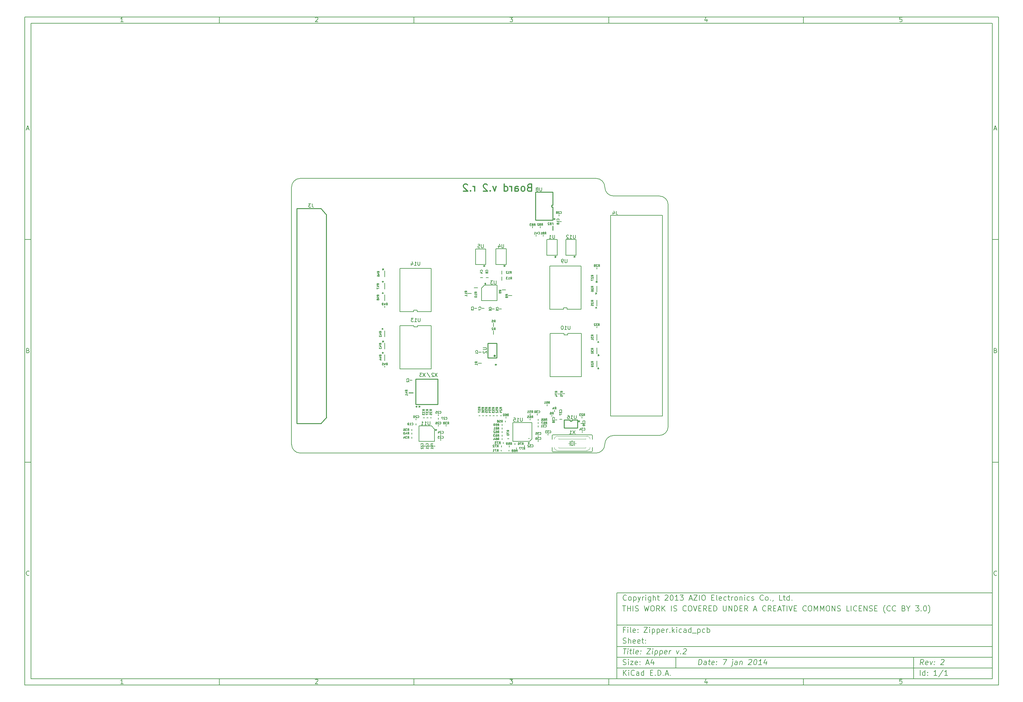
<source format=gbo>
G04 (created by PCBNEW (2013-07-07 BZR 4022)-stable) date 1/7/2014 4:23:33 PM*
%MOIN*%
G04 Gerber Fmt 3.4, Leading zero omitted, Abs format*
%FSLAX34Y34*%
G01*
G70*
G90*
G04 APERTURE LIST*
%ADD10C,0.00590551*%
%ADD11C,0.00787402*%
%ADD12C,0.0137795*%
%ADD13C,0.0157*%
%ADD14C,0.00984252*%
%ADD15C,0.0077*%
%ADD16C,0.0079*%
%ADD17C,0.01*%
%ADD18C,0.005*%
%ADD19C,0.002*%
%ADD20C,0.006*%
G04 APERTURE END LIST*
G54D10*
X4000Y-4000D02*
X112930Y-4000D01*
X112930Y-78680D01*
X4000Y-78680D01*
X4000Y-4000D01*
X4700Y-4700D02*
X112230Y-4700D01*
X112230Y-77980D01*
X4700Y-77980D01*
X4700Y-4700D01*
X25780Y-4000D02*
X25780Y-4700D01*
X15032Y-4552D02*
X14747Y-4552D01*
X14890Y-4552D02*
X14890Y-4052D01*
X14842Y-4123D01*
X14794Y-4171D01*
X14747Y-4195D01*
X25780Y-78680D02*
X25780Y-77980D01*
X15032Y-78532D02*
X14747Y-78532D01*
X14890Y-78532D02*
X14890Y-78032D01*
X14842Y-78103D01*
X14794Y-78151D01*
X14747Y-78175D01*
X47560Y-4000D02*
X47560Y-4700D01*
X36527Y-4100D02*
X36550Y-4076D01*
X36598Y-4052D01*
X36717Y-4052D01*
X36765Y-4076D01*
X36789Y-4100D01*
X36812Y-4147D01*
X36812Y-4195D01*
X36789Y-4266D01*
X36503Y-4552D01*
X36812Y-4552D01*
X47560Y-78680D02*
X47560Y-77980D01*
X36527Y-78080D02*
X36550Y-78056D01*
X36598Y-78032D01*
X36717Y-78032D01*
X36765Y-78056D01*
X36789Y-78080D01*
X36812Y-78127D01*
X36812Y-78175D01*
X36789Y-78246D01*
X36503Y-78532D01*
X36812Y-78532D01*
X69340Y-4000D02*
X69340Y-4700D01*
X58283Y-4052D02*
X58592Y-4052D01*
X58426Y-4242D01*
X58497Y-4242D01*
X58545Y-4266D01*
X58569Y-4290D01*
X58592Y-4338D01*
X58592Y-4457D01*
X58569Y-4504D01*
X58545Y-4528D01*
X58497Y-4552D01*
X58354Y-4552D01*
X58307Y-4528D01*
X58283Y-4504D01*
X69340Y-78680D02*
X69340Y-77980D01*
X58283Y-78032D02*
X58592Y-78032D01*
X58426Y-78222D01*
X58497Y-78222D01*
X58545Y-78246D01*
X58569Y-78270D01*
X58592Y-78318D01*
X58592Y-78437D01*
X58569Y-78484D01*
X58545Y-78508D01*
X58497Y-78532D01*
X58354Y-78532D01*
X58307Y-78508D01*
X58283Y-78484D01*
X91120Y-4000D02*
X91120Y-4700D01*
X80325Y-4219D02*
X80325Y-4552D01*
X80206Y-4028D02*
X80087Y-4385D01*
X80396Y-4385D01*
X91120Y-78680D02*
X91120Y-77980D01*
X80325Y-78199D02*
X80325Y-78532D01*
X80206Y-78008D02*
X80087Y-78365D01*
X80396Y-78365D01*
X102129Y-4052D02*
X101890Y-4052D01*
X101867Y-4290D01*
X101890Y-4266D01*
X101938Y-4242D01*
X102057Y-4242D01*
X102105Y-4266D01*
X102129Y-4290D01*
X102152Y-4338D01*
X102152Y-4457D01*
X102129Y-4504D01*
X102105Y-4528D01*
X102057Y-4552D01*
X101938Y-4552D01*
X101890Y-4528D01*
X101867Y-4504D01*
X102129Y-78032D02*
X101890Y-78032D01*
X101867Y-78270D01*
X101890Y-78246D01*
X101938Y-78222D01*
X102057Y-78222D01*
X102105Y-78246D01*
X102129Y-78270D01*
X102152Y-78318D01*
X102152Y-78437D01*
X102129Y-78484D01*
X102105Y-78508D01*
X102057Y-78532D01*
X101938Y-78532D01*
X101890Y-78508D01*
X101867Y-78484D01*
X4000Y-28890D02*
X4700Y-28890D01*
X4230Y-16509D02*
X4469Y-16509D01*
X4183Y-16652D02*
X4350Y-16152D01*
X4516Y-16652D01*
X112930Y-28890D02*
X112230Y-28890D01*
X112460Y-16509D02*
X112699Y-16509D01*
X112413Y-16652D02*
X112580Y-16152D01*
X112746Y-16652D01*
X4000Y-53780D02*
X4700Y-53780D01*
X4385Y-41280D02*
X4457Y-41304D01*
X4480Y-41328D01*
X4504Y-41375D01*
X4504Y-41447D01*
X4480Y-41494D01*
X4457Y-41518D01*
X4409Y-41542D01*
X4219Y-41542D01*
X4219Y-41042D01*
X4385Y-41042D01*
X4433Y-41066D01*
X4457Y-41090D01*
X4480Y-41137D01*
X4480Y-41185D01*
X4457Y-41232D01*
X4433Y-41256D01*
X4385Y-41280D01*
X4219Y-41280D01*
X112930Y-53780D02*
X112230Y-53780D01*
X112615Y-41280D02*
X112687Y-41304D01*
X112710Y-41328D01*
X112734Y-41375D01*
X112734Y-41447D01*
X112710Y-41494D01*
X112687Y-41518D01*
X112639Y-41542D01*
X112449Y-41542D01*
X112449Y-41042D01*
X112615Y-41042D01*
X112663Y-41066D01*
X112687Y-41090D01*
X112710Y-41137D01*
X112710Y-41185D01*
X112687Y-41232D01*
X112663Y-41256D01*
X112615Y-41280D01*
X112449Y-41280D01*
X4504Y-66384D02*
X4480Y-66408D01*
X4409Y-66432D01*
X4361Y-66432D01*
X4290Y-66408D01*
X4242Y-66360D01*
X4219Y-66313D01*
X4195Y-66218D01*
X4195Y-66146D01*
X4219Y-66051D01*
X4242Y-66003D01*
X4290Y-65956D01*
X4361Y-65932D01*
X4409Y-65932D01*
X4480Y-65956D01*
X4504Y-65980D01*
X112734Y-66384D02*
X112710Y-66408D01*
X112639Y-66432D01*
X112591Y-66432D01*
X112520Y-66408D01*
X112472Y-66360D01*
X112449Y-66313D01*
X112425Y-66218D01*
X112425Y-66146D01*
X112449Y-66051D01*
X112472Y-66003D01*
X112520Y-65956D01*
X112591Y-65932D01*
X112639Y-65932D01*
X112710Y-65956D01*
X112734Y-65980D01*
X79380Y-76422D02*
X79455Y-75822D01*
X79597Y-75822D01*
X79680Y-75851D01*
X79730Y-75908D01*
X79751Y-75965D01*
X79765Y-76080D01*
X79755Y-76165D01*
X79712Y-76280D01*
X79676Y-76337D01*
X79612Y-76394D01*
X79522Y-76422D01*
X79380Y-76422D01*
X80237Y-76422D02*
X80276Y-76108D01*
X80255Y-76051D01*
X80201Y-76022D01*
X80087Y-76022D01*
X80026Y-76051D01*
X80240Y-76394D02*
X80180Y-76422D01*
X80037Y-76422D01*
X79983Y-76394D01*
X79962Y-76337D01*
X79969Y-76280D01*
X80005Y-76222D01*
X80065Y-76194D01*
X80208Y-76194D01*
X80269Y-76165D01*
X80487Y-76022D02*
X80715Y-76022D01*
X80597Y-75822D02*
X80533Y-76337D01*
X80555Y-76394D01*
X80608Y-76422D01*
X80665Y-76422D01*
X81097Y-76394D02*
X81037Y-76422D01*
X80922Y-76422D01*
X80869Y-76394D01*
X80847Y-76337D01*
X80876Y-76108D01*
X80912Y-76051D01*
X80972Y-76022D01*
X81087Y-76022D01*
X81140Y-76051D01*
X81162Y-76108D01*
X81155Y-76165D01*
X80862Y-76222D01*
X81387Y-76365D02*
X81412Y-76394D01*
X81380Y-76422D01*
X81355Y-76394D01*
X81387Y-76365D01*
X81380Y-76422D01*
X81426Y-76051D02*
X81451Y-76080D01*
X81419Y-76108D01*
X81394Y-76080D01*
X81426Y-76051D01*
X81419Y-76108D01*
X82140Y-75822D02*
X82540Y-75822D01*
X82208Y-76422D01*
X83201Y-76022D02*
X83137Y-76537D01*
X83101Y-76594D01*
X83040Y-76622D01*
X83012Y-76622D01*
X83226Y-75822D02*
X83194Y-75851D01*
X83219Y-75880D01*
X83251Y-75851D01*
X83226Y-75822D01*
X83219Y-75880D01*
X83694Y-76422D02*
X83733Y-76108D01*
X83712Y-76051D01*
X83658Y-76022D01*
X83544Y-76022D01*
X83483Y-76051D01*
X83697Y-76394D02*
X83637Y-76422D01*
X83494Y-76422D01*
X83440Y-76394D01*
X83419Y-76337D01*
X83426Y-76280D01*
X83462Y-76222D01*
X83522Y-76194D01*
X83665Y-76194D01*
X83726Y-76165D01*
X84030Y-76022D02*
X83980Y-76422D01*
X84022Y-76080D02*
X84055Y-76051D01*
X84115Y-76022D01*
X84201Y-76022D01*
X84255Y-76051D01*
X84276Y-76108D01*
X84237Y-76422D01*
X85019Y-75880D02*
X85051Y-75851D01*
X85112Y-75822D01*
X85255Y-75822D01*
X85308Y-75851D01*
X85333Y-75880D01*
X85355Y-75937D01*
X85347Y-75994D01*
X85308Y-76080D01*
X84922Y-76422D01*
X85294Y-76422D01*
X85740Y-75822D02*
X85797Y-75822D01*
X85851Y-75851D01*
X85876Y-75880D01*
X85897Y-75937D01*
X85912Y-76051D01*
X85894Y-76194D01*
X85851Y-76308D01*
X85815Y-76365D01*
X85783Y-76394D01*
X85722Y-76422D01*
X85665Y-76422D01*
X85612Y-76394D01*
X85587Y-76365D01*
X85565Y-76308D01*
X85551Y-76194D01*
X85569Y-76051D01*
X85612Y-75937D01*
X85647Y-75880D01*
X85680Y-75851D01*
X85740Y-75822D01*
X86437Y-76422D02*
X86094Y-76422D01*
X86265Y-76422D02*
X86340Y-75822D01*
X86272Y-75908D01*
X86208Y-75965D01*
X86147Y-75994D01*
X87001Y-76022D02*
X86951Y-76422D01*
X86887Y-75794D02*
X86690Y-76222D01*
X87062Y-76222D01*
X70972Y-77622D02*
X70972Y-77022D01*
X71315Y-77622D02*
X71058Y-77280D01*
X71315Y-77022D02*
X70972Y-77365D01*
X71572Y-77622D02*
X71572Y-77222D01*
X71572Y-77022D02*
X71544Y-77051D01*
X71572Y-77080D01*
X71601Y-77051D01*
X71572Y-77022D01*
X71572Y-77080D01*
X72201Y-77565D02*
X72172Y-77594D01*
X72087Y-77622D01*
X72030Y-77622D01*
X71944Y-77594D01*
X71887Y-77537D01*
X71858Y-77480D01*
X71830Y-77365D01*
X71830Y-77280D01*
X71858Y-77165D01*
X71887Y-77108D01*
X71944Y-77051D01*
X72030Y-77022D01*
X72087Y-77022D01*
X72172Y-77051D01*
X72201Y-77080D01*
X72715Y-77622D02*
X72715Y-77308D01*
X72687Y-77251D01*
X72630Y-77222D01*
X72515Y-77222D01*
X72458Y-77251D01*
X72715Y-77594D02*
X72658Y-77622D01*
X72515Y-77622D01*
X72458Y-77594D01*
X72430Y-77537D01*
X72430Y-77480D01*
X72458Y-77422D01*
X72515Y-77394D01*
X72658Y-77394D01*
X72715Y-77365D01*
X73258Y-77622D02*
X73258Y-77022D01*
X73258Y-77594D02*
X73201Y-77622D01*
X73087Y-77622D01*
X73030Y-77594D01*
X73001Y-77565D01*
X72972Y-77508D01*
X72972Y-77337D01*
X73001Y-77280D01*
X73030Y-77251D01*
X73087Y-77222D01*
X73201Y-77222D01*
X73258Y-77251D01*
X74001Y-77308D02*
X74201Y-77308D01*
X74287Y-77622D02*
X74001Y-77622D01*
X74001Y-77022D01*
X74287Y-77022D01*
X74544Y-77565D02*
X74572Y-77594D01*
X74544Y-77622D01*
X74515Y-77594D01*
X74544Y-77565D01*
X74544Y-77622D01*
X74829Y-77622D02*
X74829Y-77022D01*
X74972Y-77022D01*
X75058Y-77051D01*
X75115Y-77108D01*
X75144Y-77165D01*
X75172Y-77280D01*
X75172Y-77365D01*
X75144Y-77480D01*
X75115Y-77537D01*
X75058Y-77594D01*
X74972Y-77622D01*
X74829Y-77622D01*
X75429Y-77565D02*
X75458Y-77594D01*
X75429Y-77622D01*
X75401Y-77594D01*
X75429Y-77565D01*
X75429Y-77622D01*
X75687Y-77451D02*
X75972Y-77451D01*
X75629Y-77622D02*
X75829Y-77022D01*
X76029Y-77622D01*
X76229Y-77565D02*
X76258Y-77594D01*
X76229Y-77622D01*
X76201Y-77594D01*
X76229Y-77565D01*
X76229Y-77622D01*
X104522Y-76422D02*
X104358Y-76137D01*
X104180Y-76422D02*
X104255Y-75822D01*
X104483Y-75822D01*
X104537Y-75851D01*
X104562Y-75880D01*
X104583Y-75937D01*
X104572Y-76022D01*
X104537Y-76080D01*
X104505Y-76108D01*
X104444Y-76137D01*
X104215Y-76137D01*
X105012Y-76394D02*
X104951Y-76422D01*
X104837Y-76422D01*
X104783Y-76394D01*
X104762Y-76337D01*
X104790Y-76108D01*
X104826Y-76051D01*
X104887Y-76022D01*
X105001Y-76022D01*
X105055Y-76051D01*
X105076Y-76108D01*
X105069Y-76165D01*
X104776Y-76222D01*
X105287Y-76022D02*
X105380Y-76422D01*
X105572Y-76022D01*
X105758Y-76365D02*
X105783Y-76394D01*
X105751Y-76422D01*
X105726Y-76394D01*
X105758Y-76365D01*
X105751Y-76422D01*
X105797Y-76051D02*
X105822Y-76080D01*
X105790Y-76108D01*
X105765Y-76080D01*
X105797Y-76051D01*
X105790Y-76108D01*
X106533Y-75880D02*
X106565Y-75851D01*
X106626Y-75822D01*
X106769Y-75822D01*
X106822Y-75851D01*
X106847Y-75880D01*
X106869Y-75937D01*
X106862Y-75994D01*
X106822Y-76080D01*
X106437Y-76422D01*
X106808Y-76422D01*
X70944Y-76394D02*
X71030Y-76422D01*
X71172Y-76422D01*
X71230Y-76394D01*
X71258Y-76365D01*
X71287Y-76308D01*
X71287Y-76251D01*
X71258Y-76194D01*
X71230Y-76165D01*
X71172Y-76137D01*
X71058Y-76108D01*
X71001Y-76080D01*
X70972Y-76051D01*
X70944Y-75994D01*
X70944Y-75937D01*
X70972Y-75880D01*
X71001Y-75851D01*
X71058Y-75822D01*
X71201Y-75822D01*
X71287Y-75851D01*
X71544Y-76422D02*
X71544Y-76022D01*
X71544Y-75822D02*
X71515Y-75851D01*
X71544Y-75880D01*
X71572Y-75851D01*
X71544Y-75822D01*
X71544Y-75880D01*
X71772Y-76022D02*
X72087Y-76022D01*
X71772Y-76422D01*
X72087Y-76422D01*
X72544Y-76394D02*
X72487Y-76422D01*
X72372Y-76422D01*
X72315Y-76394D01*
X72287Y-76337D01*
X72287Y-76108D01*
X72315Y-76051D01*
X72372Y-76022D01*
X72487Y-76022D01*
X72544Y-76051D01*
X72572Y-76108D01*
X72572Y-76165D01*
X72287Y-76222D01*
X72830Y-76365D02*
X72858Y-76394D01*
X72830Y-76422D01*
X72801Y-76394D01*
X72830Y-76365D01*
X72830Y-76422D01*
X72830Y-76051D02*
X72858Y-76080D01*
X72830Y-76108D01*
X72801Y-76080D01*
X72830Y-76051D01*
X72830Y-76108D01*
X73544Y-76251D02*
X73830Y-76251D01*
X73487Y-76422D02*
X73687Y-75822D01*
X73887Y-76422D01*
X74344Y-76022D02*
X74344Y-76422D01*
X74201Y-75794D02*
X74058Y-76222D01*
X74430Y-76222D01*
X104172Y-77622D02*
X104172Y-77022D01*
X104715Y-77622D02*
X104715Y-77022D01*
X104715Y-77594D02*
X104658Y-77622D01*
X104544Y-77622D01*
X104487Y-77594D01*
X104458Y-77565D01*
X104430Y-77508D01*
X104430Y-77337D01*
X104458Y-77280D01*
X104487Y-77251D01*
X104544Y-77222D01*
X104658Y-77222D01*
X104715Y-77251D01*
X105001Y-77565D02*
X105030Y-77594D01*
X105001Y-77622D01*
X104972Y-77594D01*
X105001Y-77565D01*
X105001Y-77622D01*
X105001Y-77251D02*
X105030Y-77280D01*
X105001Y-77308D01*
X104972Y-77280D01*
X105001Y-77251D01*
X105001Y-77308D01*
X106058Y-77622D02*
X105715Y-77622D01*
X105887Y-77622D02*
X105887Y-77022D01*
X105829Y-77108D01*
X105772Y-77165D01*
X105715Y-77194D01*
X106744Y-76994D02*
X106230Y-77765D01*
X107258Y-77622D02*
X106915Y-77622D01*
X107087Y-77622D02*
X107087Y-77022D01*
X107029Y-77108D01*
X106972Y-77165D01*
X106915Y-77194D01*
X70969Y-74622D02*
X71312Y-74622D01*
X71065Y-75222D02*
X71140Y-74622D01*
X71437Y-75222D02*
X71487Y-74822D01*
X71512Y-74622D02*
X71480Y-74651D01*
X71505Y-74680D01*
X71537Y-74651D01*
X71512Y-74622D01*
X71505Y-74680D01*
X71687Y-74822D02*
X71915Y-74822D01*
X71797Y-74622D02*
X71733Y-75137D01*
X71755Y-75194D01*
X71808Y-75222D01*
X71865Y-75222D01*
X72151Y-75222D02*
X72097Y-75194D01*
X72076Y-75137D01*
X72140Y-74622D01*
X72612Y-75194D02*
X72551Y-75222D01*
X72437Y-75222D01*
X72383Y-75194D01*
X72362Y-75137D01*
X72390Y-74908D01*
X72426Y-74851D01*
X72487Y-74822D01*
X72601Y-74822D01*
X72655Y-74851D01*
X72676Y-74908D01*
X72669Y-74965D01*
X72376Y-75022D01*
X72901Y-75165D02*
X72926Y-75194D01*
X72894Y-75222D01*
X72869Y-75194D01*
X72901Y-75165D01*
X72894Y-75222D01*
X72940Y-74851D02*
X72965Y-74880D01*
X72933Y-74908D01*
X72908Y-74880D01*
X72940Y-74851D01*
X72933Y-74908D01*
X73655Y-74622D02*
X74055Y-74622D01*
X73580Y-75222D01*
X73980Y-75222D01*
X74208Y-75222D02*
X74258Y-74822D01*
X74283Y-74622D02*
X74251Y-74651D01*
X74276Y-74680D01*
X74308Y-74651D01*
X74283Y-74622D01*
X74276Y-74680D01*
X74544Y-74822D02*
X74469Y-75422D01*
X74540Y-74851D02*
X74601Y-74822D01*
X74715Y-74822D01*
X74769Y-74851D01*
X74794Y-74880D01*
X74815Y-74937D01*
X74794Y-75108D01*
X74758Y-75165D01*
X74726Y-75194D01*
X74665Y-75222D01*
X74551Y-75222D01*
X74497Y-75194D01*
X75087Y-74822D02*
X75012Y-75422D01*
X75083Y-74851D02*
X75144Y-74822D01*
X75258Y-74822D01*
X75312Y-74851D01*
X75337Y-74880D01*
X75358Y-74937D01*
X75337Y-75108D01*
X75301Y-75165D01*
X75269Y-75194D01*
X75208Y-75222D01*
X75094Y-75222D01*
X75040Y-75194D01*
X75812Y-75194D02*
X75751Y-75222D01*
X75637Y-75222D01*
X75583Y-75194D01*
X75562Y-75137D01*
X75590Y-74908D01*
X75626Y-74851D01*
X75687Y-74822D01*
X75801Y-74822D01*
X75855Y-74851D01*
X75876Y-74908D01*
X75869Y-74965D01*
X75576Y-75022D01*
X76094Y-75222D02*
X76144Y-74822D01*
X76130Y-74937D02*
X76165Y-74880D01*
X76197Y-74851D01*
X76258Y-74822D01*
X76315Y-74822D01*
X76915Y-74822D02*
X77008Y-75222D01*
X77201Y-74822D01*
X77387Y-75165D02*
X77412Y-75194D01*
X77380Y-75222D01*
X77355Y-75194D01*
X77387Y-75165D01*
X77380Y-75222D01*
X77705Y-74680D02*
X77737Y-74651D01*
X77797Y-74622D01*
X77940Y-74622D01*
X77994Y-74651D01*
X78019Y-74680D01*
X78040Y-74737D01*
X78033Y-74794D01*
X77994Y-74880D01*
X77608Y-75222D01*
X77980Y-75222D01*
X71172Y-72508D02*
X70972Y-72508D01*
X70972Y-72822D02*
X70972Y-72222D01*
X71258Y-72222D01*
X71487Y-72822D02*
X71487Y-72422D01*
X71487Y-72222D02*
X71458Y-72251D01*
X71487Y-72280D01*
X71515Y-72251D01*
X71487Y-72222D01*
X71487Y-72280D01*
X71858Y-72822D02*
X71801Y-72794D01*
X71772Y-72737D01*
X71772Y-72222D01*
X72315Y-72794D02*
X72258Y-72822D01*
X72144Y-72822D01*
X72087Y-72794D01*
X72058Y-72737D01*
X72058Y-72508D01*
X72087Y-72451D01*
X72144Y-72422D01*
X72258Y-72422D01*
X72315Y-72451D01*
X72344Y-72508D01*
X72344Y-72565D01*
X72058Y-72622D01*
X72601Y-72765D02*
X72630Y-72794D01*
X72601Y-72822D01*
X72572Y-72794D01*
X72601Y-72765D01*
X72601Y-72822D01*
X72601Y-72451D02*
X72630Y-72480D01*
X72601Y-72508D01*
X72572Y-72480D01*
X72601Y-72451D01*
X72601Y-72508D01*
X73287Y-72222D02*
X73687Y-72222D01*
X73287Y-72822D01*
X73687Y-72822D01*
X73915Y-72822D02*
X73915Y-72422D01*
X73915Y-72222D02*
X73887Y-72251D01*
X73915Y-72280D01*
X73944Y-72251D01*
X73915Y-72222D01*
X73915Y-72280D01*
X74201Y-72422D02*
X74201Y-73022D01*
X74201Y-72451D02*
X74258Y-72422D01*
X74372Y-72422D01*
X74430Y-72451D01*
X74458Y-72480D01*
X74487Y-72537D01*
X74487Y-72708D01*
X74458Y-72765D01*
X74430Y-72794D01*
X74372Y-72822D01*
X74258Y-72822D01*
X74201Y-72794D01*
X74744Y-72422D02*
X74744Y-73022D01*
X74744Y-72451D02*
X74801Y-72422D01*
X74915Y-72422D01*
X74972Y-72451D01*
X75001Y-72480D01*
X75030Y-72537D01*
X75030Y-72708D01*
X75001Y-72765D01*
X74972Y-72794D01*
X74915Y-72822D01*
X74801Y-72822D01*
X74744Y-72794D01*
X75515Y-72794D02*
X75458Y-72822D01*
X75344Y-72822D01*
X75287Y-72794D01*
X75258Y-72737D01*
X75258Y-72508D01*
X75287Y-72451D01*
X75344Y-72422D01*
X75458Y-72422D01*
X75515Y-72451D01*
X75544Y-72508D01*
X75544Y-72565D01*
X75258Y-72622D01*
X75801Y-72822D02*
X75801Y-72422D01*
X75801Y-72537D02*
X75830Y-72480D01*
X75858Y-72451D01*
X75915Y-72422D01*
X75972Y-72422D01*
X76172Y-72765D02*
X76201Y-72794D01*
X76172Y-72822D01*
X76144Y-72794D01*
X76172Y-72765D01*
X76172Y-72822D01*
X76458Y-72822D02*
X76458Y-72222D01*
X76515Y-72594D02*
X76687Y-72822D01*
X76687Y-72422D02*
X76458Y-72651D01*
X76944Y-72822D02*
X76944Y-72422D01*
X76944Y-72222D02*
X76915Y-72251D01*
X76944Y-72280D01*
X76972Y-72251D01*
X76944Y-72222D01*
X76944Y-72280D01*
X77487Y-72794D02*
X77430Y-72822D01*
X77315Y-72822D01*
X77258Y-72794D01*
X77230Y-72765D01*
X77201Y-72708D01*
X77201Y-72537D01*
X77230Y-72480D01*
X77258Y-72451D01*
X77315Y-72422D01*
X77430Y-72422D01*
X77487Y-72451D01*
X78001Y-72822D02*
X78001Y-72508D01*
X77972Y-72451D01*
X77915Y-72422D01*
X77801Y-72422D01*
X77744Y-72451D01*
X78001Y-72794D02*
X77944Y-72822D01*
X77801Y-72822D01*
X77744Y-72794D01*
X77715Y-72737D01*
X77715Y-72680D01*
X77744Y-72622D01*
X77801Y-72594D01*
X77944Y-72594D01*
X78001Y-72565D01*
X78544Y-72822D02*
X78544Y-72222D01*
X78544Y-72794D02*
X78487Y-72822D01*
X78372Y-72822D01*
X78315Y-72794D01*
X78287Y-72765D01*
X78258Y-72708D01*
X78258Y-72537D01*
X78287Y-72480D01*
X78315Y-72451D01*
X78372Y-72422D01*
X78487Y-72422D01*
X78544Y-72451D01*
X78687Y-72880D02*
X79144Y-72880D01*
X79287Y-72422D02*
X79287Y-73022D01*
X79287Y-72451D02*
X79344Y-72422D01*
X79458Y-72422D01*
X79515Y-72451D01*
X79544Y-72480D01*
X79572Y-72537D01*
X79572Y-72708D01*
X79544Y-72765D01*
X79515Y-72794D01*
X79458Y-72822D01*
X79344Y-72822D01*
X79287Y-72794D01*
X80087Y-72794D02*
X80030Y-72822D01*
X79915Y-72822D01*
X79858Y-72794D01*
X79830Y-72765D01*
X79801Y-72708D01*
X79801Y-72537D01*
X79830Y-72480D01*
X79858Y-72451D01*
X79915Y-72422D01*
X80030Y-72422D01*
X80087Y-72451D01*
X80344Y-72822D02*
X80344Y-72222D01*
X80344Y-72451D02*
X80401Y-72422D01*
X80515Y-72422D01*
X80572Y-72451D01*
X80601Y-72480D01*
X80630Y-72537D01*
X80630Y-72708D01*
X80601Y-72765D01*
X80572Y-72794D01*
X80515Y-72822D01*
X80401Y-72822D01*
X80344Y-72794D01*
X70944Y-73994D02*
X71030Y-74022D01*
X71172Y-74022D01*
X71230Y-73994D01*
X71258Y-73965D01*
X71287Y-73908D01*
X71287Y-73851D01*
X71258Y-73794D01*
X71230Y-73765D01*
X71172Y-73737D01*
X71058Y-73708D01*
X71001Y-73680D01*
X70972Y-73651D01*
X70944Y-73594D01*
X70944Y-73537D01*
X70972Y-73480D01*
X71001Y-73451D01*
X71058Y-73422D01*
X71201Y-73422D01*
X71287Y-73451D01*
X71544Y-74022D02*
X71544Y-73422D01*
X71801Y-74022D02*
X71801Y-73708D01*
X71772Y-73651D01*
X71715Y-73622D01*
X71630Y-73622D01*
X71572Y-73651D01*
X71544Y-73680D01*
X72315Y-73994D02*
X72258Y-74022D01*
X72144Y-74022D01*
X72087Y-73994D01*
X72058Y-73937D01*
X72058Y-73708D01*
X72087Y-73651D01*
X72144Y-73622D01*
X72258Y-73622D01*
X72315Y-73651D01*
X72344Y-73708D01*
X72344Y-73765D01*
X72058Y-73822D01*
X72830Y-73994D02*
X72772Y-74022D01*
X72658Y-74022D01*
X72601Y-73994D01*
X72572Y-73937D01*
X72572Y-73708D01*
X72601Y-73651D01*
X72658Y-73622D01*
X72772Y-73622D01*
X72830Y-73651D01*
X72858Y-73708D01*
X72858Y-73765D01*
X72572Y-73822D01*
X73030Y-73622D02*
X73258Y-73622D01*
X73115Y-73422D02*
X73115Y-73937D01*
X73144Y-73994D01*
X73201Y-74022D01*
X73258Y-74022D01*
X73458Y-73965D02*
X73487Y-73994D01*
X73458Y-74022D01*
X73430Y-73994D01*
X73458Y-73965D01*
X73458Y-74022D01*
X73458Y-73651D02*
X73487Y-73680D01*
X73458Y-73708D01*
X73430Y-73680D01*
X73458Y-73651D01*
X73458Y-73708D01*
X70887Y-69822D02*
X71230Y-69822D01*
X71058Y-70422D02*
X71058Y-69822D01*
X71430Y-70422D02*
X71430Y-69822D01*
X71430Y-70108D02*
X71772Y-70108D01*
X71772Y-70422D02*
X71772Y-69822D01*
X72058Y-70422D02*
X72058Y-69822D01*
X72315Y-70394D02*
X72401Y-70422D01*
X72544Y-70422D01*
X72601Y-70394D01*
X72629Y-70365D01*
X72658Y-70308D01*
X72658Y-70251D01*
X72629Y-70194D01*
X72601Y-70165D01*
X72544Y-70137D01*
X72429Y-70108D01*
X72372Y-70080D01*
X72344Y-70051D01*
X72315Y-69994D01*
X72315Y-69937D01*
X72344Y-69880D01*
X72372Y-69851D01*
X72429Y-69822D01*
X72572Y-69822D01*
X72658Y-69851D01*
X73315Y-69822D02*
X73458Y-70422D01*
X73572Y-69994D01*
X73687Y-70422D01*
X73830Y-69822D01*
X74172Y-69822D02*
X74287Y-69822D01*
X74344Y-69851D01*
X74401Y-69908D01*
X74430Y-70022D01*
X74430Y-70222D01*
X74401Y-70337D01*
X74344Y-70394D01*
X74287Y-70422D01*
X74172Y-70422D01*
X74115Y-70394D01*
X74058Y-70337D01*
X74030Y-70222D01*
X74030Y-70022D01*
X74058Y-69908D01*
X74115Y-69851D01*
X74172Y-69822D01*
X75029Y-70422D02*
X74829Y-70137D01*
X74687Y-70422D02*
X74687Y-69822D01*
X74915Y-69822D01*
X74972Y-69851D01*
X75001Y-69880D01*
X75029Y-69937D01*
X75029Y-70022D01*
X75001Y-70080D01*
X74972Y-70108D01*
X74915Y-70137D01*
X74687Y-70137D01*
X75287Y-70422D02*
X75287Y-69822D01*
X75629Y-70422D02*
X75372Y-70080D01*
X75629Y-69822D02*
X75287Y-70165D01*
X76344Y-70422D02*
X76344Y-69822D01*
X76601Y-70394D02*
X76687Y-70422D01*
X76829Y-70422D01*
X76887Y-70394D01*
X76915Y-70365D01*
X76944Y-70308D01*
X76944Y-70251D01*
X76915Y-70194D01*
X76887Y-70165D01*
X76829Y-70137D01*
X76715Y-70108D01*
X76658Y-70080D01*
X76629Y-70051D01*
X76601Y-69994D01*
X76601Y-69937D01*
X76629Y-69880D01*
X76658Y-69851D01*
X76715Y-69822D01*
X76858Y-69822D01*
X76944Y-69851D01*
X78001Y-70365D02*
X77972Y-70394D01*
X77887Y-70422D01*
X77830Y-70422D01*
X77744Y-70394D01*
X77687Y-70337D01*
X77658Y-70280D01*
X77630Y-70165D01*
X77630Y-70080D01*
X77658Y-69965D01*
X77687Y-69908D01*
X77744Y-69851D01*
X77830Y-69822D01*
X77887Y-69822D01*
X77972Y-69851D01*
X78001Y-69880D01*
X78372Y-69822D02*
X78487Y-69822D01*
X78544Y-69851D01*
X78601Y-69908D01*
X78630Y-70022D01*
X78630Y-70222D01*
X78601Y-70337D01*
X78544Y-70394D01*
X78487Y-70422D01*
X78372Y-70422D01*
X78315Y-70394D01*
X78258Y-70337D01*
X78230Y-70222D01*
X78230Y-70022D01*
X78258Y-69908D01*
X78315Y-69851D01*
X78372Y-69822D01*
X78801Y-69822D02*
X79001Y-70422D01*
X79201Y-69822D01*
X79401Y-70108D02*
X79601Y-70108D01*
X79687Y-70422D02*
X79401Y-70422D01*
X79401Y-69822D01*
X79687Y-69822D01*
X80287Y-70422D02*
X80087Y-70137D01*
X79944Y-70422D02*
X79944Y-69822D01*
X80172Y-69822D01*
X80229Y-69851D01*
X80258Y-69880D01*
X80287Y-69937D01*
X80287Y-70022D01*
X80258Y-70080D01*
X80229Y-70108D01*
X80172Y-70137D01*
X79944Y-70137D01*
X80544Y-70108D02*
X80744Y-70108D01*
X80829Y-70422D02*
X80544Y-70422D01*
X80544Y-69822D01*
X80829Y-69822D01*
X81087Y-70422D02*
X81087Y-69822D01*
X81229Y-69822D01*
X81315Y-69851D01*
X81372Y-69908D01*
X81401Y-69965D01*
X81429Y-70080D01*
X81429Y-70165D01*
X81401Y-70280D01*
X81372Y-70337D01*
X81315Y-70394D01*
X81229Y-70422D01*
X81087Y-70422D01*
X82144Y-69822D02*
X82144Y-70308D01*
X82172Y-70365D01*
X82201Y-70394D01*
X82258Y-70422D01*
X82372Y-70422D01*
X82429Y-70394D01*
X82458Y-70365D01*
X82487Y-70308D01*
X82487Y-69822D01*
X82772Y-70422D02*
X82772Y-69822D01*
X83115Y-70422D01*
X83115Y-69822D01*
X83401Y-70422D02*
X83401Y-69822D01*
X83544Y-69822D01*
X83629Y-69851D01*
X83687Y-69908D01*
X83715Y-69965D01*
X83744Y-70080D01*
X83744Y-70165D01*
X83715Y-70280D01*
X83687Y-70337D01*
X83629Y-70394D01*
X83544Y-70422D01*
X83401Y-70422D01*
X84001Y-70108D02*
X84201Y-70108D01*
X84287Y-70422D02*
X84001Y-70422D01*
X84001Y-69822D01*
X84287Y-69822D01*
X84887Y-70422D02*
X84687Y-70137D01*
X84544Y-70422D02*
X84544Y-69822D01*
X84772Y-69822D01*
X84829Y-69851D01*
X84858Y-69880D01*
X84887Y-69937D01*
X84887Y-70022D01*
X84858Y-70080D01*
X84829Y-70108D01*
X84772Y-70137D01*
X84544Y-70137D01*
X85572Y-70251D02*
X85858Y-70251D01*
X85515Y-70422D02*
X85715Y-69822D01*
X85915Y-70422D01*
X86915Y-70365D02*
X86887Y-70394D01*
X86801Y-70422D01*
X86744Y-70422D01*
X86658Y-70394D01*
X86601Y-70337D01*
X86572Y-70280D01*
X86544Y-70165D01*
X86544Y-70080D01*
X86572Y-69965D01*
X86601Y-69908D01*
X86658Y-69851D01*
X86744Y-69822D01*
X86801Y-69822D01*
X86887Y-69851D01*
X86915Y-69880D01*
X87515Y-70422D02*
X87315Y-70137D01*
X87172Y-70422D02*
X87172Y-69822D01*
X87401Y-69822D01*
X87458Y-69851D01*
X87487Y-69880D01*
X87515Y-69937D01*
X87515Y-70022D01*
X87487Y-70080D01*
X87458Y-70108D01*
X87401Y-70137D01*
X87172Y-70137D01*
X87772Y-70108D02*
X87972Y-70108D01*
X88058Y-70422D02*
X87772Y-70422D01*
X87772Y-69822D01*
X88058Y-69822D01*
X88287Y-70251D02*
X88572Y-70251D01*
X88229Y-70422D02*
X88429Y-69822D01*
X88629Y-70422D01*
X88744Y-69822D02*
X89087Y-69822D01*
X88915Y-70422D02*
X88915Y-69822D01*
X89287Y-70422D02*
X89287Y-69822D01*
X89487Y-69822D02*
X89687Y-70422D01*
X89887Y-69822D01*
X90087Y-70108D02*
X90287Y-70108D01*
X90372Y-70422D02*
X90087Y-70422D01*
X90087Y-69822D01*
X90372Y-69822D01*
X91429Y-70365D02*
X91401Y-70394D01*
X91315Y-70422D01*
X91258Y-70422D01*
X91172Y-70394D01*
X91115Y-70337D01*
X91087Y-70280D01*
X91058Y-70165D01*
X91058Y-70080D01*
X91087Y-69965D01*
X91115Y-69908D01*
X91172Y-69851D01*
X91258Y-69822D01*
X91315Y-69822D01*
X91401Y-69851D01*
X91429Y-69880D01*
X91801Y-69822D02*
X91915Y-69822D01*
X91972Y-69851D01*
X92029Y-69908D01*
X92058Y-70022D01*
X92058Y-70222D01*
X92029Y-70337D01*
X91972Y-70394D01*
X91915Y-70422D01*
X91801Y-70422D01*
X91744Y-70394D01*
X91687Y-70337D01*
X91658Y-70222D01*
X91658Y-70022D01*
X91687Y-69908D01*
X91744Y-69851D01*
X91801Y-69822D01*
X92315Y-70422D02*
X92315Y-69822D01*
X92515Y-70251D01*
X92715Y-69822D01*
X92715Y-70422D01*
X93001Y-70422D02*
X93001Y-69822D01*
X93201Y-70251D01*
X93401Y-69822D01*
X93401Y-70422D01*
X93801Y-69822D02*
X93915Y-69822D01*
X93972Y-69851D01*
X94029Y-69908D01*
X94058Y-70022D01*
X94058Y-70222D01*
X94029Y-70337D01*
X93972Y-70394D01*
X93915Y-70422D01*
X93801Y-70422D01*
X93744Y-70394D01*
X93687Y-70337D01*
X93658Y-70222D01*
X93658Y-70022D01*
X93687Y-69908D01*
X93744Y-69851D01*
X93801Y-69822D01*
X94315Y-70422D02*
X94315Y-69822D01*
X94658Y-70422D01*
X94658Y-69822D01*
X94915Y-70394D02*
X95001Y-70422D01*
X95144Y-70422D01*
X95201Y-70394D01*
X95229Y-70365D01*
X95258Y-70308D01*
X95258Y-70251D01*
X95229Y-70194D01*
X95201Y-70165D01*
X95144Y-70137D01*
X95029Y-70108D01*
X94972Y-70080D01*
X94944Y-70051D01*
X94915Y-69994D01*
X94915Y-69937D01*
X94944Y-69880D01*
X94972Y-69851D01*
X95029Y-69822D01*
X95172Y-69822D01*
X95258Y-69851D01*
X96258Y-70422D02*
X95972Y-70422D01*
X95972Y-69822D01*
X96458Y-70422D02*
X96458Y-69822D01*
X97087Y-70365D02*
X97058Y-70394D01*
X96972Y-70422D01*
X96915Y-70422D01*
X96829Y-70394D01*
X96772Y-70337D01*
X96744Y-70280D01*
X96715Y-70165D01*
X96715Y-70080D01*
X96744Y-69965D01*
X96772Y-69908D01*
X96829Y-69851D01*
X96915Y-69822D01*
X96972Y-69822D01*
X97058Y-69851D01*
X97087Y-69880D01*
X97344Y-70108D02*
X97544Y-70108D01*
X97629Y-70422D02*
X97344Y-70422D01*
X97344Y-69822D01*
X97629Y-69822D01*
X97887Y-70422D02*
X97887Y-69822D01*
X98229Y-70422D01*
X98229Y-69822D01*
X98487Y-70394D02*
X98572Y-70422D01*
X98715Y-70422D01*
X98772Y-70394D01*
X98801Y-70365D01*
X98829Y-70308D01*
X98829Y-70251D01*
X98801Y-70194D01*
X98772Y-70165D01*
X98715Y-70137D01*
X98601Y-70108D01*
X98544Y-70080D01*
X98515Y-70051D01*
X98487Y-69994D01*
X98487Y-69937D01*
X98515Y-69880D01*
X98544Y-69851D01*
X98601Y-69822D01*
X98744Y-69822D01*
X98829Y-69851D01*
X99087Y-70108D02*
X99287Y-70108D01*
X99372Y-70422D02*
X99087Y-70422D01*
X99087Y-69822D01*
X99372Y-69822D01*
X100258Y-70651D02*
X100229Y-70622D01*
X100172Y-70537D01*
X100144Y-70480D01*
X100115Y-70394D01*
X100087Y-70251D01*
X100087Y-70137D01*
X100115Y-69994D01*
X100144Y-69908D01*
X100172Y-69851D01*
X100229Y-69765D01*
X100258Y-69737D01*
X100829Y-70365D02*
X100801Y-70394D01*
X100715Y-70422D01*
X100658Y-70422D01*
X100572Y-70394D01*
X100515Y-70337D01*
X100487Y-70280D01*
X100458Y-70165D01*
X100458Y-70080D01*
X100487Y-69965D01*
X100515Y-69908D01*
X100572Y-69851D01*
X100658Y-69822D01*
X100715Y-69822D01*
X100801Y-69851D01*
X100829Y-69880D01*
X101429Y-70365D02*
X101401Y-70394D01*
X101315Y-70422D01*
X101258Y-70422D01*
X101172Y-70394D01*
X101115Y-70337D01*
X101087Y-70280D01*
X101058Y-70165D01*
X101058Y-70080D01*
X101087Y-69965D01*
X101115Y-69908D01*
X101172Y-69851D01*
X101258Y-69822D01*
X101315Y-69822D01*
X101401Y-69851D01*
X101429Y-69880D01*
X102344Y-70108D02*
X102429Y-70137D01*
X102458Y-70165D01*
X102487Y-70222D01*
X102487Y-70308D01*
X102458Y-70365D01*
X102429Y-70394D01*
X102372Y-70422D01*
X102144Y-70422D01*
X102144Y-69822D01*
X102344Y-69822D01*
X102401Y-69851D01*
X102429Y-69880D01*
X102458Y-69937D01*
X102458Y-69994D01*
X102429Y-70051D01*
X102401Y-70080D01*
X102344Y-70108D01*
X102144Y-70108D01*
X102858Y-70137D02*
X102858Y-70422D01*
X102658Y-69822D02*
X102858Y-70137D01*
X103058Y-69822D01*
X103658Y-69822D02*
X104029Y-69822D01*
X103829Y-70051D01*
X103915Y-70051D01*
X103972Y-70080D01*
X104001Y-70108D01*
X104029Y-70165D01*
X104029Y-70308D01*
X104001Y-70365D01*
X103972Y-70394D01*
X103915Y-70422D01*
X103744Y-70422D01*
X103687Y-70394D01*
X103658Y-70365D01*
X104287Y-70365D02*
X104315Y-70394D01*
X104287Y-70422D01*
X104258Y-70394D01*
X104287Y-70365D01*
X104287Y-70422D01*
X104687Y-69822D02*
X104744Y-69822D01*
X104801Y-69851D01*
X104829Y-69880D01*
X104858Y-69937D01*
X104887Y-70051D01*
X104887Y-70194D01*
X104858Y-70308D01*
X104829Y-70365D01*
X104801Y-70394D01*
X104744Y-70422D01*
X104687Y-70422D01*
X104629Y-70394D01*
X104601Y-70365D01*
X104572Y-70308D01*
X104544Y-70194D01*
X104544Y-70051D01*
X104572Y-69937D01*
X104601Y-69880D01*
X104629Y-69851D01*
X104687Y-69822D01*
X105087Y-70651D02*
X105115Y-70622D01*
X105172Y-70537D01*
X105201Y-70480D01*
X105229Y-70394D01*
X105258Y-70251D01*
X105258Y-70137D01*
X105229Y-69994D01*
X105201Y-69908D01*
X105172Y-69851D01*
X105115Y-69765D01*
X105087Y-69737D01*
X71315Y-69165D02*
X71287Y-69194D01*
X71201Y-69222D01*
X71144Y-69222D01*
X71058Y-69194D01*
X71001Y-69137D01*
X70972Y-69080D01*
X70944Y-68965D01*
X70944Y-68880D01*
X70972Y-68765D01*
X71001Y-68708D01*
X71058Y-68651D01*
X71144Y-68622D01*
X71201Y-68622D01*
X71287Y-68651D01*
X71315Y-68680D01*
X71658Y-69222D02*
X71601Y-69194D01*
X71572Y-69165D01*
X71544Y-69108D01*
X71544Y-68937D01*
X71572Y-68880D01*
X71601Y-68851D01*
X71658Y-68822D01*
X71744Y-68822D01*
X71801Y-68851D01*
X71830Y-68880D01*
X71858Y-68937D01*
X71858Y-69108D01*
X71830Y-69165D01*
X71801Y-69194D01*
X71744Y-69222D01*
X71658Y-69222D01*
X72115Y-68822D02*
X72115Y-69422D01*
X72115Y-68851D02*
X72172Y-68822D01*
X72287Y-68822D01*
X72344Y-68851D01*
X72372Y-68880D01*
X72401Y-68937D01*
X72401Y-69108D01*
X72372Y-69165D01*
X72344Y-69194D01*
X72287Y-69222D01*
X72172Y-69222D01*
X72115Y-69194D01*
X72601Y-68822D02*
X72744Y-69222D01*
X72887Y-68822D02*
X72744Y-69222D01*
X72687Y-69365D01*
X72658Y-69394D01*
X72601Y-69422D01*
X73115Y-69222D02*
X73115Y-68822D01*
X73115Y-68937D02*
X73144Y-68880D01*
X73172Y-68851D01*
X73230Y-68822D01*
X73287Y-68822D01*
X73487Y-69222D02*
X73487Y-68822D01*
X73487Y-68622D02*
X73458Y-68651D01*
X73487Y-68680D01*
X73515Y-68651D01*
X73487Y-68622D01*
X73487Y-68680D01*
X74030Y-68822D02*
X74030Y-69308D01*
X74001Y-69365D01*
X73972Y-69394D01*
X73915Y-69422D01*
X73830Y-69422D01*
X73772Y-69394D01*
X74030Y-69194D02*
X73972Y-69222D01*
X73858Y-69222D01*
X73801Y-69194D01*
X73772Y-69165D01*
X73744Y-69108D01*
X73744Y-68937D01*
X73772Y-68880D01*
X73801Y-68851D01*
X73858Y-68822D01*
X73972Y-68822D01*
X74030Y-68851D01*
X74315Y-69222D02*
X74315Y-68622D01*
X74572Y-69222D02*
X74572Y-68908D01*
X74544Y-68851D01*
X74487Y-68822D01*
X74401Y-68822D01*
X74344Y-68851D01*
X74315Y-68880D01*
X74772Y-68822D02*
X75001Y-68822D01*
X74858Y-68622D02*
X74858Y-69137D01*
X74887Y-69194D01*
X74944Y-69222D01*
X75001Y-69222D01*
X75630Y-68680D02*
X75658Y-68651D01*
X75715Y-68622D01*
X75858Y-68622D01*
X75915Y-68651D01*
X75944Y-68680D01*
X75972Y-68737D01*
X75972Y-68794D01*
X75944Y-68880D01*
X75601Y-69222D01*
X75972Y-69222D01*
X76344Y-68622D02*
X76401Y-68622D01*
X76458Y-68651D01*
X76487Y-68680D01*
X76515Y-68737D01*
X76544Y-68851D01*
X76544Y-68994D01*
X76515Y-69108D01*
X76487Y-69165D01*
X76458Y-69194D01*
X76401Y-69222D01*
X76344Y-69222D01*
X76287Y-69194D01*
X76258Y-69165D01*
X76230Y-69108D01*
X76201Y-68994D01*
X76201Y-68851D01*
X76230Y-68737D01*
X76258Y-68680D01*
X76287Y-68651D01*
X76344Y-68622D01*
X77115Y-69222D02*
X76772Y-69222D01*
X76944Y-69222D02*
X76944Y-68622D01*
X76887Y-68708D01*
X76830Y-68765D01*
X76772Y-68794D01*
X77315Y-68622D02*
X77687Y-68622D01*
X77487Y-68851D01*
X77572Y-68851D01*
X77630Y-68880D01*
X77658Y-68908D01*
X77687Y-68965D01*
X77687Y-69108D01*
X77658Y-69165D01*
X77630Y-69194D01*
X77572Y-69222D01*
X77401Y-69222D01*
X77344Y-69194D01*
X77315Y-69165D01*
X78372Y-69051D02*
X78658Y-69051D01*
X78315Y-69222D02*
X78515Y-68622D01*
X78715Y-69222D01*
X78858Y-68622D02*
X79258Y-68622D01*
X78858Y-69222D01*
X79258Y-69222D01*
X79487Y-69222D02*
X79487Y-68622D01*
X79887Y-68622D02*
X80001Y-68622D01*
X80058Y-68651D01*
X80115Y-68708D01*
X80144Y-68822D01*
X80144Y-69022D01*
X80115Y-69137D01*
X80058Y-69194D01*
X80001Y-69222D01*
X79887Y-69222D01*
X79830Y-69194D01*
X79772Y-69137D01*
X79744Y-69022D01*
X79744Y-68822D01*
X79772Y-68708D01*
X79830Y-68651D01*
X79887Y-68622D01*
X80858Y-68908D02*
X81058Y-68908D01*
X81144Y-69222D02*
X80858Y-69222D01*
X80858Y-68622D01*
X81144Y-68622D01*
X81487Y-69222D02*
X81430Y-69194D01*
X81401Y-69137D01*
X81401Y-68622D01*
X81944Y-69194D02*
X81887Y-69222D01*
X81772Y-69222D01*
X81715Y-69194D01*
X81687Y-69137D01*
X81687Y-68908D01*
X81715Y-68851D01*
X81772Y-68822D01*
X81887Y-68822D01*
X81944Y-68851D01*
X81972Y-68908D01*
X81972Y-68965D01*
X81687Y-69022D01*
X82487Y-69194D02*
X82430Y-69222D01*
X82315Y-69222D01*
X82258Y-69194D01*
X82230Y-69165D01*
X82201Y-69108D01*
X82201Y-68937D01*
X82230Y-68880D01*
X82258Y-68851D01*
X82315Y-68822D01*
X82430Y-68822D01*
X82487Y-68851D01*
X82658Y-68822D02*
X82887Y-68822D01*
X82744Y-68622D02*
X82744Y-69137D01*
X82772Y-69194D01*
X82830Y-69222D01*
X82887Y-69222D01*
X83087Y-69222D02*
X83087Y-68822D01*
X83087Y-68937D02*
X83115Y-68880D01*
X83144Y-68851D01*
X83201Y-68822D01*
X83258Y-68822D01*
X83544Y-69222D02*
X83487Y-69194D01*
X83458Y-69165D01*
X83430Y-69108D01*
X83430Y-68937D01*
X83458Y-68880D01*
X83487Y-68851D01*
X83544Y-68822D01*
X83630Y-68822D01*
X83687Y-68851D01*
X83715Y-68880D01*
X83744Y-68937D01*
X83744Y-69108D01*
X83715Y-69165D01*
X83687Y-69194D01*
X83630Y-69222D01*
X83544Y-69222D01*
X84001Y-68822D02*
X84001Y-69222D01*
X84001Y-68880D02*
X84030Y-68851D01*
X84087Y-68822D01*
X84172Y-68822D01*
X84230Y-68851D01*
X84258Y-68908D01*
X84258Y-69222D01*
X84544Y-69222D02*
X84544Y-68822D01*
X84544Y-68622D02*
X84515Y-68651D01*
X84544Y-68680D01*
X84572Y-68651D01*
X84544Y-68622D01*
X84544Y-68680D01*
X85087Y-69194D02*
X85030Y-69222D01*
X84915Y-69222D01*
X84858Y-69194D01*
X84830Y-69165D01*
X84801Y-69108D01*
X84801Y-68937D01*
X84830Y-68880D01*
X84858Y-68851D01*
X84915Y-68822D01*
X85030Y-68822D01*
X85087Y-68851D01*
X85315Y-69194D02*
X85372Y-69222D01*
X85487Y-69222D01*
X85544Y-69194D01*
X85572Y-69137D01*
X85572Y-69108D01*
X85544Y-69051D01*
X85487Y-69022D01*
X85401Y-69022D01*
X85344Y-68994D01*
X85315Y-68937D01*
X85315Y-68908D01*
X85344Y-68851D01*
X85401Y-68822D01*
X85487Y-68822D01*
X85544Y-68851D01*
X86630Y-69165D02*
X86601Y-69194D01*
X86515Y-69222D01*
X86458Y-69222D01*
X86372Y-69194D01*
X86315Y-69137D01*
X86287Y-69080D01*
X86258Y-68965D01*
X86258Y-68880D01*
X86287Y-68765D01*
X86315Y-68708D01*
X86372Y-68651D01*
X86458Y-68622D01*
X86515Y-68622D01*
X86601Y-68651D01*
X86630Y-68680D01*
X86972Y-69222D02*
X86915Y-69194D01*
X86887Y-69165D01*
X86858Y-69108D01*
X86858Y-68937D01*
X86887Y-68880D01*
X86915Y-68851D01*
X86972Y-68822D01*
X87058Y-68822D01*
X87115Y-68851D01*
X87144Y-68880D01*
X87172Y-68937D01*
X87172Y-69108D01*
X87144Y-69165D01*
X87115Y-69194D01*
X87058Y-69222D01*
X86972Y-69222D01*
X87430Y-69165D02*
X87458Y-69194D01*
X87430Y-69222D01*
X87401Y-69194D01*
X87430Y-69165D01*
X87430Y-69222D01*
X87744Y-69194D02*
X87744Y-69222D01*
X87715Y-69280D01*
X87687Y-69308D01*
X88744Y-69222D02*
X88458Y-69222D01*
X88458Y-68622D01*
X88858Y-68822D02*
X89087Y-68822D01*
X88944Y-68622D02*
X88944Y-69137D01*
X88972Y-69194D01*
X89030Y-69222D01*
X89087Y-69222D01*
X89544Y-69222D02*
X89544Y-68622D01*
X89544Y-69194D02*
X89487Y-69222D01*
X89372Y-69222D01*
X89315Y-69194D01*
X89287Y-69165D01*
X89258Y-69108D01*
X89258Y-68937D01*
X89287Y-68880D01*
X89315Y-68851D01*
X89372Y-68822D01*
X89487Y-68822D01*
X89544Y-68851D01*
X89830Y-69165D02*
X89858Y-69194D01*
X89830Y-69222D01*
X89801Y-69194D01*
X89830Y-69165D01*
X89830Y-69222D01*
X70230Y-68380D02*
X70230Y-77980D01*
X70230Y-71980D02*
X112230Y-71980D01*
X70230Y-68380D02*
X112230Y-68380D01*
X70230Y-74380D02*
X112230Y-74380D01*
X103430Y-75580D02*
X103430Y-77980D01*
X70230Y-76780D02*
X112230Y-76780D01*
X70230Y-75580D02*
X112230Y-75580D01*
X76830Y-75580D02*
X76830Y-76780D01*
G54D11*
X49000Y-43766D02*
X49338Y-44272D01*
G54D12*
X60434Y-23067D02*
X60321Y-23105D01*
X60284Y-23142D01*
X60246Y-23217D01*
X60246Y-23330D01*
X60284Y-23405D01*
X60321Y-23442D01*
X60396Y-23480D01*
X60696Y-23480D01*
X60696Y-22692D01*
X60434Y-22692D01*
X60359Y-22730D01*
X60321Y-22767D01*
X60284Y-22842D01*
X60284Y-22917D01*
X60321Y-22992D01*
X60359Y-23030D01*
X60434Y-23067D01*
X60696Y-23067D01*
X59796Y-23480D02*
X59871Y-23442D01*
X59909Y-23405D01*
X59946Y-23330D01*
X59946Y-23105D01*
X59909Y-23030D01*
X59871Y-22992D01*
X59796Y-22955D01*
X59684Y-22955D01*
X59609Y-22992D01*
X59571Y-23030D01*
X59534Y-23105D01*
X59534Y-23330D01*
X59571Y-23405D01*
X59609Y-23442D01*
X59684Y-23480D01*
X59796Y-23480D01*
X58859Y-23480D02*
X58859Y-23067D01*
X58896Y-22992D01*
X58971Y-22955D01*
X59121Y-22955D01*
X59196Y-22992D01*
X58859Y-23442D02*
X58934Y-23480D01*
X59121Y-23480D01*
X59196Y-23442D01*
X59234Y-23367D01*
X59234Y-23292D01*
X59196Y-23217D01*
X59121Y-23180D01*
X58934Y-23180D01*
X58859Y-23142D01*
X58484Y-23480D02*
X58484Y-22955D01*
X58484Y-23105D02*
X58446Y-23030D01*
X58409Y-22992D01*
X58334Y-22955D01*
X58259Y-22955D01*
X57659Y-23480D02*
X57659Y-22692D01*
X57659Y-23442D02*
X57734Y-23480D01*
X57884Y-23480D01*
X57959Y-23442D01*
X57996Y-23405D01*
X58034Y-23330D01*
X58034Y-23105D01*
X57996Y-23030D01*
X57959Y-22992D01*
X57884Y-22955D01*
X57734Y-22955D01*
X57659Y-22992D01*
X56759Y-22955D02*
X56571Y-23480D01*
X56384Y-22955D01*
X56084Y-23405D02*
X56047Y-23442D01*
X56084Y-23480D01*
X56122Y-23442D01*
X56084Y-23405D01*
X56084Y-23480D01*
X55747Y-22767D02*
X55709Y-22730D01*
X55634Y-22692D01*
X55447Y-22692D01*
X55372Y-22730D01*
X55334Y-22767D01*
X55297Y-22842D01*
X55297Y-22917D01*
X55334Y-23030D01*
X55784Y-23480D01*
X55297Y-23480D01*
X54359Y-23480D02*
X54359Y-22955D01*
X54359Y-23105D02*
X54322Y-23030D01*
X54284Y-22992D01*
X54209Y-22955D01*
X54134Y-22955D01*
X53872Y-23405D02*
X53834Y-23442D01*
X53872Y-23480D01*
X53909Y-23442D01*
X53872Y-23405D01*
X53872Y-23480D01*
X53534Y-22767D02*
X53497Y-22730D01*
X53422Y-22692D01*
X53234Y-22692D01*
X53159Y-22730D01*
X53122Y-22767D01*
X53084Y-22842D01*
X53084Y-22917D01*
X53122Y-23030D01*
X53572Y-23480D01*
X53084Y-23480D01*
G54D11*
X68897Y-23031D02*
G75*
G03X69881Y-24015I984J0D01*
G74*
G01*
X68897Y-23031D02*
G75*
G03X67913Y-22047I-984J0D01*
G74*
G01*
X34842Y-22047D02*
G75*
G03X33858Y-23031I0J-984D01*
G74*
G01*
X33858Y-51771D02*
G75*
G03X34842Y-52755I984J0D01*
G74*
G01*
X67913Y-52755D02*
G75*
G03X68897Y-51771I0J984D01*
G74*
G01*
X69881Y-50787D02*
G75*
G03X68897Y-51771I0J-984D01*
G74*
G01*
X75000Y-50787D02*
G75*
G03X75984Y-49803I0J984D01*
G74*
G01*
X75984Y-25000D02*
G75*
G03X75000Y-24015I-984J0D01*
G74*
G01*
X69881Y-50787D02*
X75000Y-50787D01*
X69881Y-24015D02*
X75000Y-24015D01*
X75984Y-25000D02*
X75984Y-49803D01*
X34842Y-22047D02*
X67913Y-22047D01*
X33858Y-51771D02*
X33858Y-23031D01*
X34842Y-52755D02*
X67913Y-52755D01*
G54D13*
X56630Y-41889D02*
G75*
G03X56630Y-41889I-55J0D01*
G74*
G01*
G54D14*
X55827Y-40472D02*
X56811Y-40472D01*
X56811Y-40472D02*
X56811Y-42125D01*
X55827Y-42125D02*
X55827Y-40472D01*
X56811Y-42125D02*
X55827Y-42125D01*
X50196Y-47322D02*
X47756Y-47322D01*
X47756Y-47322D02*
X47756Y-44488D01*
X47756Y-44488D02*
X50196Y-44488D01*
X50196Y-44488D02*
X50196Y-47322D01*
X47756Y-44488D02*
X50196Y-44488D01*
X50196Y-44488D02*
X50196Y-47322D01*
X50196Y-47322D02*
X47756Y-47322D01*
X47756Y-47322D02*
X47756Y-44488D01*
G54D11*
X57366Y-32759D02*
X57366Y-32366D01*
X57377Y-33433D02*
X57377Y-33039D01*
X51145Y-49755D02*
X51145Y-49599D01*
X49526Y-48818D02*
X49370Y-48818D01*
X68011Y-32164D02*
X68011Y-32008D01*
X68011Y-38759D02*
X68011Y-38603D01*
X49133Y-48818D02*
X48977Y-48818D01*
X47322Y-50079D02*
X47322Y-50235D01*
X48583Y-48818D02*
X48739Y-48818D01*
X47322Y-51101D02*
X47322Y-50945D01*
X49764Y-51968D02*
X49920Y-51968D01*
X47322Y-50473D02*
X47322Y-50629D01*
G54D15*
X54296Y-36582D02*
X54570Y-36582D01*
X55066Y-41476D02*
X54792Y-41476D01*
X55255Y-33149D02*
X54981Y-33149D01*
X57079Y-36637D02*
X57353Y-36637D01*
X56288Y-36637D02*
X56562Y-36637D01*
X55126Y-36594D02*
X55400Y-36594D01*
X55885Y-33149D02*
X55611Y-33149D01*
X47341Y-44606D02*
X47067Y-44606D01*
X50551Y-51337D02*
X50551Y-51181D01*
X50275Y-49759D02*
X50275Y-49603D01*
X50279Y-48963D02*
X50279Y-48807D01*
X47795Y-49449D02*
X47795Y-49605D01*
X50279Y-48566D02*
X50279Y-48410D01*
X47795Y-49054D02*
X47795Y-48898D01*
X49213Y-51968D02*
X49369Y-51968D01*
X50551Y-50786D02*
X50551Y-50630D01*
X48662Y-51968D02*
X48818Y-51968D01*
G54D11*
X44291Y-43002D02*
X44291Y-43158D01*
X44291Y-36309D02*
X44291Y-36465D01*
G54D16*
X44291Y-32382D02*
X44291Y-33050D01*
X44291Y-33760D02*
X44291Y-34428D01*
X44291Y-35040D02*
X44291Y-35708D01*
X44291Y-39075D02*
X44291Y-39743D01*
X44291Y-40453D02*
X44291Y-41121D01*
X44291Y-41732D02*
X44291Y-42400D01*
X68011Y-36318D02*
X68011Y-35650D01*
X68011Y-34743D02*
X68011Y-34075D01*
X68011Y-33463D02*
X68011Y-32795D01*
X68011Y-43109D02*
X68011Y-42441D01*
X68011Y-41633D02*
X68011Y-40965D01*
X68011Y-40156D02*
X68011Y-39488D01*
G54D11*
X57401Y-49528D02*
X57401Y-49684D01*
X57401Y-49922D02*
X57401Y-50078D01*
X57838Y-48697D02*
X57838Y-48853D01*
X57401Y-51103D02*
X57401Y-51259D01*
X57401Y-50709D02*
X57401Y-50865D01*
X57401Y-50315D02*
X57401Y-50471D01*
X54803Y-48582D02*
X54959Y-48582D01*
X57795Y-49134D02*
X57795Y-49290D01*
X56772Y-48582D02*
X56928Y-48582D01*
X56378Y-48582D02*
X56534Y-48582D01*
X55984Y-48582D02*
X56140Y-48582D01*
X55591Y-48582D02*
X55747Y-48582D01*
X55197Y-48582D02*
X55353Y-48582D01*
X66358Y-48837D02*
X66358Y-48681D01*
X61456Y-49301D02*
X61456Y-49457D01*
X61456Y-48947D02*
X61456Y-49103D01*
X60551Y-48503D02*
X60551Y-48347D01*
X60551Y-49054D02*
X60551Y-48898D01*
G54D15*
X64113Y-48976D02*
X63839Y-48976D01*
X61456Y-50924D02*
X61456Y-50768D01*
X59921Y-52046D02*
X59921Y-51890D01*
X61456Y-49841D02*
X61456Y-49685D01*
X61456Y-51465D02*
X61456Y-51309D01*
X66387Y-50452D02*
X66387Y-50296D01*
X62559Y-50591D02*
X62559Y-50747D01*
X61338Y-48503D02*
X61338Y-48347D01*
X63542Y-49055D02*
X63386Y-49055D01*
X66211Y-49448D02*
X66367Y-49448D01*
G54D11*
X63267Y-47953D02*
X63267Y-48109D01*
X62964Y-48496D02*
X62964Y-48652D01*
X57205Y-48592D02*
X57361Y-48592D01*
G54D17*
X37132Y-25400D02*
X34455Y-25400D01*
X37132Y-49455D02*
X34455Y-49455D01*
X34455Y-25400D02*
X34455Y-49455D01*
X37762Y-26108D02*
X37762Y-48746D01*
X37133Y-49453D02*
X37763Y-48745D01*
X37132Y-25400D02*
X37762Y-26108D01*
X65846Y-49045D02*
X65216Y-49045D01*
X65216Y-49045D02*
X65216Y-49163D01*
X65216Y-49163D02*
X65019Y-49163D01*
X65019Y-49163D02*
X65019Y-49045D01*
X65019Y-49045D02*
X64350Y-49045D01*
X64350Y-49045D02*
X64350Y-49951D01*
X64350Y-49951D02*
X65846Y-49951D01*
X65846Y-49951D02*
X65846Y-49045D01*
G54D18*
X56799Y-31670D02*
X56724Y-31670D01*
X56724Y-31670D02*
X56724Y-30920D01*
X56724Y-30920D02*
X56724Y-29920D01*
X56724Y-29920D02*
X57874Y-29920D01*
X57874Y-29920D02*
X57874Y-31670D01*
X57874Y-31670D02*
X57349Y-31670D01*
X57349Y-31670D02*
X56799Y-31670D01*
X54519Y-31686D02*
X54444Y-31686D01*
X54444Y-31686D02*
X54444Y-30936D01*
X54444Y-30936D02*
X54444Y-29936D01*
X54444Y-29936D02*
X55594Y-29936D01*
X55594Y-29936D02*
X55594Y-31686D01*
X55594Y-31686D02*
X55069Y-31686D01*
X55069Y-31686D02*
X54519Y-31686D01*
X64618Y-30638D02*
X64543Y-30638D01*
X64543Y-30638D02*
X64543Y-29888D01*
X64543Y-29888D02*
X64543Y-28888D01*
X64543Y-28888D02*
X65693Y-28888D01*
X65693Y-28888D02*
X65693Y-30638D01*
X65693Y-30638D02*
X65168Y-30638D01*
X65168Y-30638D02*
X64618Y-30638D01*
X62492Y-30638D02*
X62417Y-30638D01*
X62417Y-30638D02*
X62417Y-29888D01*
X62417Y-29888D02*
X62417Y-28888D01*
X62417Y-28888D02*
X63567Y-28888D01*
X63567Y-28888D02*
X63567Y-30638D01*
X63567Y-30638D02*
X63042Y-30638D01*
X63042Y-30638D02*
X62492Y-30638D01*
G54D11*
X57326Y-52558D02*
X57326Y-52402D01*
X57330Y-52066D02*
X57330Y-51910D01*
X57559Y-51692D02*
X57559Y-51536D01*
X58216Y-52062D02*
X58216Y-51906D01*
X58168Y-51137D02*
X58012Y-51137D01*
X58192Y-52558D02*
X58192Y-52402D01*
G54D10*
X49852Y-50068D02*
X49498Y-49714D01*
X49498Y-49714D02*
X48120Y-49714D01*
X49852Y-51446D02*
X49852Y-50068D01*
X48120Y-49714D02*
X48120Y-51446D01*
X48120Y-51446D02*
X49852Y-51446D01*
G54D11*
X60452Y-51122D02*
G75*
G03X60452Y-51122I-39J0D01*
G74*
G01*
X60472Y-51456D02*
X58622Y-51456D01*
X58622Y-51456D02*
X58622Y-49330D01*
X58622Y-49330D02*
X60748Y-49330D01*
X60748Y-49330D02*
X60748Y-51181D01*
X60748Y-51181D02*
X60472Y-51456D01*
G54D19*
X63755Y-52163D02*
X63855Y-52163D01*
X63755Y-51163D02*
X63855Y-51163D01*
X66605Y-51163D02*
X66755Y-51163D01*
X66755Y-52163D02*
X66605Y-52163D01*
X66755Y-51163D02*
G75*
G02X66805Y-51213I0J-50D01*
G74*
G01*
X66805Y-52113D02*
G75*
G02X66755Y-52163I-50J0D01*
G74*
G01*
X63705Y-51213D02*
G75*
G02X63755Y-51163I50J0D01*
G74*
G01*
X63755Y-52163D02*
G75*
G02X63705Y-52113I0J50D01*
G74*
G01*
X63855Y-52463D02*
X63605Y-52463D01*
X63605Y-50863D02*
X63855Y-50863D01*
X66605Y-50863D02*
X66905Y-50863D01*
X66905Y-50863D02*
G75*
G02X67255Y-51213I0J-350D01*
G74*
G01*
X63255Y-51213D02*
G75*
G02X63605Y-50863I350J0D01*
G74*
G01*
X67255Y-52113D02*
G75*
G02X66905Y-52463I-350J0D01*
G74*
G01*
X66605Y-52463D02*
X66905Y-52463D01*
X67255Y-52113D02*
G75*
G02X66905Y-52463I-350J0D01*
G74*
G01*
X63605Y-52463D02*
G75*
G02X63255Y-52113I0J350D01*
G74*
G01*
G54D20*
X67405Y-50713D02*
G75*
G02X67505Y-50813I0J-100D01*
G74*
G01*
X67505Y-52513D02*
G75*
G02X67405Y-52613I-100J0D01*
G74*
G01*
X63005Y-50813D02*
G75*
G02X63105Y-50713I100J0D01*
G74*
G01*
X63105Y-52613D02*
G75*
G02X63005Y-52513I0J100D01*
G74*
G01*
X67405Y-52613D02*
X63105Y-52613D01*
X67405Y-50713D02*
X63105Y-50713D01*
X67505Y-52113D02*
X67505Y-52513D01*
X67505Y-51213D02*
X67505Y-50813D01*
X63005Y-52113D02*
X63005Y-52513D01*
X63005Y-51213D02*
X63005Y-50813D01*
G54D19*
X66605Y-52463D02*
X63855Y-52463D01*
X63955Y-50863D02*
X66605Y-50863D01*
X63855Y-50863D02*
X63955Y-50863D01*
X66605Y-52163D02*
X63855Y-52163D01*
X63855Y-51163D02*
X66605Y-51163D01*
X65005Y-51663D02*
X64805Y-51663D01*
X65505Y-51663D02*
X65705Y-51663D01*
G54D20*
X65005Y-51913D02*
X65005Y-51413D01*
X65505Y-51913D02*
X65505Y-51413D01*
X65155Y-51913D02*
X65355Y-51913D01*
X65355Y-51913D02*
X65355Y-51413D01*
X65355Y-51413D02*
X65155Y-51413D01*
X65155Y-51413D02*
X65155Y-51913D01*
G54D14*
X47440Y-46023D02*
X46968Y-46023D01*
G54D11*
X54732Y-42728D02*
X55125Y-42728D01*
X56456Y-39094D02*
X56456Y-39488D01*
X56456Y-38228D02*
X56456Y-38622D01*
X58122Y-35145D02*
X58515Y-35145D01*
X57421Y-34515D02*
X57814Y-34515D01*
X54271Y-34271D02*
X54665Y-34271D01*
X53582Y-34921D02*
X53976Y-34921D01*
G54D10*
X75330Y-48622D02*
X69551Y-48622D01*
X75330Y-48622D02*
X75330Y-26181D01*
X75330Y-26181D02*
X69551Y-26181D01*
X69551Y-26181D02*
X69551Y-48622D01*
X55456Y-33972D02*
X55102Y-34326D01*
X55102Y-34326D02*
X55102Y-35704D01*
X56834Y-33972D02*
X55456Y-33972D01*
X55102Y-35704D02*
X56834Y-35704D01*
X56834Y-35704D02*
X56834Y-33972D01*
G54D14*
X63090Y-27366D02*
X63090Y-27838D01*
G54D11*
X58858Y-51802D02*
X58858Y-51646D01*
X59019Y-52290D02*
X59019Y-52134D01*
X64256Y-46125D02*
X64412Y-46125D01*
X63677Y-46129D02*
X63833Y-46129D01*
X60826Y-27574D02*
X60826Y-27418D01*
X61669Y-27418D02*
X61669Y-27574D01*
X62027Y-28370D02*
X62027Y-28526D01*
G54D15*
X61224Y-28370D02*
X61224Y-28526D01*
X63763Y-26243D02*
X63763Y-26087D01*
X64034Y-26870D02*
X63878Y-26870D01*
G54D17*
X63083Y-26716D02*
X63083Y-25240D01*
X63083Y-25240D02*
X62945Y-25240D01*
X62945Y-25240D02*
X62945Y-25043D01*
X62945Y-25043D02*
X63083Y-25043D01*
X63083Y-25043D02*
X63083Y-23587D01*
X63083Y-23587D02*
X61153Y-23587D01*
X61153Y-23587D02*
X61153Y-26716D01*
X61153Y-26716D02*
X63083Y-26716D01*
G54D11*
X49488Y-38503D02*
X49488Y-43346D01*
X49488Y-43346D02*
X45984Y-43346D01*
X45984Y-43346D02*
X45984Y-38503D01*
X45984Y-38503D02*
X47559Y-38503D01*
X47559Y-38503D02*
X47559Y-38661D01*
X47559Y-38661D02*
X47952Y-38661D01*
X47952Y-38661D02*
X47952Y-38503D01*
X47952Y-38503D02*
X49488Y-38503D01*
X45988Y-36948D02*
X45988Y-32106D01*
X45988Y-32106D02*
X49492Y-32106D01*
X49492Y-32106D02*
X49492Y-36948D01*
X49492Y-36948D02*
X47917Y-36948D01*
X47917Y-36948D02*
X47917Y-36791D01*
X47917Y-36791D02*
X47523Y-36791D01*
X47523Y-36791D02*
X47523Y-36948D01*
X47523Y-36948D02*
X45988Y-36948D01*
X62755Y-36677D02*
X62755Y-31834D01*
X62755Y-31834D02*
X66259Y-31834D01*
X66259Y-31834D02*
X66259Y-36677D01*
X66259Y-36677D02*
X64685Y-36677D01*
X64685Y-36677D02*
X64685Y-36519D01*
X64685Y-36519D02*
X64291Y-36519D01*
X64291Y-36519D02*
X64291Y-36677D01*
X64291Y-36677D02*
X62755Y-36677D01*
X66279Y-39381D02*
X66279Y-44224D01*
X66279Y-44224D02*
X62775Y-44224D01*
X62775Y-44224D02*
X62775Y-39381D01*
X62775Y-39381D02*
X64350Y-39381D01*
X64350Y-39381D02*
X64350Y-39539D01*
X64350Y-39539D02*
X64744Y-39539D01*
X64744Y-39539D02*
X64744Y-39381D01*
X64744Y-39381D02*
X66279Y-39381D01*
X62437Y-47307D02*
X62437Y-47463D01*
X55281Y-40963D02*
X55600Y-40963D01*
X55637Y-40982D01*
X55656Y-41001D01*
X55675Y-41038D01*
X55675Y-41113D01*
X55656Y-41151D01*
X55637Y-41170D01*
X55600Y-41188D01*
X55281Y-41188D01*
X55318Y-41357D02*
X55300Y-41376D01*
X55281Y-41413D01*
X55281Y-41507D01*
X55300Y-41544D01*
X55318Y-41563D01*
X55356Y-41582D01*
X55393Y-41582D01*
X55450Y-41563D01*
X55675Y-41338D01*
X55675Y-41582D01*
G54D10*
X56712Y-42773D02*
X56712Y-42867D01*
X56806Y-42829D02*
X56712Y-42867D01*
X56618Y-42829D01*
X56768Y-42942D02*
X56712Y-42867D01*
X56656Y-42942D01*
G54D11*
X48822Y-43816D02*
X48560Y-44210D01*
X48560Y-43816D02*
X48822Y-44210D01*
X48447Y-43816D02*
X48203Y-43816D01*
X48335Y-43966D01*
X48278Y-43966D01*
X48241Y-43985D01*
X48222Y-44004D01*
X48203Y-44041D01*
X48203Y-44135D01*
X48222Y-44173D01*
X48241Y-44191D01*
X48278Y-44210D01*
X48391Y-44210D01*
X48428Y-44191D01*
X48447Y-44173D01*
G54D10*
X47757Y-47559D02*
X47851Y-47559D01*
X47814Y-47465D02*
X47851Y-47559D01*
X47814Y-47652D01*
X47926Y-47502D02*
X47851Y-47559D01*
X47926Y-47615D01*
G54D11*
X50153Y-43824D02*
X49890Y-44218D01*
X49890Y-43824D02*
X50153Y-44218D01*
X49759Y-43862D02*
X49740Y-43843D01*
X49703Y-43824D01*
X49609Y-43824D01*
X49572Y-43843D01*
X49553Y-43862D01*
X49534Y-43899D01*
X49534Y-43937D01*
X49553Y-43993D01*
X49778Y-44218D01*
X49534Y-44218D01*
G54D10*
X48072Y-47559D02*
X48166Y-47559D01*
X48128Y-47465D02*
X48166Y-47559D01*
X48128Y-47652D01*
X48241Y-47502D02*
X48166Y-47559D01*
X48241Y-47615D01*
X58313Y-32666D02*
X58392Y-32553D01*
X58448Y-32666D02*
X58448Y-32430D01*
X58358Y-32430D01*
X58335Y-32441D01*
X58324Y-32452D01*
X58313Y-32475D01*
X58313Y-32508D01*
X58324Y-32531D01*
X58335Y-32542D01*
X58358Y-32553D01*
X58448Y-32553D01*
X58088Y-32666D02*
X58223Y-32666D01*
X58155Y-32666D02*
X58155Y-32430D01*
X58178Y-32464D01*
X58200Y-32486D01*
X58223Y-32497D01*
X57998Y-32452D02*
X57987Y-32441D01*
X57964Y-32430D01*
X57908Y-32430D01*
X57885Y-32441D01*
X57874Y-32452D01*
X57863Y-32475D01*
X57863Y-32497D01*
X57874Y-32531D01*
X58009Y-32666D01*
X57863Y-32666D01*
X58329Y-33327D02*
X58407Y-33215D01*
X58464Y-33327D02*
X58464Y-33091D01*
X58374Y-33091D01*
X58351Y-33102D01*
X58340Y-33114D01*
X58329Y-33136D01*
X58329Y-33170D01*
X58340Y-33192D01*
X58351Y-33204D01*
X58374Y-33215D01*
X58464Y-33215D01*
X58104Y-33327D02*
X58239Y-33327D01*
X58171Y-33327D02*
X58171Y-33091D01*
X58194Y-33125D01*
X58216Y-33147D01*
X58239Y-33159D01*
X58025Y-33091D02*
X57879Y-33091D01*
X57957Y-33181D01*
X57924Y-33181D01*
X57901Y-33192D01*
X57890Y-33204D01*
X57879Y-33226D01*
X57879Y-33282D01*
X57890Y-33305D01*
X57901Y-33316D01*
X57924Y-33327D01*
X57991Y-33327D01*
X58014Y-33316D01*
X58025Y-33305D01*
X51297Y-49508D02*
X51376Y-49396D01*
X51432Y-49508D02*
X51432Y-49272D01*
X51342Y-49272D01*
X51320Y-49284D01*
X51308Y-49295D01*
X51297Y-49317D01*
X51297Y-49351D01*
X51308Y-49374D01*
X51320Y-49385D01*
X51342Y-49396D01*
X51432Y-49396D01*
X51218Y-49272D02*
X51072Y-49272D01*
X51151Y-49362D01*
X51117Y-49362D01*
X51095Y-49374D01*
X51083Y-49385D01*
X51072Y-49407D01*
X51072Y-49464D01*
X51083Y-49486D01*
X51095Y-49497D01*
X51117Y-49508D01*
X51185Y-49508D01*
X51207Y-49497D01*
X51218Y-49486D01*
X50937Y-49374D02*
X50960Y-49362D01*
X50971Y-49351D01*
X50982Y-49329D01*
X50982Y-49317D01*
X50971Y-49295D01*
X50960Y-49284D01*
X50937Y-49272D01*
X50892Y-49272D01*
X50870Y-49284D01*
X50858Y-49295D01*
X50847Y-49317D01*
X50847Y-49329D01*
X50858Y-49351D01*
X50870Y-49362D01*
X50892Y-49374D01*
X50937Y-49374D01*
X50960Y-49385D01*
X50971Y-49396D01*
X50982Y-49419D01*
X50982Y-49464D01*
X50971Y-49486D01*
X50960Y-49497D01*
X50937Y-49508D01*
X50892Y-49508D01*
X50870Y-49497D01*
X50858Y-49486D01*
X50847Y-49464D01*
X50847Y-49419D01*
X50858Y-49396D01*
X50870Y-49385D01*
X50892Y-49374D01*
X49560Y-48021D02*
X49447Y-47942D01*
X49560Y-47886D02*
X49323Y-47886D01*
X49323Y-47976D01*
X49335Y-47998D01*
X49346Y-48010D01*
X49368Y-48021D01*
X49402Y-48021D01*
X49425Y-48010D01*
X49436Y-47998D01*
X49447Y-47976D01*
X49447Y-47886D01*
X49323Y-48100D02*
X49323Y-48246D01*
X49413Y-48167D01*
X49413Y-48201D01*
X49425Y-48223D01*
X49436Y-48235D01*
X49458Y-48246D01*
X49515Y-48246D01*
X49537Y-48235D01*
X49548Y-48223D01*
X49560Y-48201D01*
X49560Y-48133D01*
X49548Y-48111D01*
X49537Y-48100D01*
X49323Y-48460D02*
X49323Y-48347D01*
X49436Y-48336D01*
X49425Y-48347D01*
X49413Y-48370D01*
X49413Y-48426D01*
X49425Y-48448D01*
X49436Y-48460D01*
X49458Y-48471D01*
X49515Y-48471D01*
X49537Y-48460D01*
X49548Y-48448D01*
X49560Y-48426D01*
X49560Y-48370D01*
X49548Y-48347D01*
X49537Y-48336D01*
X68163Y-31918D02*
X68242Y-31805D01*
X68298Y-31918D02*
X68298Y-31682D01*
X68208Y-31682D01*
X68186Y-31693D01*
X68174Y-31704D01*
X68163Y-31727D01*
X68163Y-31760D01*
X68174Y-31783D01*
X68186Y-31794D01*
X68208Y-31805D01*
X68298Y-31805D01*
X68073Y-31704D02*
X68062Y-31693D01*
X68039Y-31682D01*
X67983Y-31682D01*
X67961Y-31693D01*
X67949Y-31704D01*
X67938Y-31727D01*
X67938Y-31749D01*
X67949Y-31783D01*
X68084Y-31918D01*
X67938Y-31918D01*
X67803Y-31783D02*
X67826Y-31772D01*
X67837Y-31760D01*
X67848Y-31738D01*
X67848Y-31727D01*
X67837Y-31704D01*
X67826Y-31693D01*
X67803Y-31682D01*
X67758Y-31682D01*
X67736Y-31693D01*
X67724Y-31704D01*
X67713Y-31727D01*
X67713Y-31738D01*
X67724Y-31760D01*
X67736Y-31772D01*
X67758Y-31783D01*
X67803Y-31783D01*
X67826Y-31794D01*
X67837Y-31805D01*
X67848Y-31828D01*
X67848Y-31873D01*
X67837Y-31895D01*
X67826Y-31907D01*
X67803Y-31918D01*
X67758Y-31918D01*
X67736Y-31907D01*
X67724Y-31895D01*
X67713Y-31873D01*
X67713Y-31828D01*
X67724Y-31805D01*
X67736Y-31794D01*
X67758Y-31783D01*
X68159Y-38508D02*
X68238Y-38396D01*
X68294Y-38508D02*
X68294Y-38272D01*
X68204Y-38272D01*
X68182Y-38284D01*
X68170Y-38295D01*
X68159Y-38317D01*
X68159Y-38351D01*
X68170Y-38374D01*
X68182Y-38385D01*
X68204Y-38396D01*
X68294Y-38396D01*
X68080Y-38272D02*
X67934Y-38272D01*
X68013Y-38362D01*
X67979Y-38362D01*
X67957Y-38374D01*
X67946Y-38385D01*
X67934Y-38407D01*
X67934Y-38464D01*
X67946Y-38486D01*
X67957Y-38497D01*
X67979Y-38508D01*
X68047Y-38508D01*
X68069Y-38497D01*
X68080Y-38486D01*
X67844Y-38295D02*
X67833Y-38284D01*
X67811Y-38272D01*
X67754Y-38272D01*
X67732Y-38284D01*
X67721Y-38295D01*
X67709Y-38317D01*
X67709Y-38340D01*
X67721Y-38374D01*
X67856Y-38508D01*
X67709Y-38508D01*
X49150Y-48017D02*
X49038Y-47938D01*
X49150Y-47882D02*
X48914Y-47882D01*
X48914Y-47972D01*
X48925Y-47994D01*
X48937Y-48006D01*
X48959Y-48017D01*
X48993Y-48017D01*
X49015Y-48006D01*
X49026Y-47994D01*
X49038Y-47972D01*
X49038Y-47882D01*
X48914Y-48096D02*
X48914Y-48242D01*
X49004Y-48163D01*
X49004Y-48197D01*
X49015Y-48219D01*
X49026Y-48231D01*
X49049Y-48242D01*
X49105Y-48242D01*
X49128Y-48231D01*
X49139Y-48219D01*
X49150Y-48197D01*
X49150Y-48129D01*
X49139Y-48107D01*
X49128Y-48096D01*
X48914Y-48321D02*
X48914Y-48478D01*
X49150Y-48377D01*
X46840Y-50253D02*
X46919Y-50140D01*
X46975Y-50253D02*
X46975Y-50016D01*
X46885Y-50016D01*
X46863Y-50028D01*
X46852Y-50039D01*
X46840Y-50061D01*
X46840Y-50095D01*
X46852Y-50118D01*
X46863Y-50129D01*
X46885Y-50140D01*
X46975Y-50140D01*
X46762Y-50016D02*
X46615Y-50016D01*
X46694Y-50106D01*
X46660Y-50106D01*
X46638Y-50118D01*
X46627Y-50129D01*
X46615Y-50151D01*
X46615Y-50208D01*
X46627Y-50230D01*
X46638Y-50241D01*
X46660Y-50253D01*
X46728Y-50253D01*
X46750Y-50241D01*
X46762Y-50230D01*
X46413Y-50016D02*
X46458Y-50016D01*
X46480Y-50028D01*
X46492Y-50039D01*
X46514Y-50073D01*
X46525Y-50118D01*
X46525Y-50208D01*
X46514Y-50230D01*
X46503Y-50241D01*
X46480Y-50253D01*
X46435Y-50253D01*
X46413Y-50241D01*
X46402Y-50230D01*
X46390Y-50208D01*
X46390Y-50151D01*
X46402Y-50129D01*
X46413Y-50118D01*
X46435Y-50106D01*
X46480Y-50106D01*
X46503Y-50118D01*
X46514Y-50129D01*
X46525Y-50151D01*
X48757Y-48021D02*
X48644Y-47942D01*
X48757Y-47886D02*
X48520Y-47886D01*
X48520Y-47976D01*
X48532Y-47998D01*
X48543Y-48010D01*
X48565Y-48021D01*
X48599Y-48021D01*
X48622Y-48010D01*
X48633Y-47998D01*
X48644Y-47976D01*
X48644Y-47886D01*
X48520Y-48100D02*
X48520Y-48246D01*
X48610Y-48167D01*
X48610Y-48201D01*
X48622Y-48223D01*
X48633Y-48235D01*
X48655Y-48246D01*
X48712Y-48246D01*
X48734Y-48235D01*
X48745Y-48223D01*
X48757Y-48201D01*
X48757Y-48133D01*
X48745Y-48111D01*
X48734Y-48100D01*
X48520Y-48325D02*
X48520Y-48471D01*
X48610Y-48392D01*
X48610Y-48426D01*
X48622Y-48448D01*
X48633Y-48460D01*
X48655Y-48471D01*
X48712Y-48471D01*
X48734Y-48460D01*
X48745Y-48448D01*
X48757Y-48426D01*
X48757Y-48358D01*
X48745Y-48336D01*
X48734Y-48325D01*
X46840Y-51119D02*
X46919Y-51006D01*
X46975Y-51119D02*
X46975Y-50883D01*
X46885Y-50883D01*
X46863Y-50894D01*
X46852Y-50905D01*
X46840Y-50928D01*
X46840Y-50961D01*
X46852Y-50984D01*
X46863Y-50995D01*
X46885Y-51006D01*
X46975Y-51006D01*
X46762Y-50883D02*
X46615Y-50883D01*
X46694Y-50973D01*
X46660Y-50973D01*
X46638Y-50984D01*
X46627Y-50995D01*
X46615Y-51017D01*
X46615Y-51074D01*
X46627Y-51096D01*
X46638Y-51107D01*
X46660Y-51119D01*
X46728Y-51119D01*
X46750Y-51107D01*
X46762Y-51096D01*
X46413Y-50961D02*
X46413Y-51119D01*
X46469Y-50871D02*
X46525Y-51040D01*
X46379Y-51040D01*
X49566Y-51779D02*
X49566Y-51700D01*
X49690Y-51700D02*
X49453Y-51700D01*
X49453Y-51813D01*
X49566Y-51982D02*
X49577Y-52015D01*
X49588Y-52026D01*
X49611Y-52038D01*
X49645Y-52038D01*
X49667Y-52026D01*
X49678Y-52015D01*
X49690Y-51993D01*
X49690Y-51903D01*
X49453Y-51903D01*
X49453Y-51982D01*
X49465Y-52004D01*
X49476Y-52015D01*
X49498Y-52026D01*
X49521Y-52026D01*
X49543Y-52015D01*
X49555Y-52004D01*
X49566Y-51982D01*
X49566Y-51903D01*
X49690Y-52263D02*
X49690Y-52128D01*
X49690Y-52195D02*
X49453Y-52195D01*
X49487Y-52173D01*
X49510Y-52150D01*
X49521Y-52128D01*
X46840Y-50654D02*
X46919Y-50542D01*
X46975Y-50654D02*
X46975Y-50418D01*
X46885Y-50418D01*
X46863Y-50429D01*
X46852Y-50440D01*
X46840Y-50463D01*
X46840Y-50497D01*
X46852Y-50519D01*
X46863Y-50530D01*
X46885Y-50542D01*
X46975Y-50542D01*
X46638Y-50497D02*
X46638Y-50654D01*
X46694Y-50407D02*
X46750Y-50575D01*
X46604Y-50575D01*
X46469Y-50418D02*
X46447Y-50418D01*
X46424Y-50429D01*
X46413Y-50440D01*
X46402Y-50463D01*
X46390Y-50508D01*
X46390Y-50564D01*
X46402Y-50609D01*
X46413Y-50632D01*
X46424Y-50643D01*
X46447Y-50654D01*
X46469Y-50654D01*
X46492Y-50643D01*
X46503Y-50632D01*
X46514Y-50609D01*
X46525Y-50564D01*
X46525Y-50508D01*
X46514Y-50463D01*
X46503Y-50440D01*
X46492Y-50429D01*
X46469Y-50418D01*
X54191Y-36543D02*
X54202Y-36532D01*
X54213Y-36498D01*
X54213Y-36475D01*
X54202Y-36442D01*
X54179Y-36419D01*
X54157Y-36408D01*
X54112Y-36397D01*
X54078Y-36397D01*
X54033Y-36408D01*
X54011Y-36419D01*
X53988Y-36442D01*
X53977Y-36475D01*
X53977Y-36498D01*
X53988Y-36532D01*
X54000Y-36543D01*
X53977Y-36622D02*
X53977Y-36768D01*
X54067Y-36689D01*
X54067Y-36723D01*
X54078Y-36745D01*
X54089Y-36757D01*
X54112Y-36768D01*
X54168Y-36768D01*
X54191Y-36757D01*
X54202Y-36745D01*
X54213Y-36723D01*
X54213Y-36655D01*
X54202Y-36633D01*
X54191Y-36622D01*
X54651Y-41437D02*
X54663Y-41425D01*
X54674Y-41392D01*
X54674Y-41369D01*
X54663Y-41335D01*
X54640Y-41313D01*
X54618Y-41302D01*
X54573Y-41290D01*
X54539Y-41290D01*
X54494Y-41302D01*
X54471Y-41313D01*
X54449Y-41335D01*
X54438Y-41369D01*
X54438Y-41392D01*
X54449Y-41425D01*
X54460Y-41437D01*
X54674Y-41661D02*
X54674Y-41526D01*
X54674Y-41594D02*
X54438Y-41594D01*
X54471Y-41571D01*
X54494Y-41549D01*
X54505Y-41526D01*
X55187Y-32440D02*
X55198Y-32429D01*
X55209Y-32395D01*
X55209Y-32373D01*
X55198Y-32339D01*
X55176Y-32317D01*
X55153Y-32305D01*
X55108Y-32294D01*
X55074Y-32294D01*
X55029Y-32305D01*
X55007Y-32317D01*
X54984Y-32339D01*
X54973Y-32373D01*
X54973Y-32395D01*
X54984Y-32429D01*
X54996Y-32440D01*
X55052Y-32643D02*
X55209Y-32643D01*
X54962Y-32587D02*
X55131Y-32530D01*
X55131Y-32677D01*
X56966Y-36598D02*
X56978Y-36587D01*
X56989Y-36553D01*
X56989Y-36530D01*
X56978Y-36497D01*
X56955Y-36474D01*
X56933Y-36463D01*
X56888Y-36452D01*
X56854Y-36452D01*
X56809Y-36463D01*
X56786Y-36474D01*
X56764Y-36497D01*
X56753Y-36530D01*
X56753Y-36553D01*
X56764Y-36587D01*
X56775Y-36598D01*
X56753Y-36812D02*
X56753Y-36699D01*
X56865Y-36688D01*
X56854Y-36699D01*
X56843Y-36722D01*
X56843Y-36778D01*
X56854Y-36800D01*
X56865Y-36812D01*
X56888Y-36823D01*
X56944Y-36823D01*
X56966Y-36812D01*
X56978Y-36800D01*
X56989Y-36778D01*
X56989Y-36722D01*
X56978Y-36699D01*
X56966Y-36688D01*
X56175Y-36598D02*
X56186Y-36587D01*
X56197Y-36553D01*
X56197Y-36530D01*
X56186Y-36497D01*
X56164Y-36474D01*
X56141Y-36463D01*
X56096Y-36452D01*
X56062Y-36452D01*
X56017Y-36463D01*
X55995Y-36474D01*
X55973Y-36497D01*
X55961Y-36530D01*
X55961Y-36553D01*
X55973Y-36587D01*
X55984Y-36598D01*
X55961Y-36800D02*
X55961Y-36755D01*
X55973Y-36733D01*
X55984Y-36722D01*
X56017Y-36699D01*
X56062Y-36688D01*
X56152Y-36688D01*
X56175Y-36699D01*
X56186Y-36710D01*
X56197Y-36733D01*
X56197Y-36778D01*
X56186Y-36800D01*
X56175Y-36812D01*
X56152Y-36823D01*
X56096Y-36823D01*
X56074Y-36812D01*
X56062Y-36800D01*
X56051Y-36778D01*
X56051Y-36733D01*
X56062Y-36710D01*
X56074Y-36699D01*
X56096Y-36688D01*
X55014Y-36555D02*
X55025Y-36543D01*
X55036Y-36510D01*
X55036Y-36487D01*
X55025Y-36453D01*
X55002Y-36431D01*
X54980Y-36420D01*
X54935Y-36408D01*
X54901Y-36408D01*
X54856Y-36420D01*
X54834Y-36431D01*
X54811Y-36453D01*
X54800Y-36487D01*
X54800Y-36510D01*
X54811Y-36543D01*
X54822Y-36555D01*
X54800Y-36633D02*
X54800Y-36791D01*
X55036Y-36690D01*
X55805Y-32437D02*
X55816Y-32425D01*
X55827Y-32392D01*
X55827Y-32369D01*
X55816Y-32335D01*
X55794Y-32313D01*
X55771Y-32302D01*
X55726Y-32290D01*
X55692Y-32290D01*
X55647Y-32302D01*
X55625Y-32313D01*
X55602Y-32335D01*
X55591Y-32369D01*
X55591Y-32392D01*
X55602Y-32425D01*
X55614Y-32437D01*
X55692Y-32571D02*
X55681Y-32549D01*
X55670Y-32538D01*
X55647Y-32526D01*
X55636Y-32526D01*
X55614Y-32538D01*
X55602Y-32549D01*
X55591Y-32571D01*
X55591Y-32616D01*
X55602Y-32639D01*
X55614Y-32650D01*
X55636Y-32661D01*
X55647Y-32661D01*
X55670Y-32650D01*
X55681Y-32639D01*
X55692Y-32616D01*
X55692Y-32571D01*
X55704Y-32549D01*
X55715Y-32538D01*
X55737Y-32526D01*
X55782Y-32526D01*
X55805Y-32538D01*
X55816Y-32549D01*
X55827Y-32571D01*
X55827Y-32616D01*
X55816Y-32639D01*
X55805Y-32650D01*
X55782Y-32661D01*
X55737Y-32661D01*
X55715Y-32650D01*
X55704Y-32639D01*
X55692Y-32616D01*
X46958Y-44570D02*
X46970Y-44559D01*
X46981Y-44525D01*
X46981Y-44503D01*
X46970Y-44469D01*
X46947Y-44447D01*
X46925Y-44435D01*
X46880Y-44424D01*
X46846Y-44424D01*
X46801Y-44435D01*
X46778Y-44447D01*
X46756Y-44469D01*
X46745Y-44503D01*
X46745Y-44525D01*
X46756Y-44559D01*
X46767Y-44570D01*
X46767Y-44660D02*
X46756Y-44672D01*
X46745Y-44694D01*
X46745Y-44750D01*
X46756Y-44773D01*
X46767Y-44784D01*
X46790Y-44795D01*
X46812Y-44795D01*
X46846Y-44784D01*
X46981Y-44649D01*
X46981Y-44795D01*
X50699Y-51080D02*
X50710Y-51092D01*
X50744Y-51103D01*
X50766Y-51103D01*
X50800Y-51092D01*
X50822Y-51069D01*
X50834Y-51047D01*
X50845Y-51002D01*
X50845Y-50968D01*
X50834Y-50923D01*
X50822Y-50901D01*
X50800Y-50878D01*
X50766Y-50867D01*
X50744Y-50867D01*
X50710Y-50878D01*
X50699Y-50889D01*
X50609Y-50889D02*
X50597Y-50878D01*
X50575Y-50867D01*
X50519Y-50867D01*
X50496Y-50878D01*
X50485Y-50889D01*
X50474Y-50912D01*
X50474Y-50934D01*
X50485Y-50968D01*
X50620Y-51103D01*
X50474Y-51103D01*
X50395Y-50867D02*
X50249Y-50867D01*
X50327Y-50957D01*
X50294Y-50957D01*
X50271Y-50968D01*
X50260Y-50979D01*
X50249Y-51002D01*
X50249Y-51058D01*
X50260Y-51080D01*
X50271Y-51092D01*
X50294Y-51103D01*
X50361Y-51103D01*
X50384Y-51092D01*
X50395Y-51080D01*
X50427Y-49490D02*
X50438Y-49501D01*
X50472Y-49512D01*
X50494Y-49512D01*
X50528Y-49501D01*
X50551Y-49479D01*
X50562Y-49456D01*
X50573Y-49411D01*
X50573Y-49377D01*
X50562Y-49332D01*
X50551Y-49310D01*
X50528Y-49287D01*
X50494Y-49276D01*
X50472Y-49276D01*
X50438Y-49287D01*
X50427Y-49299D01*
X50337Y-49299D02*
X50326Y-49287D01*
X50303Y-49276D01*
X50247Y-49276D01*
X50224Y-49287D01*
X50213Y-49299D01*
X50202Y-49321D01*
X50202Y-49344D01*
X50213Y-49377D01*
X50348Y-49512D01*
X50202Y-49512D01*
X50000Y-49276D02*
X50044Y-49276D01*
X50067Y-49287D01*
X50078Y-49299D01*
X50101Y-49332D01*
X50112Y-49377D01*
X50112Y-49467D01*
X50101Y-49490D01*
X50089Y-49501D01*
X50067Y-49512D01*
X50022Y-49512D01*
X50000Y-49501D01*
X49988Y-49490D01*
X49977Y-49467D01*
X49977Y-49411D01*
X49988Y-49389D01*
X50000Y-49377D01*
X50022Y-49366D01*
X50067Y-49366D01*
X50089Y-49377D01*
X50101Y-49389D01*
X50112Y-49411D01*
X51096Y-48962D02*
X51107Y-48974D01*
X51141Y-48985D01*
X51164Y-48985D01*
X51197Y-48974D01*
X51220Y-48951D01*
X51231Y-48929D01*
X51242Y-48884D01*
X51242Y-48850D01*
X51231Y-48805D01*
X51220Y-48782D01*
X51197Y-48760D01*
X51164Y-48749D01*
X51141Y-48749D01*
X51107Y-48760D01*
X51096Y-48771D01*
X51006Y-48771D02*
X50995Y-48760D01*
X50973Y-48749D01*
X50916Y-48749D01*
X50894Y-48760D01*
X50883Y-48771D01*
X50871Y-48794D01*
X50871Y-48816D01*
X50883Y-48850D01*
X51017Y-48985D01*
X50871Y-48985D01*
X50793Y-48749D02*
X50635Y-48749D01*
X50736Y-48985D01*
X47305Y-49604D02*
X47316Y-49615D01*
X47350Y-49627D01*
X47372Y-49627D01*
X47406Y-49615D01*
X47429Y-49593D01*
X47440Y-49570D01*
X47451Y-49525D01*
X47451Y-49492D01*
X47440Y-49447D01*
X47429Y-49424D01*
X47406Y-49402D01*
X47372Y-49390D01*
X47350Y-49390D01*
X47316Y-49402D01*
X47305Y-49413D01*
X47080Y-49627D02*
X47215Y-49627D01*
X47147Y-49627D02*
X47147Y-49390D01*
X47170Y-49424D01*
X47192Y-49447D01*
X47215Y-49458D01*
X46967Y-49627D02*
X46922Y-49627D01*
X46900Y-49615D01*
X46889Y-49604D01*
X46866Y-49570D01*
X46855Y-49525D01*
X46855Y-49435D01*
X46866Y-49413D01*
X46877Y-49402D01*
X46900Y-49390D01*
X46945Y-49390D01*
X46967Y-49402D01*
X46979Y-49413D01*
X46990Y-49435D01*
X46990Y-49492D01*
X46979Y-49514D01*
X46967Y-49525D01*
X46945Y-49537D01*
X46900Y-49537D01*
X46877Y-49525D01*
X46866Y-49514D01*
X46855Y-49492D01*
X50435Y-48293D02*
X50446Y-48304D01*
X50480Y-48316D01*
X50502Y-48316D01*
X50536Y-48304D01*
X50559Y-48282D01*
X50570Y-48259D01*
X50581Y-48214D01*
X50581Y-48181D01*
X50570Y-48136D01*
X50559Y-48113D01*
X50536Y-48091D01*
X50502Y-48079D01*
X50480Y-48079D01*
X50446Y-48091D01*
X50435Y-48102D01*
X50345Y-48102D02*
X50334Y-48091D01*
X50311Y-48079D01*
X50255Y-48079D01*
X50232Y-48091D01*
X50221Y-48102D01*
X50210Y-48124D01*
X50210Y-48147D01*
X50221Y-48181D01*
X50356Y-48316D01*
X50210Y-48316D01*
X49996Y-48079D02*
X50109Y-48079D01*
X50120Y-48192D01*
X50109Y-48181D01*
X50086Y-48169D01*
X50030Y-48169D01*
X50007Y-48181D01*
X49996Y-48192D01*
X49985Y-48214D01*
X49985Y-48271D01*
X49996Y-48293D01*
X50007Y-48304D01*
X50030Y-48316D01*
X50086Y-48316D01*
X50109Y-48304D01*
X50120Y-48293D01*
X47955Y-48777D02*
X47966Y-48789D01*
X48000Y-48800D01*
X48022Y-48800D01*
X48056Y-48789D01*
X48078Y-48766D01*
X48089Y-48744D01*
X48101Y-48699D01*
X48101Y-48665D01*
X48089Y-48620D01*
X48078Y-48597D01*
X48056Y-48575D01*
X48022Y-48564D01*
X48000Y-48564D01*
X47966Y-48575D01*
X47955Y-48586D01*
X47865Y-48586D02*
X47853Y-48575D01*
X47831Y-48564D01*
X47775Y-48564D01*
X47752Y-48575D01*
X47741Y-48586D01*
X47730Y-48609D01*
X47730Y-48631D01*
X47741Y-48665D01*
X47876Y-48800D01*
X47730Y-48800D01*
X47583Y-48564D02*
X47561Y-48564D01*
X47538Y-48575D01*
X47527Y-48586D01*
X47516Y-48609D01*
X47505Y-48654D01*
X47505Y-48710D01*
X47516Y-48755D01*
X47527Y-48777D01*
X47538Y-48789D01*
X47561Y-48800D01*
X47583Y-48800D01*
X47606Y-48789D01*
X47617Y-48777D01*
X47628Y-48755D01*
X47640Y-48710D01*
X47640Y-48654D01*
X47628Y-48609D01*
X47617Y-48586D01*
X47606Y-48575D01*
X47583Y-48564D01*
X49112Y-51812D02*
X49123Y-51801D01*
X49134Y-51767D01*
X49134Y-51745D01*
X49123Y-51711D01*
X49101Y-51688D01*
X49078Y-51677D01*
X49033Y-51666D01*
X49000Y-51666D01*
X48955Y-51677D01*
X48932Y-51688D01*
X48910Y-51711D01*
X48898Y-51745D01*
X48898Y-51767D01*
X48910Y-51801D01*
X48921Y-51812D01*
X48921Y-51902D02*
X48910Y-51913D01*
X48898Y-51936D01*
X48898Y-51992D01*
X48910Y-52015D01*
X48921Y-52026D01*
X48943Y-52037D01*
X48966Y-52037D01*
X49000Y-52026D01*
X49134Y-51891D01*
X49134Y-52037D01*
X49134Y-52262D02*
X49134Y-52127D01*
X49134Y-52195D02*
X48898Y-52195D01*
X48932Y-52172D01*
X48955Y-52150D01*
X48966Y-52127D01*
X50703Y-50517D02*
X50714Y-50529D01*
X50748Y-50540D01*
X50770Y-50540D01*
X50804Y-50529D01*
X50826Y-50506D01*
X50838Y-50484D01*
X50849Y-50439D01*
X50849Y-50405D01*
X50838Y-50360D01*
X50826Y-50338D01*
X50804Y-50315D01*
X50770Y-50304D01*
X50748Y-50304D01*
X50714Y-50315D01*
X50703Y-50326D01*
X50613Y-50326D02*
X50601Y-50315D01*
X50579Y-50304D01*
X50523Y-50304D01*
X50500Y-50315D01*
X50489Y-50326D01*
X50478Y-50349D01*
X50478Y-50371D01*
X50489Y-50405D01*
X50624Y-50540D01*
X50478Y-50540D01*
X50275Y-50383D02*
X50275Y-50540D01*
X50331Y-50293D02*
X50388Y-50461D01*
X50241Y-50461D01*
X48545Y-51812D02*
X48556Y-51801D01*
X48568Y-51767D01*
X48568Y-51745D01*
X48556Y-51711D01*
X48534Y-51688D01*
X48511Y-51677D01*
X48466Y-51666D01*
X48433Y-51666D01*
X48388Y-51677D01*
X48365Y-51688D01*
X48343Y-51711D01*
X48331Y-51745D01*
X48331Y-51767D01*
X48343Y-51801D01*
X48354Y-51812D01*
X48354Y-51902D02*
X48343Y-51913D01*
X48331Y-51936D01*
X48331Y-51992D01*
X48343Y-52015D01*
X48354Y-52026D01*
X48376Y-52037D01*
X48399Y-52037D01*
X48433Y-52026D01*
X48568Y-51891D01*
X48568Y-52037D01*
X48354Y-52127D02*
X48343Y-52138D01*
X48331Y-52161D01*
X48331Y-52217D01*
X48343Y-52240D01*
X48354Y-52251D01*
X48376Y-52262D01*
X48399Y-52262D01*
X48433Y-52251D01*
X48568Y-52116D01*
X48568Y-52262D01*
X44451Y-42918D02*
X44529Y-42805D01*
X44586Y-42918D02*
X44586Y-42682D01*
X44496Y-42682D01*
X44473Y-42693D01*
X44462Y-42704D01*
X44451Y-42727D01*
X44451Y-42760D01*
X44462Y-42783D01*
X44473Y-42794D01*
X44496Y-42805D01*
X44586Y-42805D01*
X44248Y-42760D02*
X44248Y-42918D01*
X44304Y-42670D02*
X44361Y-42839D01*
X44214Y-42839D01*
X44012Y-42682D02*
X44124Y-42682D01*
X44136Y-42794D01*
X44124Y-42783D01*
X44102Y-42772D01*
X44046Y-42772D01*
X44023Y-42783D01*
X44012Y-42794D01*
X44001Y-42817D01*
X44001Y-42873D01*
X44012Y-42895D01*
X44023Y-42907D01*
X44046Y-42918D01*
X44102Y-42918D01*
X44124Y-42907D01*
X44136Y-42895D01*
X44439Y-36217D02*
X44517Y-36105D01*
X44574Y-36217D02*
X44574Y-35981D01*
X44484Y-35981D01*
X44461Y-35992D01*
X44450Y-36003D01*
X44439Y-36026D01*
X44439Y-36060D01*
X44450Y-36082D01*
X44461Y-36093D01*
X44484Y-36105D01*
X44574Y-36105D01*
X44236Y-36060D02*
X44236Y-36217D01*
X44293Y-35970D02*
X44349Y-36138D01*
X44203Y-36138D01*
X44101Y-36217D02*
X44056Y-36217D01*
X44034Y-36206D01*
X44023Y-36195D01*
X44000Y-36161D01*
X43989Y-36116D01*
X43989Y-36026D01*
X44000Y-36003D01*
X44011Y-35992D01*
X44034Y-35981D01*
X44079Y-35981D01*
X44101Y-35992D01*
X44113Y-36003D01*
X44124Y-36026D01*
X44124Y-36082D01*
X44113Y-36105D01*
X44101Y-36116D01*
X44079Y-36127D01*
X44034Y-36127D01*
X44011Y-36116D01*
X44000Y-36105D01*
X43989Y-36082D01*
X43678Y-32564D02*
X43565Y-32485D01*
X43678Y-32429D02*
X43442Y-32429D01*
X43442Y-32519D01*
X43453Y-32542D01*
X43464Y-32553D01*
X43487Y-32564D01*
X43520Y-32564D01*
X43543Y-32553D01*
X43554Y-32542D01*
X43565Y-32519D01*
X43565Y-32429D01*
X43520Y-32767D02*
X43678Y-32767D01*
X43430Y-32710D02*
X43599Y-32654D01*
X43599Y-32800D01*
X43442Y-32992D02*
X43442Y-32947D01*
X43453Y-32924D01*
X43464Y-32913D01*
X43498Y-32890D01*
X43543Y-32879D01*
X43633Y-32879D01*
X43655Y-32890D01*
X43667Y-32902D01*
X43678Y-32924D01*
X43678Y-32969D01*
X43667Y-32992D01*
X43655Y-33003D01*
X43633Y-33014D01*
X43577Y-33014D01*
X43554Y-33003D01*
X43543Y-32992D01*
X43532Y-32969D01*
X43532Y-32924D01*
X43543Y-32902D01*
X43554Y-32890D01*
X43577Y-32879D01*
X43997Y-32212D02*
X44091Y-32212D01*
X44054Y-32118D02*
X44091Y-32212D01*
X44054Y-32306D01*
X44166Y-32156D02*
X44091Y-32212D01*
X44166Y-32268D01*
X43638Y-33942D02*
X43526Y-33863D01*
X43638Y-33807D02*
X43402Y-33807D01*
X43402Y-33897D01*
X43413Y-33920D01*
X43425Y-33931D01*
X43447Y-33942D01*
X43481Y-33942D01*
X43503Y-33931D01*
X43515Y-33920D01*
X43526Y-33897D01*
X43526Y-33807D01*
X43481Y-34145D02*
X43638Y-34145D01*
X43391Y-34088D02*
X43560Y-34032D01*
X43560Y-34178D01*
X43402Y-34246D02*
X43402Y-34403D01*
X43638Y-34302D01*
X43982Y-33590D02*
X44075Y-33590D01*
X44038Y-33496D02*
X44075Y-33590D01*
X44038Y-33684D01*
X44150Y-33534D02*
X44075Y-33590D01*
X44150Y-33646D01*
X43638Y-35202D02*
X43526Y-35123D01*
X43638Y-35067D02*
X43402Y-35067D01*
X43402Y-35157D01*
X43413Y-35179D01*
X43425Y-35191D01*
X43447Y-35202D01*
X43481Y-35202D01*
X43503Y-35191D01*
X43515Y-35179D01*
X43526Y-35157D01*
X43526Y-35067D01*
X43481Y-35404D02*
X43638Y-35404D01*
X43391Y-35348D02*
X43560Y-35292D01*
X43560Y-35438D01*
X43503Y-35562D02*
X43492Y-35539D01*
X43481Y-35528D01*
X43458Y-35517D01*
X43447Y-35517D01*
X43425Y-35528D01*
X43413Y-35539D01*
X43402Y-35562D01*
X43402Y-35607D01*
X43413Y-35629D01*
X43425Y-35641D01*
X43447Y-35652D01*
X43458Y-35652D01*
X43481Y-35641D01*
X43492Y-35629D01*
X43503Y-35607D01*
X43503Y-35562D01*
X43515Y-35539D01*
X43526Y-35528D01*
X43548Y-35517D01*
X43593Y-35517D01*
X43616Y-35528D01*
X43627Y-35539D01*
X43638Y-35562D01*
X43638Y-35607D01*
X43627Y-35629D01*
X43616Y-35641D01*
X43593Y-35652D01*
X43548Y-35652D01*
X43526Y-35641D01*
X43515Y-35629D01*
X43503Y-35607D01*
X43978Y-34862D02*
X44071Y-34862D01*
X44034Y-34768D02*
X44071Y-34862D01*
X44034Y-34955D01*
X44146Y-34805D02*
X44071Y-34862D01*
X44146Y-34918D01*
X43914Y-39296D02*
X43802Y-39218D01*
X43914Y-39161D02*
X43678Y-39161D01*
X43678Y-39251D01*
X43689Y-39274D01*
X43700Y-39285D01*
X43723Y-39296D01*
X43757Y-39296D01*
X43779Y-39285D01*
X43790Y-39274D01*
X43802Y-39251D01*
X43802Y-39161D01*
X43757Y-39499D02*
X43914Y-39499D01*
X43667Y-39443D02*
X43835Y-39386D01*
X43835Y-39533D01*
X43700Y-39611D02*
X43689Y-39623D01*
X43678Y-39645D01*
X43678Y-39701D01*
X43689Y-39724D01*
X43700Y-39735D01*
X43723Y-39746D01*
X43745Y-39746D01*
X43779Y-39735D01*
X43914Y-39600D01*
X43914Y-39746D01*
X43958Y-38866D02*
X44052Y-38866D01*
X44014Y-38772D02*
X44052Y-38866D01*
X44014Y-38959D01*
X44127Y-38809D02*
X44052Y-38866D01*
X44127Y-38922D01*
X43902Y-40627D02*
X43790Y-40548D01*
X43902Y-40492D02*
X43666Y-40492D01*
X43666Y-40582D01*
X43677Y-40605D01*
X43688Y-40616D01*
X43711Y-40627D01*
X43745Y-40627D01*
X43767Y-40616D01*
X43778Y-40605D01*
X43790Y-40582D01*
X43790Y-40492D01*
X43745Y-40830D02*
X43902Y-40830D01*
X43655Y-40773D02*
X43823Y-40717D01*
X43823Y-40863D01*
X43666Y-40931D02*
X43666Y-41077D01*
X43756Y-40998D01*
X43756Y-41032D01*
X43767Y-41055D01*
X43778Y-41066D01*
X43801Y-41077D01*
X43857Y-41077D01*
X43880Y-41066D01*
X43891Y-41055D01*
X43902Y-41032D01*
X43902Y-40965D01*
X43891Y-40942D01*
X43880Y-40931D01*
X44001Y-40279D02*
X44095Y-40279D01*
X44058Y-40185D02*
X44095Y-40279D01*
X44058Y-40373D01*
X44170Y-40223D02*
X44095Y-40279D01*
X44170Y-40335D01*
X43910Y-41903D02*
X43798Y-41824D01*
X43910Y-41768D02*
X43674Y-41768D01*
X43674Y-41858D01*
X43685Y-41880D01*
X43696Y-41892D01*
X43719Y-41903D01*
X43753Y-41903D01*
X43775Y-41892D01*
X43786Y-41880D01*
X43798Y-41858D01*
X43798Y-41768D01*
X43753Y-42105D02*
X43910Y-42105D01*
X43663Y-42049D02*
X43831Y-41993D01*
X43831Y-42139D01*
X43753Y-42330D02*
X43910Y-42330D01*
X43663Y-42274D02*
X43831Y-42218D01*
X43831Y-42364D01*
X43978Y-41535D02*
X44071Y-41535D01*
X44034Y-41441D02*
X44071Y-41535D01*
X44034Y-41629D01*
X44146Y-41479D02*
X44071Y-41535D01*
X44146Y-41591D01*
X67627Y-35828D02*
X67514Y-35749D01*
X67627Y-35693D02*
X67390Y-35693D01*
X67390Y-35783D01*
X67402Y-35805D01*
X67413Y-35817D01*
X67435Y-35828D01*
X67469Y-35828D01*
X67492Y-35817D01*
X67503Y-35805D01*
X67514Y-35783D01*
X67514Y-35693D01*
X67413Y-35918D02*
X67402Y-35929D01*
X67390Y-35952D01*
X67390Y-36008D01*
X67402Y-36030D01*
X67413Y-36042D01*
X67435Y-36053D01*
X67458Y-36053D01*
X67492Y-36042D01*
X67627Y-35907D01*
X67627Y-36053D01*
X67390Y-36267D02*
X67390Y-36154D01*
X67503Y-36143D01*
X67492Y-36154D01*
X67480Y-36177D01*
X67480Y-36233D01*
X67492Y-36255D01*
X67503Y-36267D01*
X67525Y-36278D01*
X67582Y-36278D01*
X67604Y-36267D01*
X67615Y-36255D01*
X67627Y-36233D01*
X67627Y-36177D01*
X67615Y-36154D01*
X67604Y-36143D01*
X67856Y-36496D02*
X67949Y-36496D01*
X67912Y-36402D02*
X67949Y-36496D01*
X67912Y-36589D01*
X68024Y-36439D02*
X67949Y-36496D01*
X68024Y-36552D01*
X67623Y-34245D02*
X67510Y-34167D01*
X67623Y-34110D02*
X67386Y-34110D01*
X67386Y-34200D01*
X67398Y-34223D01*
X67409Y-34234D01*
X67431Y-34245D01*
X67465Y-34245D01*
X67488Y-34234D01*
X67499Y-34223D01*
X67510Y-34200D01*
X67510Y-34110D01*
X67409Y-34335D02*
X67398Y-34347D01*
X67386Y-34369D01*
X67386Y-34425D01*
X67398Y-34448D01*
X67409Y-34459D01*
X67431Y-34470D01*
X67454Y-34470D01*
X67488Y-34459D01*
X67623Y-34324D01*
X67623Y-34470D01*
X67386Y-34673D02*
X67386Y-34628D01*
X67398Y-34605D01*
X67409Y-34594D01*
X67443Y-34571D01*
X67488Y-34560D01*
X67578Y-34560D01*
X67600Y-34571D01*
X67611Y-34583D01*
X67623Y-34605D01*
X67623Y-34650D01*
X67611Y-34673D01*
X67600Y-34684D01*
X67578Y-34695D01*
X67521Y-34695D01*
X67499Y-34684D01*
X67488Y-34673D01*
X67476Y-34650D01*
X67476Y-34605D01*
X67488Y-34583D01*
X67499Y-34571D01*
X67521Y-34560D01*
X67836Y-34901D02*
X67930Y-34901D01*
X67892Y-34807D02*
X67930Y-34901D01*
X67892Y-34995D01*
X68005Y-34845D02*
X67930Y-34901D01*
X68005Y-34957D01*
X67619Y-33005D02*
X67506Y-32926D01*
X67619Y-32870D02*
X67383Y-32870D01*
X67383Y-32960D01*
X67394Y-32983D01*
X67405Y-32994D01*
X67428Y-33005D01*
X67461Y-33005D01*
X67484Y-32994D01*
X67495Y-32983D01*
X67506Y-32960D01*
X67506Y-32870D01*
X67405Y-33095D02*
X67394Y-33106D01*
X67383Y-33129D01*
X67383Y-33185D01*
X67394Y-33208D01*
X67405Y-33219D01*
X67428Y-33230D01*
X67450Y-33230D01*
X67484Y-33219D01*
X67619Y-33084D01*
X67619Y-33230D01*
X67383Y-33309D02*
X67383Y-33466D01*
X67619Y-33365D01*
X67895Y-33622D02*
X67989Y-33622D01*
X67951Y-33528D02*
X67989Y-33622D01*
X67951Y-33715D01*
X68064Y-33565D02*
X67989Y-33622D01*
X68064Y-33678D01*
X67623Y-42647D02*
X67510Y-42568D01*
X67623Y-42512D02*
X67386Y-42512D01*
X67386Y-42602D01*
X67398Y-42624D01*
X67409Y-42636D01*
X67431Y-42647D01*
X67465Y-42647D01*
X67488Y-42636D01*
X67499Y-42624D01*
X67510Y-42602D01*
X67510Y-42512D01*
X67409Y-42737D02*
X67398Y-42748D01*
X67386Y-42771D01*
X67386Y-42827D01*
X67398Y-42849D01*
X67409Y-42861D01*
X67431Y-42872D01*
X67454Y-42872D01*
X67488Y-42861D01*
X67623Y-42726D01*
X67623Y-42872D01*
X67623Y-42984D02*
X67623Y-43029D01*
X67611Y-43052D01*
X67600Y-43063D01*
X67566Y-43086D01*
X67521Y-43097D01*
X67431Y-43097D01*
X67409Y-43086D01*
X67398Y-43074D01*
X67386Y-43052D01*
X67386Y-43007D01*
X67398Y-42984D01*
X67409Y-42973D01*
X67431Y-42962D01*
X67488Y-42962D01*
X67510Y-42973D01*
X67521Y-42984D01*
X67533Y-43007D01*
X67533Y-43052D01*
X67521Y-43074D01*
X67510Y-43086D01*
X67488Y-43097D01*
X68092Y-43283D02*
X68186Y-43283D01*
X68148Y-43189D02*
X68186Y-43283D01*
X68148Y-43377D01*
X68261Y-43227D02*
X68186Y-43283D01*
X68261Y-43339D01*
X67627Y-41174D02*
X67514Y-41096D01*
X67627Y-41039D02*
X67390Y-41039D01*
X67390Y-41129D01*
X67402Y-41152D01*
X67413Y-41163D01*
X67435Y-41174D01*
X67469Y-41174D01*
X67492Y-41163D01*
X67503Y-41152D01*
X67514Y-41129D01*
X67514Y-41039D01*
X67390Y-41253D02*
X67390Y-41399D01*
X67480Y-41321D01*
X67480Y-41354D01*
X67492Y-41377D01*
X67503Y-41388D01*
X67525Y-41399D01*
X67582Y-41399D01*
X67604Y-41388D01*
X67615Y-41377D01*
X67627Y-41354D01*
X67627Y-41287D01*
X67615Y-41264D01*
X67604Y-41253D01*
X67390Y-41546D02*
X67390Y-41568D01*
X67402Y-41591D01*
X67413Y-41602D01*
X67435Y-41613D01*
X67480Y-41624D01*
X67537Y-41624D01*
X67582Y-41613D01*
X67604Y-41602D01*
X67615Y-41591D01*
X67627Y-41568D01*
X67627Y-41546D01*
X67615Y-41523D01*
X67604Y-41512D01*
X67582Y-41501D01*
X67537Y-41489D01*
X67480Y-41489D01*
X67435Y-41501D01*
X67413Y-41512D01*
X67402Y-41523D01*
X67390Y-41546D01*
X68104Y-41807D02*
X68197Y-41807D01*
X68160Y-41713D02*
X68197Y-41807D01*
X68160Y-41900D01*
X68272Y-41750D02*
X68197Y-41807D01*
X68272Y-41863D01*
X67619Y-39674D02*
X67506Y-39596D01*
X67619Y-39539D02*
X67383Y-39539D01*
X67383Y-39629D01*
X67394Y-39652D01*
X67405Y-39663D01*
X67428Y-39674D01*
X67461Y-39674D01*
X67484Y-39663D01*
X67495Y-39652D01*
X67506Y-39629D01*
X67506Y-39539D01*
X67383Y-39753D02*
X67383Y-39899D01*
X67473Y-39821D01*
X67473Y-39854D01*
X67484Y-39877D01*
X67495Y-39888D01*
X67517Y-39899D01*
X67574Y-39899D01*
X67596Y-39888D01*
X67607Y-39877D01*
X67619Y-39854D01*
X67619Y-39787D01*
X67607Y-39764D01*
X67596Y-39753D01*
X67619Y-40124D02*
X67619Y-39989D01*
X67619Y-40057D02*
X67383Y-40057D01*
X67416Y-40034D01*
X67439Y-40012D01*
X67450Y-39989D01*
X68088Y-40330D02*
X68182Y-40330D01*
X68144Y-40236D02*
X68182Y-40330D01*
X68144Y-40424D01*
X68257Y-40274D02*
X68182Y-40330D01*
X68257Y-40386D01*
X56927Y-49701D02*
X57006Y-49589D01*
X57062Y-49701D02*
X57062Y-49465D01*
X56972Y-49465D01*
X56949Y-49476D01*
X56938Y-49488D01*
X56927Y-49510D01*
X56927Y-49544D01*
X56938Y-49566D01*
X56949Y-49578D01*
X56972Y-49589D01*
X57062Y-49589D01*
X56713Y-49465D02*
X56826Y-49465D01*
X56837Y-49578D01*
X56826Y-49566D01*
X56803Y-49555D01*
X56747Y-49555D01*
X56724Y-49566D01*
X56713Y-49578D01*
X56702Y-49600D01*
X56702Y-49656D01*
X56713Y-49679D01*
X56724Y-49690D01*
X56747Y-49701D01*
X56803Y-49701D01*
X56826Y-49690D01*
X56837Y-49679D01*
X56589Y-49701D02*
X56544Y-49701D01*
X56522Y-49690D01*
X56511Y-49679D01*
X56488Y-49645D01*
X56477Y-49600D01*
X56477Y-49510D01*
X56488Y-49488D01*
X56500Y-49476D01*
X56522Y-49465D01*
X56567Y-49465D01*
X56589Y-49476D01*
X56601Y-49488D01*
X56612Y-49510D01*
X56612Y-49566D01*
X56601Y-49589D01*
X56589Y-49600D01*
X56567Y-49611D01*
X56522Y-49611D01*
X56500Y-49600D01*
X56488Y-49589D01*
X56477Y-49566D01*
X56927Y-50103D02*
X57006Y-49991D01*
X57062Y-50103D02*
X57062Y-49867D01*
X56972Y-49867D01*
X56949Y-49878D01*
X56938Y-49889D01*
X56927Y-49912D01*
X56927Y-49946D01*
X56938Y-49968D01*
X56949Y-49979D01*
X56972Y-49991D01*
X57062Y-49991D01*
X56724Y-49867D02*
X56769Y-49867D01*
X56792Y-49878D01*
X56803Y-49889D01*
X56826Y-49923D01*
X56837Y-49968D01*
X56837Y-50058D01*
X56826Y-50080D01*
X56814Y-50092D01*
X56792Y-50103D01*
X56747Y-50103D01*
X56724Y-50092D01*
X56713Y-50080D01*
X56702Y-50058D01*
X56702Y-50002D01*
X56713Y-49979D01*
X56724Y-49968D01*
X56747Y-49957D01*
X56792Y-49957D01*
X56814Y-49968D01*
X56826Y-49979D01*
X56837Y-50002D01*
X56477Y-50103D02*
X56612Y-50103D01*
X56544Y-50103D02*
X56544Y-49867D01*
X56567Y-49901D01*
X56589Y-49923D01*
X56612Y-49934D01*
X57990Y-48595D02*
X58069Y-48483D01*
X58125Y-48595D02*
X58125Y-48359D01*
X58035Y-48359D01*
X58012Y-48370D01*
X58001Y-48381D01*
X57990Y-48404D01*
X57990Y-48438D01*
X58001Y-48460D01*
X58012Y-48471D01*
X58035Y-48483D01*
X58125Y-48483D01*
X57787Y-48359D02*
X57832Y-48359D01*
X57855Y-48370D01*
X57866Y-48381D01*
X57889Y-48415D01*
X57900Y-48460D01*
X57900Y-48550D01*
X57889Y-48573D01*
X57877Y-48584D01*
X57855Y-48595D01*
X57810Y-48595D01*
X57787Y-48584D01*
X57776Y-48573D01*
X57765Y-48550D01*
X57765Y-48494D01*
X57776Y-48471D01*
X57787Y-48460D01*
X57810Y-48449D01*
X57855Y-48449D01*
X57877Y-48460D01*
X57889Y-48471D01*
X57900Y-48494D01*
X57619Y-48359D02*
X57596Y-48359D01*
X57574Y-48370D01*
X57562Y-48381D01*
X57551Y-48404D01*
X57540Y-48449D01*
X57540Y-48505D01*
X57551Y-48550D01*
X57562Y-48573D01*
X57574Y-48584D01*
X57596Y-48595D01*
X57619Y-48595D01*
X57641Y-48584D01*
X57652Y-48573D01*
X57664Y-48550D01*
X57675Y-48505D01*
X57675Y-48449D01*
X57664Y-48404D01*
X57652Y-48381D01*
X57641Y-48370D01*
X57619Y-48359D01*
X56919Y-51292D02*
X56998Y-51179D01*
X57054Y-51292D02*
X57054Y-51056D01*
X56964Y-51056D01*
X56942Y-51067D01*
X56930Y-51078D01*
X56919Y-51101D01*
X56919Y-51134D01*
X56930Y-51157D01*
X56942Y-51168D01*
X56964Y-51179D01*
X57054Y-51179D01*
X56717Y-51056D02*
X56762Y-51056D01*
X56784Y-51067D01*
X56795Y-51078D01*
X56818Y-51112D01*
X56829Y-51157D01*
X56829Y-51247D01*
X56818Y-51269D01*
X56807Y-51281D01*
X56784Y-51292D01*
X56739Y-51292D01*
X56717Y-51281D01*
X56705Y-51269D01*
X56694Y-51247D01*
X56694Y-51191D01*
X56705Y-51168D01*
X56717Y-51157D01*
X56739Y-51146D01*
X56784Y-51146D01*
X56807Y-51157D01*
X56818Y-51168D01*
X56829Y-51191D01*
X56492Y-51134D02*
X56492Y-51292D01*
X56548Y-51044D02*
X56604Y-51213D01*
X56458Y-51213D01*
X56911Y-50898D02*
X56990Y-50786D01*
X57046Y-50898D02*
X57046Y-50662D01*
X56956Y-50662D01*
X56934Y-50673D01*
X56922Y-50685D01*
X56911Y-50707D01*
X56911Y-50741D01*
X56922Y-50763D01*
X56934Y-50775D01*
X56956Y-50786D01*
X57046Y-50786D01*
X56709Y-50662D02*
X56754Y-50662D01*
X56776Y-50673D01*
X56787Y-50685D01*
X56810Y-50718D01*
X56821Y-50763D01*
X56821Y-50853D01*
X56810Y-50876D01*
X56799Y-50887D01*
X56776Y-50898D01*
X56731Y-50898D01*
X56709Y-50887D01*
X56697Y-50876D01*
X56686Y-50853D01*
X56686Y-50797D01*
X56697Y-50775D01*
X56709Y-50763D01*
X56731Y-50752D01*
X56776Y-50752D01*
X56799Y-50763D01*
X56810Y-50775D01*
X56821Y-50797D01*
X56607Y-50662D02*
X56461Y-50662D01*
X56540Y-50752D01*
X56506Y-50752D01*
X56484Y-50763D01*
X56473Y-50775D01*
X56461Y-50797D01*
X56461Y-50853D01*
X56473Y-50876D01*
X56484Y-50887D01*
X56506Y-50898D01*
X56574Y-50898D01*
X56596Y-50887D01*
X56607Y-50876D01*
X56919Y-50497D02*
X56998Y-50384D01*
X57054Y-50497D02*
X57054Y-50260D01*
X56964Y-50260D01*
X56942Y-50272D01*
X56930Y-50283D01*
X56919Y-50305D01*
X56919Y-50339D01*
X56930Y-50362D01*
X56942Y-50373D01*
X56964Y-50384D01*
X57054Y-50384D01*
X56717Y-50260D02*
X56762Y-50260D01*
X56784Y-50272D01*
X56795Y-50283D01*
X56818Y-50317D01*
X56829Y-50362D01*
X56829Y-50452D01*
X56818Y-50474D01*
X56807Y-50485D01*
X56784Y-50497D01*
X56739Y-50497D01*
X56717Y-50485D01*
X56705Y-50474D01*
X56694Y-50452D01*
X56694Y-50395D01*
X56705Y-50373D01*
X56717Y-50362D01*
X56739Y-50350D01*
X56784Y-50350D01*
X56807Y-50362D01*
X56818Y-50373D01*
X56829Y-50395D01*
X56604Y-50283D02*
X56593Y-50272D01*
X56570Y-50260D01*
X56514Y-50260D01*
X56492Y-50272D01*
X56480Y-50283D01*
X56469Y-50305D01*
X56469Y-50328D01*
X56480Y-50362D01*
X56615Y-50497D01*
X56469Y-50497D01*
X54985Y-47761D02*
X54872Y-47682D01*
X54985Y-47626D02*
X54749Y-47626D01*
X54749Y-47716D01*
X54760Y-47739D01*
X54771Y-47750D01*
X54794Y-47761D01*
X54827Y-47761D01*
X54850Y-47750D01*
X54861Y-47739D01*
X54872Y-47716D01*
X54872Y-47626D01*
X54749Y-47975D02*
X54749Y-47862D01*
X54861Y-47851D01*
X54850Y-47862D01*
X54839Y-47885D01*
X54839Y-47941D01*
X54850Y-47964D01*
X54861Y-47975D01*
X54884Y-47986D01*
X54940Y-47986D01*
X54962Y-47975D01*
X54974Y-47964D01*
X54985Y-47941D01*
X54985Y-47885D01*
X54974Y-47862D01*
X54962Y-47851D01*
X54749Y-48065D02*
X54749Y-48222D01*
X54985Y-48121D01*
X57317Y-49312D02*
X57395Y-49199D01*
X57452Y-49312D02*
X57452Y-49075D01*
X57362Y-49075D01*
X57339Y-49087D01*
X57328Y-49098D01*
X57317Y-49120D01*
X57317Y-49154D01*
X57328Y-49177D01*
X57339Y-49188D01*
X57362Y-49199D01*
X57452Y-49199D01*
X57103Y-49075D02*
X57215Y-49075D01*
X57227Y-49188D01*
X57215Y-49177D01*
X57193Y-49165D01*
X57137Y-49165D01*
X57114Y-49177D01*
X57103Y-49188D01*
X57092Y-49210D01*
X57092Y-49267D01*
X57103Y-49289D01*
X57114Y-49300D01*
X57137Y-49312D01*
X57193Y-49312D01*
X57215Y-49300D01*
X57227Y-49289D01*
X56957Y-49177D02*
X56979Y-49165D01*
X56991Y-49154D01*
X57002Y-49132D01*
X57002Y-49120D01*
X56991Y-49098D01*
X56979Y-49087D01*
X56957Y-49075D01*
X56912Y-49075D01*
X56889Y-49087D01*
X56878Y-49098D01*
X56867Y-49120D01*
X56867Y-49132D01*
X56878Y-49154D01*
X56889Y-49165D01*
X56912Y-49177D01*
X56957Y-49177D01*
X56979Y-49188D01*
X56991Y-49199D01*
X57002Y-49222D01*
X57002Y-49267D01*
X56991Y-49289D01*
X56979Y-49300D01*
X56957Y-49312D01*
X56912Y-49312D01*
X56889Y-49300D01*
X56878Y-49289D01*
X56867Y-49267D01*
X56867Y-49222D01*
X56878Y-49199D01*
X56889Y-49188D01*
X56912Y-49177D01*
X56942Y-47781D02*
X56829Y-47702D01*
X56942Y-47646D02*
X56705Y-47646D01*
X56705Y-47736D01*
X56717Y-47758D01*
X56728Y-47769D01*
X56750Y-47781D01*
X56784Y-47781D01*
X56807Y-47769D01*
X56818Y-47758D01*
X56829Y-47736D01*
X56829Y-47646D01*
X56705Y-47994D02*
X56705Y-47882D01*
X56818Y-47871D01*
X56807Y-47882D01*
X56795Y-47904D01*
X56795Y-47961D01*
X56807Y-47983D01*
X56818Y-47994D01*
X56840Y-48006D01*
X56897Y-48006D01*
X56919Y-47994D01*
X56930Y-47983D01*
X56942Y-47961D01*
X56942Y-47904D01*
X56930Y-47882D01*
X56919Y-47871D01*
X56728Y-48096D02*
X56717Y-48107D01*
X56705Y-48129D01*
X56705Y-48186D01*
X56717Y-48208D01*
X56728Y-48219D01*
X56750Y-48231D01*
X56773Y-48231D01*
X56807Y-48219D01*
X56942Y-48084D01*
X56942Y-48231D01*
X56548Y-47789D02*
X56435Y-47710D01*
X56548Y-47654D02*
X56312Y-47654D01*
X56312Y-47744D01*
X56323Y-47766D01*
X56334Y-47777D01*
X56357Y-47789D01*
X56390Y-47789D01*
X56413Y-47777D01*
X56424Y-47766D01*
X56435Y-47744D01*
X56435Y-47654D01*
X56312Y-48002D02*
X56312Y-47890D01*
X56424Y-47879D01*
X56413Y-47890D01*
X56402Y-47912D01*
X56402Y-47969D01*
X56413Y-47991D01*
X56424Y-48002D01*
X56447Y-48014D01*
X56503Y-48014D01*
X56525Y-48002D01*
X56537Y-47991D01*
X56548Y-47969D01*
X56548Y-47912D01*
X56537Y-47890D01*
X56525Y-47879D01*
X56312Y-48092D02*
X56312Y-48239D01*
X56402Y-48160D01*
X56402Y-48194D01*
X56413Y-48216D01*
X56424Y-48227D01*
X56447Y-48239D01*
X56503Y-48239D01*
X56525Y-48227D01*
X56537Y-48216D01*
X56548Y-48194D01*
X56548Y-48126D01*
X56537Y-48104D01*
X56525Y-48092D01*
X56134Y-47793D02*
X56022Y-47714D01*
X56134Y-47658D02*
X55898Y-47658D01*
X55898Y-47748D01*
X55910Y-47770D01*
X55921Y-47781D01*
X55943Y-47793D01*
X55977Y-47793D01*
X56000Y-47781D01*
X56011Y-47770D01*
X56022Y-47748D01*
X56022Y-47658D01*
X55898Y-48006D02*
X55898Y-47894D01*
X56011Y-47883D01*
X56000Y-47894D01*
X55988Y-47916D01*
X55988Y-47973D01*
X56000Y-47995D01*
X56011Y-48006D01*
X56033Y-48017D01*
X56089Y-48017D01*
X56112Y-48006D01*
X56123Y-47995D01*
X56134Y-47973D01*
X56134Y-47916D01*
X56123Y-47894D01*
X56112Y-47883D01*
X55977Y-48220D02*
X56134Y-48220D01*
X55887Y-48164D02*
X56056Y-48107D01*
X56056Y-48254D01*
X55764Y-47785D02*
X55652Y-47706D01*
X55764Y-47650D02*
X55528Y-47650D01*
X55528Y-47740D01*
X55539Y-47762D01*
X55551Y-47773D01*
X55573Y-47785D01*
X55607Y-47785D01*
X55629Y-47773D01*
X55641Y-47762D01*
X55652Y-47740D01*
X55652Y-47650D01*
X55528Y-47998D02*
X55528Y-47886D01*
X55641Y-47875D01*
X55629Y-47886D01*
X55618Y-47908D01*
X55618Y-47965D01*
X55629Y-47987D01*
X55641Y-47998D01*
X55663Y-48010D01*
X55719Y-48010D01*
X55742Y-47998D01*
X55753Y-47987D01*
X55764Y-47965D01*
X55764Y-47908D01*
X55753Y-47886D01*
X55742Y-47875D01*
X55528Y-48223D02*
X55528Y-48111D01*
X55641Y-48100D01*
X55629Y-48111D01*
X55618Y-48133D01*
X55618Y-48190D01*
X55629Y-48212D01*
X55641Y-48223D01*
X55663Y-48235D01*
X55719Y-48235D01*
X55742Y-48223D01*
X55753Y-48212D01*
X55764Y-48190D01*
X55764Y-48133D01*
X55753Y-48111D01*
X55742Y-48100D01*
X55367Y-47773D02*
X55254Y-47694D01*
X55367Y-47638D02*
X55131Y-47638D01*
X55131Y-47728D01*
X55142Y-47750D01*
X55153Y-47762D01*
X55176Y-47773D01*
X55209Y-47773D01*
X55232Y-47762D01*
X55243Y-47750D01*
X55254Y-47728D01*
X55254Y-47638D01*
X55131Y-47987D02*
X55131Y-47874D01*
X55243Y-47863D01*
X55232Y-47874D01*
X55221Y-47897D01*
X55221Y-47953D01*
X55232Y-47975D01*
X55243Y-47987D01*
X55266Y-47998D01*
X55322Y-47998D01*
X55344Y-47987D01*
X55356Y-47975D01*
X55367Y-47953D01*
X55367Y-47897D01*
X55356Y-47874D01*
X55344Y-47863D01*
X55131Y-48200D02*
X55131Y-48155D01*
X55142Y-48133D01*
X55153Y-48122D01*
X55187Y-48099D01*
X55232Y-48088D01*
X55322Y-48088D01*
X55344Y-48099D01*
X55356Y-48110D01*
X55367Y-48133D01*
X55367Y-48178D01*
X55356Y-48200D01*
X55344Y-48212D01*
X55322Y-48223D01*
X55266Y-48223D01*
X55243Y-48212D01*
X55232Y-48200D01*
X55221Y-48178D01*
X55221Y-48133D01*
X55232Y-48110D01*
X55243Y-48099D01*
X55266Y-48088D01*
X66514Y-48583D02*
X66592Y-48471D01*
X66649Y-48583D02*
X66649Y-48347D01*
X66559Y-48347D01*
X66536Y-48358D01*
X66525Y-48370D01*
X66514Y-48392D01*
X66514Y-48426D01*
X66525Y-48448D01*
X66536Y-48460D01*
X66559Y-48471D01*
X66649Y-48471D01*
X66424Y-48370D02*
X66412Y-48358D01*
X66390Y-48347D01*
X66334Y-48347D01*
X66311Y-48358D01*
X66300Y-48370D01*
X66289Y-48392D01*
X66289Y-48415D01*
X66300Y-48448D01*
X66435Y-48583D01*
X66289Y-48583D01*
X66210Y-48347D02*
X66064Y-48347D01*
X66142Y-48437D01*
X66109Y-48437D01*
X66086Y-48448D01*
X66075Y-48460D01*
X66064Y-48482D01*
X66064Y-48538D01*
X66075Y-48561D01*
X66086Y-48572D01*
X66109Y-48583D01*
X66176Y-48583D01*
X66199Y-48572D01*
X66210Y-48561D01*
X62277Y-49505D02*
X62356Y-49392D01*
X62412Y-49505D02*
X62412Y-49268D01*
X62322Y-49268D01*
X62300Y-49280D01*
X62289Y-49291D01*
X62277Y-49313D01*
X62277Y-49347D01*
X62289Y-49370D01*
X62300Y-49381D01*
X62322Y-49392D01*
X62412Y-49392D01*
X62075Y-49268D02*
X62120Y-49268D01*
X62142Y-49280D01*
X62154Y-49291D01*
X62176Y-49325D01*
X62187Y-49370D01*
X62187Y-49460D01*
X62176Y-49482D01*
X62165Y-49493D01*
X62142Y-49505D01*
X62097Y-49505D01*
X62075Y-49493D01*
X62064Y-49482D01*
X62052Y-49460D01*
X62052Y-49403D01*
X62064Y-49381D01*
X62075Y-49370D01*
X62097Y-49358D01*
X62142Y-49358D01*
X62165Y-49370D01*
X62176Y-49381D01*
X62187Y-49403D01*
X61974Y-49268D02*
X61816Y-49268D01*
X61917Y-49505D01*
X62262Y-49131D02*
X62340Y-49018D01*
X62397Y-49131D02*
X62397Y-48894D01*
X62307Y-48894D01*
X62284Y-48906D01*
X62273Y-48917D01*
X62262Y-48939D01*
X62262Y-48973D01*
X62273Y-48996D01*
X62284Y-49007D01*
X62307Y-49018D01*
X62397Y-49018D01*
X62059Y-48894D02*
X62104Y-48894D01*
X62127Y-48906D01*
X62138Y-48917D01*
X62160Y-48951D01*
X62172Y-48996D01*
X62172Y-49086D01*
X62160Y-49108D01*
X62149Y-49119D01*
X62127Y-49131D01*
X62082Y-49131D01*
X62059Y-49119D01*
X62048Y-49108D01*
X62037Y-49086D01*
X62037Y-49029D01*
X62048Y-49007D01*
X62059Y-48996D01*
X62082Y-48984D01*
X62127Y-48984D01*
X62149Y-48996D01*
X62160Y-49007D01*
X62172Y-49029D01*
X61834Y-48894D02*
X61879Y-48894D01*
X61902Y-48906D01*
X61913Y-48917D01*
X61935Y-48951D01*
X61947Y-48996D01*
X61947Y-49086D01*
X61935Y-49108D01*
X61924Y-49119D01*
X61902Y-49131D01*
X61857Y-49131D01*
X61834Y-49119D01*
X61823Y-49108D01*
X61812Y-49086D01*
X61812Y-49029D01*
X61823Y-49007D01*
X61834Y-48996D01*
X61857Y-48984D01*
X61902Y-48984D01*
X61924Y-48996D01*
X61935Y-49007D01*
X61947Y-49029D01*
X60703Y-48249D02*
X60781Y-48136D01*
X60838Y-48249D02*
X60838Y-48012D01*
X60748Y-48012D01*
X60725Y-48024D01*
X60714Y-48035D01*
X60703Y-48057D01*
X60703Y-48091D01*
X60714Y-48114D01*
X60725Y-48125D01*
X60748Y-48136D01*
X60838Y-48136D01*
X60489Y-48012D02*
X60601Y-48012D01*
X60613Y-48125D01*
X60601Y-48114D01*
X60579Y-48102D01*
X60523Y-48102D01*
X60500Y-48114D01*
X60489Y-48125D01*
X60478Y-48147D01*
X60478Y-48204D01*
X60489Y-48226D01*
X60500Y-48237D01*
X60523Y-48249D01*
X60579Y-48249D01*
X60601Y-48237D01*
X60613Y-48226D01*
X60253Y-48249D02*
X60388Y-48249D01*
X60320Y-48249D02*
X60320Y-48012D01*
X60343Y-48046D01*
X60365Y-48069D01*
X60388Y-48080D01*
X60710Y-48820D02*
X60789Y-48707D01*
X60845Y-48820D02*
X60845Y-48583D01*
X60755Y-48583D01*
X60733Y-48595D01*
X60722Y-48606D01*
X60710Y-48628D01*
X60710Y-48662D01*
X60722Y-48685D01*
X60733Y-48696D01*
X60755Y-48707D01*
X60845Y-48707D01*
X60508Y-48583D02*
X60553Y-48583D01*
X60575Y-48595D01*
X60587Y-48606D01*
X60609Y-48640D01*
X60620Y-48685D01*
X60620Y-48775D01*
X60609Y-48797D01*
X60598Y-48808D01*
X60575Y-48820D01*
X60530Y-48820D01*
X60508Y-48808D01*
X60497Y-48797D01*
X60485Y-48775D01*
X60485Y-48718D01*
X60497Y-48696D01*
X60508Y-48685D01*
X60530Y-48673D01*
X60575Y-48673D01*
X60598Y-48685D01*
X60609Y-48696D01*
X60620Y-48718D01*
X60272Y-48583D02*
X60384Y-48583D01*
X60395Y-48696D01*
X60384Y-48685D01*
X60362Y-48673D01*
X60305Y-48673D01*
X60283Y-48685D01*
X60272Y-48696D01*
X60260Y-48718D01*
X60260Y-48775D01*
X60272Y-48797D01*
X60283Y-48808D01*
X60305Y-48820D01*
X60362Y-48820D01*
X60384Y-48808D01*
X60395Y-48797D01*
X64053Y-48044D02*
X64064Y-48033D01*
X64075Y-48000D01*
X64075Y-47977D01*
X64064Y-47943D01*
X64042Y-47921D01*
X64019Y-47910D01*
X63974Y-47898D01*
X63940Y-47898D01*
X63895Y-47910D01*
X63873Y-47921D01*
X63850Y-47943D01*
X63839Y-47977D01*
X63839Y-48000D01*
X63850Y-48033D01*
X63862Y-48044D01*
X63839Y-48123D02*
X63839Y-48269D01*
X63929Y-48191D01*
X63929Y-48224D01*
X63940Y-48247D01*
X63952Y-48258D01*
X63974Y-48269D01*
X64030Y-48269D01*
X64053Y-48258D01*
X64064Y-48247D01*
X64075Y-48224D01*
X64075Y-48157D01*
X64064Y-48134D01*
X64053Y-48123D01*
X63839Y-48348D02*
X63839Y-48506D01*
X64075Y-48404D01*
X61616Y-50655D02*
X61627Y-50667D01*
X61661Y-50678D01*
X61683Y-50678D01*
X61717Y-50667D01*
X61740Y-50644D01*
X61751Y-50622D01*
X61762Y-50577D01*
X61762Y-50543D01*
X61751Y-50498D01*
X61740Y-50475D01*
X61717Y-50453D01*
X61683Y-50442D01*
X61661Y-50442D01*
X61627Y-50453D01*
X61616Y-50464D01*
X61537Y-50442D02*
X61391Y-50442D01*
X61470Y-50532D01*
X61436Y-50532D01*
X61413Y-50543D01*
X61402Y-50554D01*
X61391Y-50577D01*
X61391Y-50633D01*
X61402Y-50655D01*
X61413Y-50667D01*
X61436Y-50678D01*
X61503Y-50678D01*
X61526Y-50667D01*
X61537Y-50655D01*
X61177Y-50442D02*
X61290Y-50442D01*
X61301Y-50554D01*
X61290Y-50543D01*
X61267Y-50532D01*
X61211Y-50532D01*
X61188Y-50543D01*
X61177Y-50554D01*
X61166Y-50577D01*
X61166Y-50633D01*
X61177Y-50655D01*
X61188Y-50667D01*
X61211Y-50678D01*
X61267Y-50678D01*
X61290Y-50667D01*
X61301Y-50655D01*
X60742Y-52041D02*
X60753Y-52052D01*
X60787Y-52064D01*
X60809Y-52064D01*
X60843Y-52052D01*
X60866Y-52030D01*
X60877Y-52007D01*
X60888Y-51962D01*
X60888Y-51929D01*
X60877Y-51884D01*
X60866Y-51861D01*
X60843Y-51839D01*
X60809Y-51827D01*
X60787Y-51827D01*
X60753Y-51839D01*
X60742Y-51850D01*
X60663Y-51827D02*
X60517Y-51827D01*
X60596Y-51917D01*
X60562Y-51917D01*
X60539Y-51929D01*
X60528Y-51940D01*
X60517Y-51962D01*
X60517Y-52019D01*
X60528Y-52041D01*
X60539Y-52052D01*
X60562Y-52064D01*
X60629Y-52064D01*
X60652Y-52052D01*
X60663Y-52041D01*
X60427Y-51850D02*
X60416Y-51839D01*
X60393Y-51827D01*
X60337Y-51827D01*
X60314Y-51839D01*
X60303Y-51850D01*
X60292Y-51872D01*
X60292Y-51895D01*
X60303Y-51929D01*
X60438Y-52064D01*
X60292Y-52064D01*
X62226Y-49829D02*
X62237Y-49840D01*
X62271Y-49851D01*
X62294Y-49851D01*
X62327Y-49840D01*
X62350Y-49817D01*
X62361Y-49795D01*
X62372Y-49750D01*
X62372Y-49716D01*
X62361Y-49671D01*
X62350Y-49649D01*
X62327Y-49626D01*
X62294Y-49615D01*
X62271Y-49615D01*
X62237Y-49626D01*
X62226Y-49637D01*
X62147Y-49615D02*
X62001Y-49615D01*
X62080Y-49705D01*
X62046Y-49705D01*
X62024Y-49716D01*
X62012Y-49727D01*
X62001Y-49750D01*
X62001Y-49806D01*
X62012Y-49829D01*
X62024Y-49840D01*
X62046Y-49851D01*
X62114Y-49851D01*
X62136Y-49840D01*
X62147Y-49829D01*
X61776Y-49851D02*
X61911Y-49851D01*
X61844Y-49851D02*
X61844Y-49615D01*
X61866Y-49649D01*
X61889Y-49671D01*
X61911Y-49682D01*
X61608Y-51210D02*
X61619Y-51222D01*
X61653Y-51233D01*
X61676Y-51233D01*
X61709Y-51222D01*
X61732Y-51199D01*
X61743Y-51177D01*
X61754Y-51132D01*
X61754Y-51098D01*
X61743Y-51053D01*
X61732Y-51030D01*
X61709Y-51008D01*
X61676Y-50997D01*
X61653Y-50997D01*
X61619Y-51008D01*
X61608Y-51019D01*
X61529Y-50997D02*
X61383Y-50997D01*
X61462Y-51087D01*
X61428Y-51087D01*
X61406Y-51098D01*
X61394Y-51109D01*
X61383Y-51132D01*
X61383Y-51188D01*
X61394Y-51210D01*
X61406Y-51222D01*
X61428Y-51233D01*
X61496Y-51233D01*
X61518Y-51222D01*
X61529Y-51210D01*
X61181Y-50997D02*
X61226Y-50997D01*
X61248Y-51008D01*
X61259Y-51019D01*
X61282Y-51053D01*
X61293Y-51098D01*
X61293Y-51188D01*
X61282Y-51210D01*
X61271Y-51222D01*
X61248Y-51233D01*
X61203Y-51233D01*
X61181Y-51222D01*
X61169Y-51210D01*
X61158Y-51188D01*
X61158Y-51132D01*
X61169Y-51109D01*
X61181Y-51098D01*
X61203Y-51087D01*
X61248Y-51087D01*
X61271Y-51098D01*
X61282Y-51109D01*
X61293Y-51132D01*
X66541Y-50175D02*
X66552Y-50186D01*
X66586Y-50197D01*
X66609Y-50197D01*
X66642Y-50186D01*
X66665Y-50164D01*
X66676Y-50141D01*
X66687Y-50096D01*
X66687Y-50062D01*
X66676Y-50017D01*
X66665Y-49995D01*
X66642Y-49973D01*
X66609Y-49961D01*
X66586Y-49961D01*
X66552Y-49973D01*
X66541Y-49984D01*
X66462Y-49961D02*
X66316Y-49961D01*
X66395Y-50051D01*
X66361Y-50051D01*
X66339Y-50062D01*
X66327Y-50074D01*
X66316Y-50096D01*
X66316Y-50152D01*
X66327Y-50175D01*
X66339Y-50186D01*
X66361Y-50197D01*
X66429Y-50197D01*
X66451Y-50186D01*
X66462Y-50175D01*
X66114Y-50040D02*
X66114Y-50197D01*
X66170Y-49950D02*
X66226Y-50119D01*
X66080Y-50119D01*
X62718Y-50474D02*
X62730Y-50485D01*
X62763Y-50497D01*
X62786Y-50497D01*
X62820Y-50485D01*
X62842Y-50463D01*
X62853Y-50440D01*
X62865Y-50395D01*
X62865Y-50362D01*
X62853Y-50317D01*
X62842Y-50294D01*
X62820Y-50272D01*
X62786Y-50260D01*
X62763Y-50260D01*
X62730Y-50272D01*
X62718Y-50283D01*
X62640Y-50260D02*
X62493Y-50260D01*
X62572Y-50350D01*
X62538Y-50350D01*
X62516Y-50362D01*
X62505Y-50373D01*
X62493Y-50395D01*
X62493Y-50452D01*
X62505Y-50474D01*
X62516Y-50485D01*
X62538Y-50497D01*
X62606Y-50497D01*
X62628Y-50485D01*
X62640Y-50474D01*
X62415Y-50260D02*
X62268Y-50260D01*
X62347Y-50350D01*
X62313Y-50350D01*
X62291Y-50362D01*
X62280Y-50373D01*
X62268Y-50395D01*
X62268Y-50452D01*
X62280Y-50474D01*
X62291Y-50485D01*
X62313Y-50497D01*
X62381Y-50497D01*
X62403Y-50485D01*
X62415Y-50474D01*
X61486Y-48234D02*
X61497Y-48245D01*
X61531Y-48257D01*
X61553Y-48257D01*
X61587Y-48245D01*
X61610Y-48223D01*
X61621Y-48200D01*
X61632Y-48155D01*
X61632Y-48122D01*
X61621Y-48077D01*
X61610Y-48054D01*
X61587Y-48032D01*
X61553Y-48020D01*
X61531Y-48020D01*
X61497Y-48032D01*
X61486Y-48043D01*
X61407Y-48020D02*
X61261Y-48020D01*
X61340Y-48110D01*
X61306Y-48110D01*
X61284Y-48122D01*
X61272Y-48133D01*
X61261Y-48155D01*
X61261Y-48212D01*
X61272Y-48234D01*
X61284Y-48245D01*
X61306Y-48257D01*
X61374Y-48257D01*
X61396Y-48245D01*
X61407Y-48234D01*
X61115Y-48020D02*
X61092Y-48020D01*
X61070Y-48032D01*
X61059Y-48043D01*
X61047Y-48065D01*
X61036Y-48110D01*
X61036Y-48167D01*
X61047Y-48212D01*
X61059Y-48234D01*
X61070Y-48245D01*
X61092Y-48257D01*
X61115Y-48257D01*
X61137Y-48245D01*
X61149Y-48234D01*
X61160Y-48212D01*
X61171Y-48167D01*
X61171Y-48110D01*
X61160Y-48065D01*
X61149Y-48043D01*
X61137Y-48032D01*
X61115Y-48020D01*
X63266Y-48899D02*
X63277Y-48888D01*
X63288Y-48854D01*
X63288Y-48831D01*
X63277Y-48798D01*
X63254Y-48775D01*
X63232Y-48764D01*
X63187Y-48753D01*
X63153Y-48753D01*
X63108Y-48764D01*
X63086Y-48775D01*
X63063Y-48798D01*
X63052Y-48831D01*
X63052Y-48854D01*
X63063Y-48888D01*
X63074Y-48899D01*
X63052Y-48978D02*
X63052Y-49124D01*
X63142Y-49045D01*
X63142Y-49079D01*
X63153Y-49101D01*
X63164Y-49113D01*
X63187Y-49124D01*
X63243Y-49124D01*
X63266Y-49113D01*
X63277Y-49101D01*
X63288Y-49079D01*
X63288Y-49011D01*
X63277Y-48989D01*
X63266Y-48978D01*
X63153Y-49259D02*
X63142Y-49236D01*
X63131Y-49225D01*
X63108Y-49214D01*
X63097Y-49214D01*
X63074Y-49225D01*
X63063Y-49236D01*
X63052Y-49259D01*
X63052Y-49304D01*
X63063Y-49326D01*
X63074Y-49338D01*
X63097Y-49349D01*
X63108Y-49349D01*
X63131Y-49338D01*
X63142Y-49326D01*
X63153Y-49304D01*
X63153Y-49259D01*
X63164Y-49236D01*
X63176Y-49225D01*
X63198Y-49214D01*
X63243Y-49214D01*
X63266Y-49225D01*
X63277Y-49236D01*
X63288Y-49259D01*
X63288Y-49304D01*
X63277Y-49326D01*
X63266Y-49338D01*
X63243Y-49349D01*
X63198Y-49349D01*
X63176Y-49338D01*
X63164Y-49326D01*
X63153Y-49304D01*
X66655Y-49277D02*
X66667Y-49266D01*
X66678Y-49232D01*
X66678Y-49209D01*
X66667Y-49176D01*
X66644Y-49153D01*
X66622Y-49142D01*
X66577Y-49131D01*
X66543Y-49131D01*
X66498Y-49142D01*
X66475Y-49153D01*
X66453Y-49176D01*
X66442Y-49209D01*
X66442Y-49232D01*
X66453Y-49266D01*
X66464Y-49277D01*
X66442Y-49356D02*
X66442Y-49502D01*
X66532Y-49423D01*
X66532Y-49457D01*
X66543Y-49479D01*
X66554Y-49491D01*
X66577Y-49502D01*
X66633Y-49502D01*
X66655Y-49491D01*
X66667Y-49479D01*
X66678Y-49457D01*
X66678Y-49389D01*
X66667Y-49367D01*
X66655Y-49356D01*
X66678Y-49614D02*
X66678Y-49659D01*
X66667Y-49682D01*
X66655Y-49693D01*
X66622Y-49715D01*
X66577Y-49727D01*
X66487Y-49727D01*
X66464Y-49715D01*
X66453Y-49704D01*
X66442Y-49682D01*
X66442Y-49637D01*
X66453Y-49614D01*
X66464Y-49603D01*
X66487Y-49592D01*
X66543Y-49592D01*
X66565Y-49603D01*
X66577Y-49614D01*
X66588Y-49637D01*
X66588Y-49682D01*
X66577Y-49704D01*
X66565Y-49715D01*
X66543Y-49727D01*
X63299Y-47843D02*
X63377Y-47731D01*
X63434Y-47843D02*
X63434Y-47607D01*
X63344Y-47607D01*
X63321Y-47618D01*
X63310Y-47629D01*
X63299Y-47652D01*
X63299Y-47686D01*
X63310Y-47708D01*
X63321Y-47719D01*
X63344Y-47731D01*
X63434Y-47731D01*
X63096Y-47686D02*
X63096Y-47843D01*
X63152Y-47596D02*
X63209Y-47764D01*
X63062Y-47764D01*
X63007Y-48418D02*
X63086Y-48305D01*
X63142Y-48418D02*
X63142Y-48182D01*
X63052Y-48182D01*
X63030Y-48193D01*
X63019Y-48204D01*
X63007Y-48227D01*
X63007Y-48260D01*
X63019Y-48283D01*
X63030Y-48294D01*
X63052Y-48305D01*
X63142Y-48305D01*
X62805Y-48182D02*
X62850Y-48182D01*
X62872Y-48193D01*
X62884Y-48204D01*
X62906Y-48238D01*
X62917Y-48283D01*
X62917Y-48373D01*
X62906Y-48395D01*
X62895Y-48407D01*
X62872Y-48418D01*
X62827Y-48418D01*
X62805Y-48407D01*
X62794Y-48395D01*
X62782Y-48373D01*
X62782Y-48317D01*
X62794Y-48294D01*
X62805Y-48283D01*
X62827Y-48272D01*
X62872Y-48272D01*
X62895Y-48283D01*
X62906Y-48294D01*
X62917Y-48317D01*
X57371Y-47781D02*
X57258Y-47702D01*
X57371Y-47646D02*
X57134Y-47646D01*
X57134Y-47736D01*
X57146Y-47758D01*
X57157Y-47769D01*
X57179Y-47781D01*
X57213Y-47781D01*
X57236Y-47769D01*
X57247Y-47758D01*
X57258Y-47736D01*
X57258Y-47646D01*
X57157Y-47871D02*
X57146Y-47882D01*
X57134Y-47904D01*
X57134Y-47961D01*
X57146Y-47983D01*
X57157Y-47994D01*
X57179Y-48006D01*
X57202Y-48006D01*
X57236Y-47994D01*
X57371Y-47859D01*
X57371Y-48006D01*
X57213Y-48208D02*
X57371Y-48208D01*
X57123Y-48152D02*
X57292Y-48096D01*
X57292Y-48242D01*
G54D11*
X36174Y-24883D02*
X36174Y-25164D01*
X36193Y-25221D01*
X36230Y-25258D01*
X36287Y-25277D01*
X36324Y-25277D01*
X36024Y-24883D02*
X35780Y-24883D01*
X35912Y-25033D01*
X35855Y-25033D01*
X35818Y-25052D01*
X35799Y-25071D01*
X35780Y-25108D01*
X35780Y-25202D01*
X35799Y-25239D01*
X35818Y-25258D01*
X35855Y-25277D01*
X35968Y-25277D01*
X36005Y-25258D01*
X36024Y-25239D01*
X65700Y-48529D02*
X65700Y-48848D01*
X65681Y-48885D01*
X65662Y-48904D01*
X65625Y-48923D01*
X65550Y-48923D01*
X65512Y-48904D01*
X65493Y-48885D01*
X65475Y-48848D01*
X65475Y-48529D01*
X65081Y-48923D02*
X65306Y-48923D01*
X65193Y-48923D02*
X65193Y-48529D01*
X65231Y-48585D01*
X65268Y-48623D01*
X65306Y-48641D01*
X64743Y-48529D02*
X64818Y-48529D01*
X64856Y-48548D01*
X64875Y-48566D01*
X64912Y-48623D01*
X64931Y-48698D01*
X64931Y-48848D01*
X64912Y-48885D01*
X64893Y-48904D01*
X64856Y-48923D01*
X64781Y-48923D01*
X64743Y-48904D01*
X64725Y-48885D01*
X64706Y-48848D01*
X64706Y-48754D01*
X64725Y-48716D01*
X64743Y-48698D01*
X64781Y-48679D01*
X64856Y-48679D01*
X64893Y-48698D01*
X64912Y-48716D01*
X64931Y-48754D01*
G54D10*
X66007Y-49096D02*
X66007Y-49190D01*
X66101Y-49152D02*
X66007Y-49190D01*
X65914Y-49152D01*
X66064Y-49265D02*
X66007Y-49190D01*
X65951Y-49265D01*
G54D11*
X57595Y-29411D02*
X57595Y-29730D01*
X57576Y-29767D01*
X57557Y-29786D01*
X57520Y-29805D01*
X57445Y-29805D01*
X57407Y-29786D01*
X57389Y-29767D01*
X57370Y-29730D01*
X57370Y-29411D01*
X57014Y-29542D02*
X57014Y-29805D01*
X57107Y-29392D02*
X57201Y-29673D01*
X56957Y-29673D01*
G54D10*
X57677Y-31738D02*
X57677Y-31831D01*
X57770Y-31794D02*
X57677Y-31831D01*
X57583Y-31794D01*
X57733Y-31906D02*
X57677Y-31831D01*
X57620Y-31906D01*
G54D11*
X55315Y-29427D02*
X55315Y-29745D01*
X55296Y-29783D01*
X55278Y-29802D01*
X55240Y-29820D01*
X55165Y-29820D01*
X55128Y-29802D01*
X55109Y-29783D01*
X55090Y-29745D01*
X55090Y-29427D01*
X54715Y-29427D02*
X54903Y-29427D01*
X54922Y-29614D01*
X54903Y-29595D01*
X54865Y-29577D01*
X54772Y-29577D01*
X54734Y-29595D01*
X54715Y-29614D01*
X54697Y-29652D01*
X54697Y-29745D01*
X54715Y-29783D01*
X54734Y-29802D01*
X54772Y-29820D01*
X54865Y-29820D01*
X54903Y-29802D01*
X54922Y-29783D01*
G54D10*
X55409Y-31749D02*
X55409Y-31843D01*
X55503Y-31806D02*
X55409Y-31843D01*
X55315Y-31806D01*
X55465Y-31918D02*
X55409Y-31843D01*
X55353Y-31918D01*
G54D11*
X65601Y-28379D02*
X65601Y-28698D01*
X65582Y-28736D01*
X65564Y-28754D01*
X65526Y-28773D01*
X65451Y-28773D01*
X65414Y-28754D01*
X65395Y-28736D01*
X65376Y-28698D01*
X65376Y-28379D01*
X64982Y-28773D02*
X65207Y-28773D01*
X65095Y-28773D02*
X65095Y-28379D01*
X65132Y-28436D01*
X65170Y-28473D01*
X65207Y-28492D01*
X64832Y-28417D02*
X64814Y-28398D01*
X64776Y-28379D01*
X64682Y-28379D01*
X64645Y-28398D01*
X64626Y-28417D01*
X64607Y-28454D01*
X64607Y-28492D01*
X64626Y-28548D01*
X64851Y-28773D01*
X64607Y-28773D01*
G54D10*
X65507Y-30714D02*
X65507Y-30808D01*
X65601Y-30770D02*
X65507Y-30808D01*
X65414Y-30770D01*
X65564Y-30883D02*
X65507Y-30808D01*
X65451Y-30883D01*
G54D11*
X63288Y-28379D02*
X63288Y-28698D01*
X63269Y-28736D01*
X63250Y-28754D01*
X63213Y-28773D01*
X63138Y-28773D01*
X63100Y-28754D01*
X63081Y-28736D01*
X63063Y-28698D01*
X63063Y-28379D01*
X62669Y-28773D02*
X62894Y-28773D01*
X62781Y-28773D02*
X62781Y-28379D01*
X62819Y-28436D01*
X62856Y-28473D01*
X62894Y-28492D01*
G54D10*
X63370Y-30726D02*
X63370Y-30820D01*
X63463Y-30782D02*
X63370Y-30820D01*
X63276Y-30782D01*
X63426Y-30895D02*
X63370Y-30820D01*
X63313Y-30895D01*
X56840Y-52591D02*
X56919Y-52479D01*
X56975Y-52591D02*
X56975Y-52355D01*
X56885Y-52355D01*
X56863Y-52366D01*
X56852Y-52377D01*
X56840Y-52400D01*
X56840Y-52434D01*
X56852Y-52456D01*
X56863Y-52467D01*
X56885Y-52479D01*
X56975Y-52479D01*
X56762Y-52355D02*
X56604Y-52355D01*
X56705Y-52591D01*
X56390Y-52591D02*
X56525Y-52591D01*
X56458Y-52591D02*
X56458Y-52355D01*
X56480Y-52389D01*
X56503Y-52411D01*
X56525Y-52422D01*
X56844Y-52083D02*
X56923Y-51971D01*
X56979Y-52083D02*
X56979Y-51847D01*
X56889Y-51847D01*
X56867Y-51858D01*
X56856Y-51870D01*
X56844Y-51892D01*
X56844Y-51926D01*
X56856Y-51948D01*
X56867Y-51960D01*
X56889Y-51971D01*
X56979Y-51971D01*
X56766Y-51847D02*
X56608Y-51847D01*
X56709Y-52083D01*
X56529Y-51870D02*
X56518Y-51858D01*
X56496Y-51847D01*
X56439Y-51847D01*
X56417Y-51858D01*
X56406Y-51870D01*
X56394Y-51892D01*
X56394Y-51915D01*
X56406Y-51948D01*
X56541Y-52083D01*
X56394Y-52083D01*
X57077Y-51729D02*
X57155Y-51616D01*
X57212Y-51729D02*
X57212Y-51493D01*
X57122Y-51493D01*
X57099Y-51504D01*
X57088Y-51515D01*
X57077Y-51538D01*
X57077Y-51571D01*
X57088Y-51594D01*
X57099Y-51605D01*
X57122Y-51616D01*
X57212Y-51616D01*
X56998Y-51493D02*
X56840Y-51493D01*
X56942Y-51729D01*
X56773Y-51493D02*
X56627Y-51493D01*
X56705Y-51583D01*
X56672Y-51583D01*
X56649Y-51594D01*
X56638Y-51605D01*
X56627Y-51628D01*
X56627Y-51684D01*
X56638Y-51706D01*
X56649Y-51718D01*
X56672Y-51729D01*
X56739Y-51729D01*
X56762Y-51718D01*
X56773Y-51706D01*
X58340Y-51808D02*
X58419Y-51695D01*
X58475Y-51808D02*
X58475Y-51571D01*
X58385Y-51571D01*
X58363Y-51583D01*
X58352Y-51594D01*
X58340Y-51616D01*
X58340Y-51650D01*
X58352Y-51673D01*
X58363Y-51684D01*
X58385Y-51695D01*
X58475Y-51695D01*
X58138Y-51571D02*
X58183Y-51571D01*
X58205Y-51583D01*
X58217Y-51594D01*
X58239Y-51628D01*
X58250Y-51673D01*
X58250Y-51763D01*
X58239Y-51785D01*
X58228Y-51796D01*
X58205Y-51808D01*
X58160Y-51808D01*
X58138Y-51796D01*
X58127Y-51785D01*
X58115Y-51763D01*
X58115Y-51706D01*
X58127Y-51684D01*
X58138Y-51673D01*
X58160Y-51661D01*
X58205Y-51661D01*
X58228Y-51673D01*
X58239Y-51684D01*
X58250Y-51706D01*
X58003Y-51808D02*
X57958Y-51808D01*
X57935Y-51796D01*
X57924Y-51785D01*
X57902Y-51751D01*
X57890Y-51706D01*
X57890Y-51616D01*
X57902Y-51594D01*
X57913Y-51583D01*
X57935Y-51571D01*
X57980Y-51571D01*
X58003Y-51583D01*
X58014Y-51594D01*
X58025Y-51616D01*
X58025Y-51673D01*
X58014Y-51695D01*
X58003Y-51706D01*
X57980Y-51718D01*
X57935Y-51718D01*
X57913Y-51706D01*
X57902Y-51695D01*
X57890Y-51673D01*
X58190Y-50332D02*
X58077Y-50253D01*
X58190Y-50197D02*
X57953Y-50197D01*
X57953Y-50287D01*
X57965Y-50309D01*
X57976Y-50321D01*
X57998Y-50332D01*
X58032Y-50332D01*
X58055Y-50321D01*
X58066Y-50309D01*
X58077Y-50287D01*
X58077Y-50197D01*
X57953Y-50411D02*
X57953Y-50568D01*
X58190Y-50467D01*
X57953Y-50703D02*
X57953Y-50726D01*
X57965Y-50748D01*
X57976Y-50759D01*
X57998Y-50771D01*
X58043Y-50782D01*
X58100Y-50782D01*
X58145Y-50771D01*
X58167Y-50759D01*
X58178Y-50748D01*
X58190Y-50726D01*
X58190Y-50703D01*
X58178Y-50681D01*
X58167Y-50669D01*
X58145Y-50658D01*
X58100Y-50647D01*
X58043Y-50647D01*
X57998Y-50658D01*
X57976Y-50669D01*
X57965Y-50681D01*
X57953Y-50703D01*
X58962Y-52599D02*
X59041Y-52487D01*
X59097Y-52599D02*
X59097Y-52363D01*
X59007Y-52363D01*
X58985Y-52374D01*
X58974Y-52385D01*
X58962Y-52408D01*
X58962Y-52442D01*
X58974Y-52464D01*
X58985Y-52475D01*
X59007Y-52487D01*
X59097Y-52487D01*
X58760Y-52363D02*
X58805Y-52363D01*
X58827Y-52374D01*
X58839Y-52385D01*
X58861Y-52419D01*
X58872Y-52464D01*
X58872Y-52554D01*
X58861Y-52577D01*
X58850Y-52588D01*
X58827Y-52599D01*
X58782Y-52599D01*
X58760Y-52588D01*
X58749Y-52577D01*
X58737Y-52554D01*
X58737Y-52498D01*
X58749Y-52475D01*
X58760Y-52464D01*
X58782Y-52453D01*
X58827Y-52453D01*
X58850Y-52464D01*
X58861Y-52475D01*
X58872Y-52498D01*
X58602Y-52464D02*
X58625Y-52453D01*
X58636Y-52442D01*
X58647Y-52419D01*
X58647Y-52408D01*
X58636Y-52385D01*
X58625Y-52374D01*
X58602Y-52363D01*
X58557Y-52363D01*
X58535Y-52374D01*
X58524Y-52385D01*
X58512Y-52408D01*
X58512Y-52419D01*
X58524Y-52442D01*
X58535Y-52453D01*
X58557Y-52464D01*
X58602Y-52464D01*
X58625Y-52475D01*
X58636Y-52487D01*
X58647Y-52509D01*
X58647Y-52554D01*
X58636Y-52577D01*
X58625Y-52588D01*
X58602Y-52599D01*
X58557Y-52599D01*
X58535Y-52588D01*
X58524Y-52577D01*
X58512Y-52554D01*
X58512Y-52509D01*
X58524Y-52487D01*
X58535Y-52475D01*
X58557Y-52464D01*
G54D11*
X49349Y-49226D02*
X49349Y-49544D01*
X49330Y-49582D01*
X49312Y-49601D01*
X49274Y-49619D01*
X49199Y-49619D01*
X49162Y-49601D01*
X49143Y-49582D01*
X49124Y-49544D01*
X49124Y-49226D01*
X48730Y-49619D02*
X48955Y-49619D01*
X48843Y-49619D02*
X48843Y-49226D01*
X48880Y-49282D01*
X48918Y-49320D01*
X48955Y-49338D01*
X48356Y-49619D02*
X48580Y-49619D01*
X48468Y-49619D02*
X48468Y-49226D01*
X48505Y-49282D01*
X48543Y-49320D01*
X48580Y-49338D01*
G54D10*
X50009Y-50070D02*
X50009Y-50164D01*
X50103Y-50127D02*
X50009Y-50164D01*
X49916Y-50127D01*
X50066Y-50239D02*
X50009Y-50164D01*
X49953Y-50239D01*
G54D11*
X59676Y-48812D02*
X59676Y-49131D01*
X59657Y-49169D01*
X59638Y-49187D01*
X59601Y-49206D01*
X59526Y-49206D01*
X59488Y-49187D01*
X59470Y-49169D01*
X59451Y-49131D01*
X59451Y-48812D01*
X59057Y-49206D02*
X59282Y-49206D01*
X59170Y-49206D02*
X59170Y-48812D01*
X59207Y-48869D01*
X59245Y-48906D01*
X59282Y-48925D01*
X58701Y-48812D02*
X58889Y-48812D01*
X58907Y-49000D01*
X58889Y-48981D01*
X58851Y-48962D01*
X58757Y-48962D01*
X58720Y-48981D01*
X58701Y-49000D01*
X58682Y-49037D01*
X58682Y-49131D01*
X58701Y-49169D01*
X58720Y-49187D01*
X58757Y-49206D01*
X58851Y-49206D01*
X58889Y-49187D01*
X58907Y-49169D01*
G54D10*
X60393Y-51537D02*
X60393Y-51631D01*
X60487Y-51593D02*
X60393Y-51631D01*
X60299Y-51593D01*
X60449Y-51706D02*
X60393Y-51631D01*
X60337Y-51706D01*
G54D11*
X65574Y-50230D02*
X65312Y-50623D01*
X65312Y-50230D02*
X65574Y-50623D01*
X64955Y-50623D02*
X65180Y-50623D01*
X65068Y-50623D02*
X65068Y-50230D01*
X65105Y-50286D01*
X65143Y-50323D01*
X65180Y-50342D01*
G54D10*
X46831Y-45856D02*
X46719Y-45777D01*
X46831Y-45721D02*
X46595Y-45721D01*
X46595Y-45811D01*
X46606Y-45833D01*
X46618Y-45844D01*
X46640Y-45856D01*
X46674Y-45856D01*
X46696Y-45844D01*
X46708Y-45833D01*
X46719Y-45811D01*
X46719Y-45721D01*
X46674Y-46058D02*
X46831Y-46058D01*
X46584Y-46002D02*
X46753Y-45946D01*
X46753Y-46092D01*
X46831Y-46305D02*
X46831Y-46170D01*
X46831Y-46238D02*
X46595Y-46238D01*
X46629Y-46215D01*
X46651Y-46193D01*
X46663Y-46170D01*
X54631Y-42688D02*
X54518Y-42610D01*
X54631Y-42553D02*
X54394Y-42553D01*
X54394Y-42643D01*
X54406Y-42666D01*
X54417Y-42677D01*
X54439Y-42688D01*
X54473Y-42688D01*
X54496Y-42677D01*
X54507Y-42666D01*
X54518Y-42643D01*
X54518Y-42553D01*
X54631Y-42913D02*
X54631Y-42778D01*
X54631Y-42846D02*
X54394Y-42846D01*
X54428Y-42823D01*
X54451Y-42801D01*
X54462Y-42778D01*
X56496Y-38993D02*
X56574Y-38880D01*
X56631Y-38993D02*
X56631Y-38757D01*
X56541Y-38757D01*
X56518Y-38768D01*
X56507Y-38779D01*
X56496Y-38802D01*
X56496Y-38835D01*
X56507Y-38858D01*
X56518Y-38869D01*
X56541Y-38880D01*
X56631Y-38880D01*
X56406Y-38779D02*
X56394Y-38768D01*
X56372Y-38757D01*
X56316Y-38757D01*
X56293Y-38768D01*
X56282Y-38779D01*
X56271Y-38802D01*
X56271Y-38824D01*
X56282Y-38858D01*
X56417Y-38993D01*
X56271Y-38993D01*
X56496Y-38127D02*
X56574Y-38014D01*
X56631Y-38127D02*
X56631Y-37890D01*
X56541Y-37890D01*
X56518Y-37902D01*
X56507Y-37913D01*
X56496Y-37935D01*
X56496Y-37969D01*
X56507Y-37992D01*
X56518Y-38003D01*
X56541Y-38014D01*
X56631Y-38014D01*
X56282Y-37890D02*
X56394Y-37890D01*
X56406Y-38003D01*
X56394Y-37992D01*
X56372Y-37980D01*
X56316Y-37980D01*
X56293Y-37992D01*
X56282Y-38003D01*
X56271Y-38025D01*
X56271Y-38082D01*
X56282Y-38104D01*
X56293Y-38115D01*
X56316Y-38127D01*
X56372Y-38127D01*
X56394Y-38115D01*
X56406Y-38104D01*
X58032Y-35161D02*
X57920Y-35082D01*
X58032Y-35026D02*
X57796Y-35026D01*
X57796Y-35116D01*
X57807Y-35138D01*
X57818Y-35150D01*
X57841Y-35161D01*
X57875Y-35161D01*
X57897Y-35150D01*
X57908Y-35138D01*
X57920Y-35116D01*
X57920Y-35026D01*
X57897Y-35296D02*
X57886Y-35273D01*
X57875Y-35262D01*
X57852Y-35251D01*
X57841Y-35251D01*
X57818Y-35262D01*
X57807Y-35273D01*
X57796Y-35296D01*
X57796Y-35341D01*
X57807Y-35363D01*
X57818Y-35375D01*
X57841Y-35386D01*
X57852Y-35386D01*
X57875Y-35375D01*
X57886Y-35363D01*
X57897Y-35341D01*
X57897Y-35296D01*
X57908Y-35273D01*
X57920Y-35262D01*
X57942Y-35251D01*
X57987Y-35251D01*
X58010Y-35262D01*
X58021Y-35273D01*
X58032Y-35296D01*
X58032Y-35341D01*
X58021Y-35363D01*
X58010Y-35375D01*
X57987Y-35386D01*
X57942Y-35386D01*
X57920Y-35375D01*
X57908Y-35363D01*
X57897Y-35341D01*
X57312Y-34665D02*
X57199Y-34586D01*
X57312Y-34530D02*
X57075Y-34530D01*
X57075Y-34620D01*
X57087Y-34642D01*
X57098Y-34654D01*
X57120Y-34665D01*
X57154Y-34665D01*
X57177Y-34654D01*
X57188Y-34642D01*
X57199Y-34620D01*
X57199Y-34530D01*
X57312Y-34777D02*
X57312Y-34822D01*
X57300Y-34845D01*
X57289Y-34856D01*
X57255Y-34879D01*
X57210Y-34890D01*
X57120Y-34890D01*
X57098Y-34879D01*
X57087Y-34867D01*
X57075Y-34845D01*
X57075Y-34800D01*
X57087Y-34777D01*
X57098Y-34766D01*
X57120Y-34755D01*
X57177Y-34755D01*
X57199Y-34766D01*
X57210Y-34777D01*
X57222Y-34800D01*
X57222Y-34845D01*
X57210Y-34867D01*
X57199Y-34879D01*
X57177Y-34890D01*
X54575Y-34895D02*
X54463Y-34816D01*
X54575Y-34760D02*
X54339Y-34760D01*
X54339Y-34850D01*
X54350Y-34872D01*
X54362Y-34884D01*
X54384Y-34895D01*
X54418Y-34895D01*
X54440Y-34884D01*
X54452Y-34872D01*
X54463Y-34850D01*
X54463Y-34760D01*
X54575Y-35120D02*
X54575Y-34985D01*
X54575Y-35052D02*
X54339Y-35052D01*
X54373Y-35030D01*
X54395Y-35007D01*
X54407Y-34985D01*
X54339Y-35266D02*
X54339Y-35289D01*
X54350Y-35311D01*
X54362Y-35322D01*
X54384Y-35334D01*
X54429Y-35345D01*
X54485Y-35345D01*
X54530Y-35334D01*
X54553Y-35322D01*
X54564Y-35311D01*
X54575Y-35289D01*
X54575Y-35266D01*
X54564Y-35244D01*
X54553Y-35232D01*
X54530Y-35221D01*
X54485Y-35210D01*
X54429Y-35210D01*
X54384Y-35221D01*
X54362Y-35232D01*
X54350Y-35244D01*
X54339Y-35266D01*
X53481Y-34769D02*
X53368Y-34690D01*
X53481Y-34634D02*
X53245Y-34634D01*
X53245Y-34724D01*
X53256Y-34746D01*
X53267Y-34758D01*
X53290Y-34769D01*
X53323Y-34769D01*
X53346Y-34758D01*
X53357Y-34746D01*
X53368Y-34724D01*
X53368Y-34634D01*
X53481Y-34994D02*
X53481Y-34859D01*
X53481Y-34926D02*
X53245Y-34926D01*
X53278Y-34904D01*
X53301Y-34881D01*
X53312Y-34859D01*
X53481Y-35219D02*
X53481Y-35084D01*
X53481Y-35151D02*
X53245Y-35151D01*
X53278Y-35129D01*
X53301Y-35106D01*
X53312Y-35084D01*
G54D11*
X70178Y-25698D02*
X70178Y-25979D01*
X70197Y-26036D01*
X70234Y-26073D01*
X70290Y-26092D01*
X70328Y-26092D01*
X69822Y-25829D02*
X69822Y-26092D01*
X69916Y-25679D02*
X70009Y-25961D01*
X69766Y-25961D01*
X56748Y-33486D02*
X56748Y-33804D01*
X56730Y-33842D01*
X56711Y-33861D01*
X56673Y-33879D01*
X56598Y-33879D01*
X56561Y-33861D01*
X56542Y-33842D01*
X56523Y-33804D01*
X56523Y-33486D01*
X56373Y-33486D02*
X56130Y-33486D01*
X56261Y-33636D01*
X56205Y-33636D01*
X56167Y-33654D01*
X56148Y-33673D01*
X56130Y-33711D01*
X56130Y-33804D01*
X56148Y-33842D01*
X56167Y-33861D01*
X56205Y-33879D01*
X56317Y-33879D01*
X56355Y-33861D01*
X56373Y-33842D01*
G54D10*
X55458Y-33814D02*
X55552Y-33814D01*
X55514Y-33721D02*
X55552Y-33814D01*
X55514Y-33908D01*
X55627Y-33758D02*
X55552Y-33814D01*
X55627Y-33871D01*
X63031Y-27109D02*
X63110Y-27109D01*
X63110Y-27233D02*
X63110Y-26997D01*
X62997Y-26997D01*
X62829Y-27109D02*
X62795Y-27120D01*
X62784Y-27132D01*
X62772Y-27154D01*
X62772Y-27188D01*
X62784Y-27210D01*
X62795Y-27222D01*
X62817Y-27233D01*
X62907Y-27233D01*
X62907Y-26997D01*
X62829Y-26997D01*
X62806Y-27008D01*
X62795Y-27019D01*
X62784Y-27042D01*
X62784Y-27064D01*
X62795Y-27087D01*
X62806Y-27098D01*
X62829Y-27109D01*
X62907Y-27109D01*
X62682Y-27019D02*
X62671Y-27008D01*
X62649Y-26997D01*
X62592Y-26997D01*
X62570Y-27008D01*
X62559Y-27019D01*
X62547Y-27042D01*
X62547Y-27064D01*
X62559Y-27098D01*
X62694Y-27233D01*
X62547Y-27233D01*
X59647Y-51812D02*
X59726Y-51699D01*
X59782Y-51812D02*
X59782Y-51575D01*
X59692Y-51575D01*
X59670Y-51587D01*
X59659Y-51598D01*
X59647Y-51620D01*
X59647Y-51654D01*
X59659Y-51677D01*
X59670Y-51688D01*
X59692Y-51699D01*
X59782Y-51699D01*
X59569Y-51575D02*
X59411Y-51575D01*
X59512Y-51812D01*
X59220Y-51575D02*
X59265Y-51575D01*
X59287Y-51587D01*
X59299Y-51598D01*
X59321Y-51632D01*
X59332Y-51677D01*
X59332Y-51767D01*
X59321Y-51789D01*
X59310Y-51800D01*
X59287Y-51812D01*
X59242Y-51812D01*
X59220Y-51800D01*
X59209Y-51789D01*
X59197Y-51767D01*
X59197Y-51710D01*
X59209Y-51688D01*
X59220Y-51677D01*
X59242Y-51665D01*
X59287Y-51665D01*
X59310Y-51677D01*
X59321Y-51688D01*
X59332Y-51710D01*
X59801Y-52351D02*
X59880Y-52239D01*
X59936Y-52351D02*
X59936Y-52115D01*
X59846Y-52115D01*
X59823Y-52126D01*
X59812Y-52137D01*
X59801Y-52160D01*
X59801Y-52194D01*
X59812Y-52216D01*
X59823Y-52227D01*
X59846Y-52239D01*
X59936Y-52239D01*
X59722Y-52115D02*
X59565Y-52115D01*
X59666Y-52351D01*
X59497Y-52115D02*
X59340Y-52115D01*
X59441Y-52351D01*
X64186Y-45974D02*
X64073Y-45895D01*
X64186Y-45839D02*
X63949Y-45839D01*
X63949Y-45929D01*
X63961Y-45951D01*
X63972Y-45962D01*
X63994Y-45974D01*
X64028Y-45974D01*
X64051Y-45962D01*
X64062Y-45951D01*
X64073Y-45929D01*
X64073Y-45839D01*
X63949Y-46052D02*
X63949Y-46210D01*
X64186Y-46109D01*
X63949Y-46412D02*
X63949Y-46300D01*
X64062Y-46289D01*
X64051Y-46300D01*
X64039Y-46322D01*
X64039Y-46379D01*
X64051Y-46401D01*
X64062Y-46412D01*
X64084Y-46424D01*
X64141Y-46424D01*
X64163Y-46412D01*
X64174Y-46401D01*
X64186Y-46379D01*
X64186Y-46322D01*
X64174Y-46300D01*
X64163Y-46289D01*
X63595Y-45978D02*
X63483Y-45899D01*
X63595Y-45843D02*
X63359Y-45843D01*
X63359Y-45933D01*
X63370Y-45955D01*
X63381Y-45966D01*
X63404Y-45978D01*
X63438Y-45978D01*
X63460Y-45966D01*
X63471Y-45955D01*
X63483Y-45933D01*
X63483Y-45843D01*
X63359Y-46056D02*
X63359Y-46214D01*
X63595Y-46113D01*
X63438Y-46405D02*
X63595Y-46405D01*
X63348Y-46349D02*
X63516Y-46293D01*
X63516Y-46439D01*
X60978Y-27335D02*
X61057Y-27223D01*
X61113Y-27335D02*
X61113Y-27099D01*
X61023Y-27099D01*
X61001Y-27110D01*
X60989Y-27122D01*
X60978Y-27144D01*
X60978Y-27178D01*
X60989Y-27200D01*
X61001Y-27212D01*
X61023Y-27223D01*
X61113Y-27223D01*
X60843Y-27200D02*
X60866Y-27189D01*
X60877Y-27178D01*
X60888Y-27155D01*
X60888Y-27144D01*
X60877Y-27122D01*
X60866Y-27110D01*
X60843Y-27099D01*
X60798Y-27099D01*
X60776Y-27110D01*
X60764Y-27122D01*
X60753Y-27144D01*
X60753Y-27155D01*
X60764Y-27178D01*
X60776Y-27189D01*
X60798Y-27200D01*
X60843Y-27200D01*
X60866Y-27212D01*
X60877Y-27223D01*
X60888Y-27245D01*
X60888Y-27290D01*
X60877Y-27313D01*
X60866Y-27324D01*
X60843Y-27335D01*
X60798Y-27335D01*
X60776Y-27324D01*
X60764Y-27313D01*
X60753Y-27290D01*
X60753Y-27245D01*
X60764Y-27223D01*
X60776Y-27212D01*
X60798Y-27200D01*
X60674Y-27099D02*
X60528Y-27099D01*
X60607Y-27189D01*
X60573Y-27189D01*
X60551Y-27200D01*
X60539Y-27212D01*
X60528Y-27234D01*
X60528Y-27290D01*
X60539Y-27313D01*
X60551Y-27324D01*
X60573Y-27335D01*
X60641Y-27335D01*
X60663Y-27324D01*
X60674Y-27313D01*
X61817Y-27327D02*
X61895Y-27215D01*
X61952Y-27327D02*
X61952Y-27091D01*
X61862Y-27091D01*
X61839Y-27102D01*
X61828Y-27114D01*
X61817Y-27136D01*
X61817Y-27170D01*
X61828Y-27192D01*
X61839Y-27204D01*
X61862Y-27215D01*
X61952Y-27215D01*
X61682Y-27192D02*
X61704Y-27181D01*
X61715Y-27170D01*
X61727Y-27147D01*
X61727Y-27136D01*
X61715Y-27114D01*
X61704Y-27102D01*
X61682Y-27091D01*
X61637Y-27091D01*
X61614Y-27102D01*
X61603Y-27114D01*
X61592Y-27136D01*
X61592Y-27147D01*
X61603Y-27170D01*
X61614Y-27181D01*
X61637Y-27192D01*
X61682Y-27192D01*
X61704Y-27204D01*
X61715Y-27215D01*
X61727Y-27237D01*
X61727Y-27282D01*
X61715Y-27305D01*
X61704Y-27316D01*
X61682Y-27327D01*
X61637Y-27327D01*
X61614Y-27316D01*
X61603Y-27305D01*
X61592Y-27282D01*
X61592Y-27237D01*
X61603Y-27215D01*
X61614Y-27204D01*
X61637Y-27192D01*
X61502Y-27114D02*
X61491Y-27102D01*
X61468Y-27091D01*
X61412Y-27091D01*
X61389Y-27102D01*
X61378Y-27114D01*
X61367Y-27136D01*
X61367Y-27159D01*
X61378Y-27192D01*
X61513Y-27327D01*
X61367Y-27327D01*
X62179Y-28288D02*
X62258Y-28176D01*
X62314Y-28288D02*
X62314Y-28052D01*
X62224Y-28052D01*
X62201Y-28063D01*
X62190Y-28074D01*
X62179Y-28097D01*
X62179Y-28131D01*
X62190Y-28153D01*
X62201Y-28164D01*
X62224Y-28176D01*
X62314Y-28176D01*
X62044Y-28153D02*
X62066Y-28142D01*
X62078Y-28131D01*
X62089Y-28108D01*
X62089Y-28097D01*
X62078Y-28074D01*
X62066Y-28063D01*
X62044Y-28052D01*
X61999Y-28052D01*
X61976Y-28063D01*
X61965Y-28074D01*
X61954Y-28097D01*
X61954Y-28108D01*
X61965Y-28131D01*
X61976Y-28142D01*
X61999Y-28153D01*
X62044Y-28153D01*
X62066Y-28164D01*
X62078Y-28176D01*
X62089Y-28198D01*
X62089Y-28243D01*
X62078Y-28266D01*
X62066Y-28277D01*
X62044Y-28288D01*
X61999Y-28288D01*
X61976Y-28277D01*
X61965Y-28266D01*
X61954Y-28243D01*
X61954Y-28198D01*
X61965Y-28176D01*
X61976Y-28164D01*
X61999Y-28153D01*
X61729Y-28288D02*
X61864Y-28288D01*
X61796Y-28288D02*
X61796Y-28052D01*
X61819Y-28086D01*
X61841Y-28108D01*
X61864Y-28119D01*
X61470Y-28262D02*
X61482Y-28273D01*
X61515Y-28284D01*
X61538Y-28284D01*
X61571Y-28273D01*
X61594Y-28250D01*
X61605Y-28228D01*
X61616Y-28183D01*
X61616Y-28149D01*
X61605Y-28104D01*
X61594Y-28082D01*
X61571Y-28059D01*
X61538Y-28048D01*
X61515Y-28048D01*
X61482Y-28059D01*
X61470Y-28070D01*
X61268Y-28127D02*
X61268Y-28284D01*
X61324Y-28037D02*
X61380Y-28205D01*
X61234Y-28205D01*
X61020Y-28284D02*
X61155Y-28284D01*
X61088Y-28284D02*
X61088Y-28048D01*
X61110Y-28082D01*
X61133Y-28104D01*
X61155Y-28115D01*
X63915Y-25970D02*
X63926Y-25982D01*
X63960Y-25993D01*
X63983Y-25993D01*
X64016Y-25982D01*
X64039Y-25959D01*
X64050Y-25937D01*
X64061Y-25892D01*
X64061Y-25858D01*
X64050Y-25813D01*
X64039Y-25790D01*
X64016Y-25768D01*
X63983Y-25757D01*
X63960Y-25757D01*
X63926Y-25768D01*
X63915Y-25779D01*
X63825Y-25779D02*
X63814Y-25768D01*
X63791Y-25757D01*
X63735Y-25757D01*
X63713Y-25768D01*
X63701Y-25779D01*
X63690Y-25802D01*
X63690Y-25824D01*
X63701Y-25858D01*
X63836Y-25993D01*
X63690Y-25993D01*
X63555Y-25858D02*
X63578Y-25847D01*
X63589Y-25835D01*
X63600Y-25813D01*
X63600Y-25802D01*
X63589Y-25779D01*
X63578Y-25768D01*
X63555Y-25757D01*
X63510Y-25757D01*
X63488Y-25768D01*
X63476Y-25779D01*
X63465Y-25802D01*
X63465Y-25813D01*
X63476Y-25835D01*
X63488Y-25847D01*
X63510Y-25858D01*
X63555Y-25858D01*
X63578Y-25869D01*
X63589Y-25880D01*
X63600Y-25903D01*
X63600Y-25948D01*
X63589Y-25970D01*
X63578Y-25982D01*
X63555Y-25993D01*
X63510Y-25993D01*
X63488Y-25982D01*
X63476Y-25970D01*
X63465Y-25948D01*
X63465Y-25903D01*
X63476Y-25880D01*
X63488Y-25869D01*
X63510Y-25858D01*
X63762Y-26714D02*
X63773Y-26703D01*
X63784Y-26669D01*
X63784Y-26646D01*
X63773Y-26613D01*
X63750Y-26590D01*
X63728Y-26579D01*
X63683Y-26568D01*
X63649Y-26568D01*
X63604Y-26579D01*
X63582Y-26590D01*
X63559Y-26613D01*
X63548Y-26646D01*
X63548Y-26669D01*
X63559Y-26703D01*
X63570Y-26714D01*
X63784Y-26939D02*
X63784Y-26804D01*
X63784Y-26871D02*
X63548Y-26871D01*
X63582Y-26849D01*
X63604Y-26826D01*
X63615Y-26804D01*
X63649Y-27074D02*
X63638Y-27051D01*
X63627Y-27040D01*
X63604Y-27029D01*
X63593Y-27029D01*
X63570Y-27040D01*
X63559Y-27051D01*
X63548Y-27074D01*
X63548Y-27119D01*
X63559Y-27141D01*
X63570Y-27152D01*
X63593Y-27164D01*
X63604Y-27164D01*
X63627Y-27152D01*
X63638Y-27141D01*
X63649Y-27119D01*
X63649Y-27074D01*
X63660Y-27051D01*
X63672Y-27040D01*
X63694Y-27029D01*
X63739Y-27029D01*
X63762Y-27040D01*
X63773Y-27051D01*
X63784Y-27074D01*
X63784Y-27119D01*
X63773Y-27141D01*
X63762Y-27152D01*
X63739Y-27164D01*
X63694Y-27164D01*
X63672Y-27152D01*
X63660Y-27141D01*
X63649Y-27119D01*
G54D11*
X61847Y-23072D02*
X61847Y-23391D01*
X61828Y-23428D01*
X61809Y-23447D01*
X61772Y-23466D01*
X61697Y-23466D01*
X61659Y-23447D01*
X61640Y-23428D01*
X61622Y-23391D01*
X61622Y-23072D01*
X61378Y-23241D02*
X61416Y-23222D01*
X61434Y-23203D01*
X61453Y-23166D01*
X61453Y-23147D01*
X61434Y-23110D01*
X61416Y-23091D01*
X61378Y-23072D01*
X61303Y-23072D01*
X61266Y-23091D01*
X61247Y-23110D01*
X61228Y-23147D01*
X61228Y-23166D01*
X61247Y-23203D01*
X61266Y-23222D01*
X61303Y-23241D01*
X61378Y-23241D01*
X61416Y-23260D01*
X61434Y-23278D01*
X61453Y-23316D01*
X61453Y-23391D01*
X61434Y-23428D01*
X61416Y-23447D01*
X61378Y-23466D01*
X61303Y-23466D01*
X61266Y-23447D01*
X61247Y-23428D01*
X61228Y-23391D01*
X61228Y-23316D01*
X61247Y-23278D01*
X61266Y-23260D01*
X61303Y-23241D01*
G54D10*
X63171Y-26590D02*
X63264Y-26590D01*
X63227Y-26496D02*
X63264Y-26590D01*
X63227Y-26684D01*
X63339Y-26534D02*
X63264Y-26590D01*
X63339Y-26646D01*
G54D11*
X48235Y-37671D02*
X48235Y-37989D01*
X48216Y-38027D01*
X48197Y-38046D01*
X48160Y-38064D01*
X48085Y-38064D01*
X48047Y-38046D01*
X48029Y-38027D01*
X48010Y-37989D01*
X48010Y-37671D01*
X47616Y-38064D02*
X47841Y-38064D01*
X47729Y-38064D02*
X47729Y-37671D01*
X47766Y-37727D01*
X47804Y-37764D01*
X47841Y-37783D01*
X47485Y-37671D02*
X47241Y-37671D01*
X47373Y-37821D01*
X47316Y-37821D01*
X47279Y-37839D01*
X47260Y-37858D01*
X47241Y-37896D01*
X47241Y-37989D01*
X47260Y-38027D01*
X47279Y-38046D01*
X47316Y-38064D01*
X47429Y-38064D01*
X47466Y-38046D01*
X47485Y-38027D01*
X48211Y-31371D02*
X48211Y-31690D01*
X48193Y-31728D01*
X48174Y-31746D01*
X48136Y-31765D01*
X48061Y-31765D01*
X48024Y-31746D01*
X48005Y-31728D01*
X47986Y-31690D01*
X47986Y-31371D01*
X47593Y-31765D02*
X47818Y-31765D01*
X47705Y-31765D02*
X47705Y-31371D01*
X47743Y-31428D01*
X47780Y-31465D01*
X47818Y-31484D01*
X47255Y-31503D02*
X47255Y-31765D01*
X47349Y-31353D02*
X47443Y-31634D01*
X47199Y-31634D01*
X64666Y-31084D02*
X64666Y-31403D01*
X64647Y-31440D01*
X64628Y-31459D01*
X64591Y-31478D01*
X64516Y-31478D01*
X64478Y-31459D01*
X64459Y-31440D01*
X64441Y-31403D01*
X64441Y-31084D01*
X64234Y-31478D02*
X64159Y-31478D01*
X64122Y-31459D01*
X64103Y-31440D01*
X64066Y-31384D01*
X64047Y-31309D01*
X64047Y-31159D01*
X64066Y-31122D01*
X64084Y-31103D01*
X64122Y-31084D01*
X64197Y-31084D01*
X64234Y-31103D01*
X64253Y-31122D01*
X64272Y-31159D01*
X64272Y-31253D01*
X64253Y-31290D01*
X64234Y-31309D01*
X64197Y-31328D01*
X64122Y-31328D01*
X64084Y-31309D01*
X64066Y-31290D01*
X64047Y-31253D01*
X65018Y-38537D02*
X65018Y-38856D01*
X65000Y-38893D01*
X64981Y-38912D01*
X64943Y-38931D01*
X64868Y-38931D01*
X64831Y-38912D01*
X64812Y-38893D01*
X64793Y-38856D01*
X64793Y-38537D01*
X64400Y-38931D02*
X64625Y-38931D01*
X64512Y-38931D02*
X64512Y-38537D01*
X64550Y-38593D01*
X64587Y-38631D01*
X64625Y-38649D01*
X64156Y-38537D02*
X64119Y-38537D01*
X64081Y-38556D01*
X64062Y-38574D01*
X64044Y-38612D01*
X64025Y-38687D01*
X64025Y-38781D01*
X64044Y-38856D01*
X64062Y-38893D01*
X64081Y-38912D01*
X64119Y-38931D01*
X64156Y-38931D01*
X64194Y-38912D01*
X64212Y-38893D01*
X64231Y-38856D01*
X64250Y-38781D01*
X64250Y-38687D01*
X64231Y-38612D01*
X64212Y-38574D01*
X64194Y-38556D01*
X64156Y-38537D01*
G54D10*
X62588Y-47225D02*
X62667Y-47113D01*
X62723Y-47225D02*
X62723Y-46989D01*
X62633Y-46989D01*
X62611Y-47000D01*
X62600Y-47011D01*
X62588Y-47034D01*
X62588Y-47068D01*
X62600Y-47090D01*
X62611Y-47101D01*
X62633Y-47113D01*
X62723Y-47113D01*
X62476Y-47225D02*
X62431Y-47225D01*
X62408Y-47214D01*
X62397Y-47203D01*
X62375Y-47169D01*
X62363Y-47124D01*
X62363Y-47034D01*
X62375Y-47011D01*
X62386Y-47000D01*
X62408Y-46989D01*
X62453Y-46989D01*
X62476Y-47000D01*
X62487Y-47011D01*
X62498Y-47034D01*
X62498Y-47090D01*
X62487Y-47113D01*
X62476Y-47124D01*
X62453Y-47135D01*
X62408Y-47135D01*
X62386Y-47124D01*
X62375Y-47113D01*
X62363Y-47090D01*
X62138Y-47225D02*
X62273Y-47225D01*
X62206Y-47225D02*
X62206Y-46989D01*
X62228Y-47023D01*
X62251Y-47045D01*
X62273Y-47056D01*
M02*

</source>
